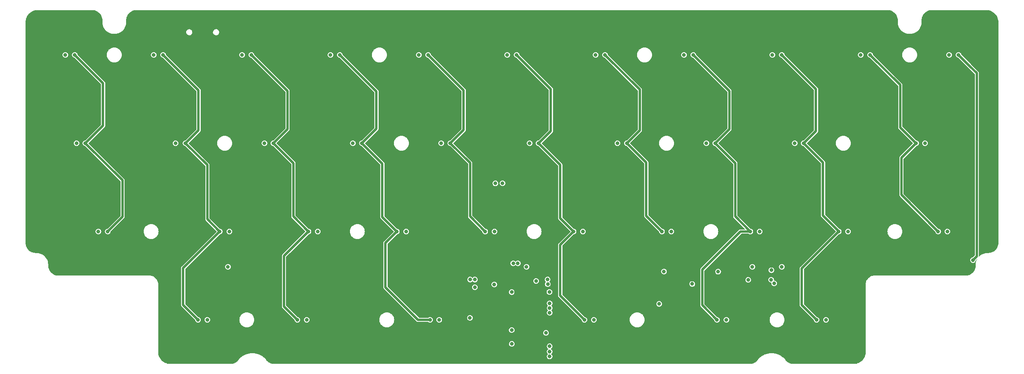
<source format=gbr>
%TF.GenerationSoftware,KiCad,Pcbnew,(7.0.0)*%
%TF.CreationDate,2023-04-02T12:45:51+02:00*%
%TF.ProjectId,travaulta,74726176-6175-46c7-9461-2e6b69636164,rev?*%
%TF.SameCoordinates,Original*%
%TF.FileFunction,Copper,L3,Inr*%
%TF.FilePolarity,Positive*%
%FSLAX46Y46*%
G04 Gerber Fmt 4.6, Leading zero omitted, Abs format (unit mm)*
G04 Created by KiCad (PCBNEW (7.0.0)) date 2023-04-02 12:45:51*
%MOMM*%
%LPD*%
G01*
G04 APERTURE LIST*
%TA.AperFunction,ViaPad*%
%ADD10C,0.800000*%
%TD*%
%TA.AperFunction,Conductor*%
%ADD11C,0.500000*%
%TD*%
G04 APERTURE END LIST*
D10*
%TO.N,COL10*%
X248602500Y-101409500D03*
%TO.N,GND*%
X74295000Y-91313000D03*
X188214000Y-122174000D03*
X151003000Y-99314000D03*
X92710000Y-106934000D03*
X196342000Y-86741000D03*
X97028000Y-101346000D03*
X177165000Y-109855000D03*
X101727000Y-69469000D03*
X81280000Y-57277000D03*
X106807000Y-107315000D03*
X82550000Y-49999000D03*
X222123000Y-103124000D03*
X233934000Y-67691000D03*
X87249000Y-80010000D03*
X79375000Y-103759000D03*
X146939000Y-121666000D03*
X47117000Y-76200000D03*
X131445000Y-101854000D03*
X169545000Y-103632000D03*
X196342000Y-84709000D03*
X77430000Y-51094000D03*
X112268000Y-107315000D03*
X232156000Y-86741000D03*
X182499000Y-80010000D03*
X77343000Y-105791000D03*
X76327000Y-67818000D03*
X186055000Y-120904000D03*
X113284000Y-114300000D03*
X215773000Y-67691000D03*
X171831000Y-101981000D03*
X195072000Y-67691000D03*
X144653000Y-76200000D03*
X114681000Y-103886000D03*
X82550000Y-86741000D03*
X142113000Y-110617000D03*
X231521000Y-99314000D03*
X160909000Y-107315000D03*
X114554000Y-101727000D03*
X231902000Y-67691000D03*
X118999000Y-65786000D03*
X189357000Y-103759000D03*
X75819000Y-120777000D03*
X137668000Y-65659000D03*
X84582000Y-86741000D03*
X173101000Y-95250000D03*
X141859000Y-80010000D03*
X120904000Y-107315000D03*
X152584000Y-112903000D03*
X144460375Y-118364000D03*
X47371000Y-50800000D03*
X245872000Y-103124000D03*
X99695000Y-65786000D03*
X210820000Y-103251000D03*
X199263000Y-122174000D03*
X195072000Y-65659000D03*
X231902000Y-65659000D03*
X234950000Y-61087000D03*
X144653000Y-65659000D03*
X139700000Y-57150000D03*
X153035000Y-101981000D03*
X233934000Y-65659000D03*
X139954000Y-65659000D03*
X139192000Y-86741000D03*
X232156000Y-84709000D03*
X66294000Y-86868000D03*
X158750000Y-57150000D03*
X123571000Y-107315000D03*
X215900000Y-57150000D03*
X62103000Y-67691000D03*
X187325000Y-102108000D03*
X213741000Y-67691000D03*
X196850000Y-57150000D03*
X106426000Y-76200000D03*
X153289000Y-120777000D03*
X123190000Y-103886000D03*
X159004000Y-110744000D03*
X198374000Y-86741000D03*
X138303000Y-101981000D03*
X120904000Y-101727000D03*
X158623000Y-67691000D03*
X174625000Y-103632000D03*
X144653000Y-72517000D03*
X125349000Y-80010000D03*
X109855000Y-121666000D03*
X177800000Y-53213000D03*
X213741000Y-65659000D03*
X251079000Y-50800000D03*
X164592000Y-103759000D03*
X101092000Y-84709000D03*
X179197000Y-84709000D03*
X197104000Y-65659000D03*
X82550000Y-84709000D03*
X101092000Y-86741000D03*
X101092000Y-101600000D03*
X134874000Y-95250000D03*
X103124000Y-84709000D03*
X215265000Y-86741000D03*
X160909000Y-103632000D03*
X60071000Y-67691000D03*
X133985000Y-101727000D03*
X133985000Y-103886000D03*
X51435000Y-95250000D03*
X96774000Y-95250000D03*
X251206000Y-63500000D03*
X101092000Y-103886000D03*
X222758000Y-120650000D03*
X244094000Y-69723000D03*
X201041000Y-121920000D03*
X77343000Y-103759000D03*
X177165000Y-86741000D03*
X222123000Y-105664000D03*
X121031000Y-69469000D03*
X242189000Y-84709000D03*
X49530000Y-69850000D03*
X139065000Y-107315000D03*
X137287000Y-103886000D03*
X158496000Y-101981000D03*
X112268000Y-103886000D03*
X139954000Y-69469000D03*
X62103000Y-65659000D03*
X87249000Y-72644000D03*
X82550000Y-64135000D03*
X75692000Y-48895000D03*
X106299000Y-103886000D03*
X101727000Y-65786000D03*
X153924000Y-87757000D03*
X192151000Y-99314000D03*
X145415000Y-114935000D03*
X78359000Y-65786000D03*
X66294000Y-84836000D03*
X76327000Y-65786000D03*
X121031000Y-65786000D03*
X120142000Y-84709000D03*
X156591000Y-65659000D03*
X234950000Y-53340000D03*
X151257000Y-120777000D03*
X149098000Y-120777000D03*
X158623000Y-86741000D03*
X95377000Y-101346000D03*
X182499000Y-72390000D03*
X114681000Y-107315000D03*
X210820000Y-105664000D03*
X234188000Y-86741000D03*
X64262000Y-86868000D03*
X141224000Y-84709000D03*
X84582000Y-84709000D03*
X75819000Y-107950000D03*
X209423000Y-102870000D03*
X144399000Y-121793000D03*
X64262000Y-84836000D03*
X212979000Y-105664000D03*
X175895000Y-101981000D03*
X207391000Y-101473000D03*
X94996000Y-114300000D03*
X86741000Y-103759000D03*
X160655000Y-84709000D03*
X115824000Y-99314000D03*
X247015000Y-89027000D03*
X187325000Y-103759000D03*
X122174000Y-86741000D03*
X131445000Y-103886000D03*
X195326000Y-102108000D03*
X209804000Y-108712000D03*
X86741000Y-106299000D03*
X84709000Y-58166000D03*
X141859000Y-72517000D03*
X91948000Y-116459000D03*
X122174000Y-84709000D03*
X68453000Y-76200000D03*
X215773000Y-65659000D03*
X201676000Y-76200000D03*
X158623000Y-84709000D03*
X91948000Y-119761000D03*
X192024000Y-91313000D03*
X157734000Y-103759000D03*
X120650000Y-53213000D03*
X77851000Y-95250000D03*
X91948000Y-111506000D03*
X80772000Y-65151000D03*
X224282000Y-80137000D03*
X192151000Y-103759000D03*
X215265000Y-84709000D03*
X115824000Y-91313000D03*
X213106000Y-103251000D03*
X175768000Y-67691000D03*
X160655000Y-86741000D03*
X147066000Y-107315000D03*
X179197000Y-86741000D03*
X231521000Y-103124000D03*
X85725000Y-64135000D03*
X120650000Y-60960000D03*
X92710000Y-101600000D03*
X142240000Y-114935000D03*
X171831000Y-103632000D03*
X180086000Y-107442000D03*
X141224000Y-86741000D03*
X177800000Y-65659000D03*
X183388000Y-109855000D03*
X144653000Y-67691000D03*
X229235000Y-95250000D03*
X158623000Y-65659000D03*
X85725000Y-65786000D03*
X146685000Y-65659000D03*
X65659000Y-76200000D03*
X147896567Y-109273002D03*
X141986000Y-121793000D03*
X120904000Y-103886000D03*
X101600000Y-57150000D03*
X112522000Y-121666000D03*
X169545000Y-101981000D03*
X103124000Y-86741000D03*
X181864000Y-107442000D03*
X243967000Y-85725000D03*
X89408000Y-48895000D03*
X224282000Y-72390000D03*
X157734000Y-107315000D03*
X125349000Y-72517000D03*
X198374000Y-84709000D03*
X156591000Y-67691000D03*
X225933000Y-103124000D03*
X185166000Y-114300000D03*
X157099000Y-99314000D03*
X98425000Y-103886000D03*
X163576000Y-76200000D03*
X99949000Y-69342000D03*
X153288724Y-110807639D03*
X153924000Y-99314000D03*
X74295000Y-99314000D03*
X224155000Y-107696000D03*
X202946000Y-110490000D03*
X139319000Y-103886000D03*
X98425000Y-107315000D03*
X144653000Y-80010000D03*
X251079000Y-95123000D03*
X148209000Y-101981000D03*
X98806000Y-50800000D03*
X211201000Y-95250000D03*
X238125000Y-103124000D03*
X231521000Y-91186000D03*
X234188000Y-84709000D03*
X146685000Y-72517000D03*
X153924000Y-91313000D03*
X177165000Y-84709000D03*
X101219000Y-107315000D03*
X78359000Y-67818000D03*
X217297000Y-84709000D03*
X146685000Y-80010000D03*
X139192000Y-84709000D03*
X112268000Y-101727000D03*
X189357000Y-102108000D03*
X120142000Y-86741000D03*
X174625000Y-107315000D03*
X186817000Y-107569000D03*
X150550100Y-110815963D03*
X177800000Y-67691000D03*
X143383000Y-107315000D03*
X203962000Y-108331000D03*
X227965000Y-76200000D03*
X203835000Y-114300000D03*
X88773000Y-121920000D03*
X217297000Y-86741000D03*
X246062500Y-76200000D03*
X175768000Y-65659000D03*
X160020000Y-120396000D03*
X146685000Y-67691000D03*
X54356000Y-88900000D03*
X197104000Y-67691000D03*
X177800000Y-60960000D03*
X60071000Y-65659000D03*
X153346000Y-115062000D03*
X87653038Y-51101306D03*
X84074000Y-69850000D03*
X154940000Y-101981000D03*
X177165000Y-119126000D03*
X150425000Y-115062000D03*
%TO.N,APLEX_OUT_PIN_0*%
X156902500Y-105624500D03*
X140208000Y-105624500D03*
X200152000Y-105695500D03*
X205105000Y-105664000D03*
X140168363Y-113895367D03*
%TO.N,ROW0*%
X243459000Y-57150000D03*
X110109000Y-57150000D03*
X186309000Y-57150000D03*
X145669000Y-84875500D03*
X148209000Y-57150000D03*
X167259000Y-57150000D03*
X224409000Y-57150000D03*
X129159000Y-57150000D03*
X72009000Y-57150000D03*
X52959000Y-57150000D03*
X91059000Y-57150000D03*
X149495497Y-102108000D03*
X205359000Y-57150000D03*
%TO.N,ROW1*%
X55372000Y-76200000D03*
X191135000Y-76200000D03*
X133985000Y-76200000D03*
X147193000Y-84836000D03*
X76708000Y-76200000D03*
X153035000Y-76200000D03*
X210185000Y-76200000D03*
X171958000Y-76200000D03*
X114935000Y-76200000D03*
X150495000Y-102108000D03*
X238252000Y-76200000D03*
X95885000Y-76200000D03*
%TO.N,VBAT*%
X149155000Y-108331000D03*
X149158000Y-116524000D03*
X180975000Y-110871000D03*
X156556000Y-117129000D03*
X152360500Y-102870000D03*
X88011000Y-102870000D03*
X149189578Y-119489093D03*
X157291782Y-108302925D03*
X201041000Y-102870000D03*
X154432000Y-105918000D03*
%TO.N,COL0*%
X62103000Y-95250000D03*
X54991000Y-57150000D03*
X57277000Y-76200000D03*
%TO.N,COL1*%
X74041000Y-57150000D03*
X81550000Y-114300000D03*
X86233000Y-95250000D03*
X78867000Y-76200000D03*
%TO.N,COL2*%
X93075000Y-57150000D03*
X105362500Y-95250000D03*
X97790000Y-76200000D03*
X102980000Y-114300000D03*
%TO.N,COL3*%
X124412500Y-95250000D03*
X116887500Y-76200000D03*
X131555000Y-114300000D03*
X112125000Y-57150000D03*
%TO.N,COL4*%
X143462500Y-95250000D03*
X135937500Y-76200000D03*
X131175000Y-57150000D03*
%TO.N,COL5*%
X150241000Y-57150000D03*
X162512500Y-95250000D03*
X164846000Y-114300000D03*
X154940000Y-76200000D03*
%TO.N,COL6*%
X169291000Y-57150000D03*
X181991000Y-103886000D03*
X173990000Y-76200000D03*
X181562500Y-95250000D03*
X205124596Y-103594500D03*
%TO.N,COL7*%
X188325000Y-57150000D03*
X200612500Y-95250000D03*
X207391000Y-102870000D03*
X193421000Y-114300000D03*
X193675000Y-103925500D03*
X193040000Y-76200000D03*
%TO.N,COL8*%
X207391000Y-57150000D03*
X214884000Y-114300000D03*
X219662500Y-95250000D03*
X212090000Y-76200000D03*
%TO.N,COL9*%
X241095000Y-95250000D03*
X226441000Y-57150000D03*
X236347000Y-76200000D03*
%TO.N,ROW2*%
X164512500Y-95250000D03*
X221662500Y-95250000D03*
X126412500Y-95250000D03*
X243078000Y-95250000D03*
X202612500Y-95250000D03*
X107362500Y-95250000D03*
X145462500Y-95250000D03*
X60071000Y-95250000D03*
X88312500Y-95250000D03*
X183562500Y-95250000D03*
%TO.N,ROW3*%
X104980000Y-114300000D03*
X195453000Y-114300000D03*
X216916000Y-114300000D03*
X141224000Y-107277500D03*
X166878000Y-114300000D03*
X133555000Y-114300000D03*
X83550000Y-114300000D03*
X141224000Y-105625000D03*
%TO.N,AMUX_SEL_2*%
X157353000Y-122213500D03*
X157353000Y-110744000D03*
%TO.N,AMUX_SEL_1*%
X157357299Y-111755701D03*
X157353000Y-121162299D03*
%TO.N,AMUX_SEL_0*%
X157353000Y-112776000D03*
X157353000Y-120015000D03*
%TO.N,APLEX_EN_PIN_1*%
X205729384Y-106444481D03*
X188087000Y-106564180D03*
X156939065Y-106623334D03*
X145415000Y-106680000D03*
%TO.N,COL10*%
X245491000Y-57150000D03*
%TD*%
D11*
%TO.N,COL10*%
X249428000Y-100584000D02*
X248602500Y-101409500D01*
X249428000Y-61087000D02*
X249428000Y-100584000D01*
X247840500Y-59499500D02*
X249428000Y-61087000D01*
X247840500Y-59499500D02*
X245491000Y-57150000D01*
X248031000Y-59690000D02*
X247840500Y-59499500D01*
%TO.N,COL0*%
X54991000Y-57150000D02*
X61087000Y-63246000D01*
X61087000Y-72390000D02*
X57277000Y-76200000D01*
X65278000Y-92075000D02*
X62103000Y-95250000D01*
X65278000Y-84201000D02*
X65278000Y-92075000D01*
X57277000Y-76200000D02*
X65278000Y-84201000D01*
X61087000Y-63246000D02*
X61087000Y-72390000D01*
%TO.N,COL1*%
X83566000Y-80899000D02*
X83566000Y-92583000D01*
X78359000Y-103124000D02*
X78359000Y-111109000D01*
X78359000Y-111109000D02*
X81550000Y-114300000D01*
X86233000Y-95250000D02*
X78359000Y-103124000D01*
X81661000Y-64770000D02*
X81661000Y-73406000D01*
X74041000Y-57150000D02*
X81661000Y-64770000D01*
X78867000Y-76200000D02*
X83566000Y-80899000D01*
X81661000Y-73406000D02*
X78867000Y-76200000D01*
X83566000Y-92583000D02*
X86233000Y-95250000D01*
%TO.N,COL2*%
X100076000Y-100536500D02*
X100076000Y-111396000D01*
X100838000Y-64913000D02*
X100838000Y-73199500D01*
X97790000Y-76200000D02*
X102108000Y-80518000D01*
X100076000Y-111396000D02*
X102980000Y-114300000D01*
X102108000Y-91995500D02*
X105362500Y-95250000D01*
X102108000Y-80518000D02*
X102108000Y-91995500D01*
X105362500Y-95250000D02*
X100076000Y-100536500D01*
X100838000Y-73199500D02*
X97837500Y-76200000D01*
X93075000Y-57150000D02*
X95178500Y-59253500D01*
X95178500Y-59253500D02*
X100838000Y-64913000D01*
%TO.N,COL3*%
X131555000Y-114300000D02*
X128984500Y-114300000D01*
X128984500Y-114300000D02*
X121959750Y-107275250D01*
X120015000Y-65040000D02*
X120015000Y-73072500D01*
X124412500Y-95250000D02*
X121285000Y-92122500D01*
X124412500Y-95250000D02*
X121959750Y-97702750D01*
X121285000Y-80597500D02*
X116887500Y-76200000D01*
X121285000Y-92122500D02*
X121285000Y-80597500D01*
X121959750Y-97702750D02*
X121959750Y-107275250D01*
X112125000Y-57150000D02*
X120015000Y-65040000D01*
X120015000Y-73072500D02*
X116887500Y-76200000D01*
%TO.N,COL4*%
X138811000Y-73326500D02*
X135937500Y-76200000D01*
X140208000Y-80470500D02*
X140208000Y-91995500D01*
X138811000Y-64786000D02*
X138811000Y-73326500D01*
X135937500Y-76200000D02*
X140208000Y-80470500D01*
X140208000Y-91995500D02*
X143462500Y-95250000D01*
X131175000Y-57150000D02*
X138811000Y-64786000D01*
%TO.N,COL5*%
X154940000Y-76200000D02*
X159639000Y-80899000D01*
X159639000Y-98123500D02*
X162512500Y-95250000D01*
X157607000Y-73580500D02*
X154987500Y-76200000D01*
X150241000Y-57150000D02*
X157607000Y-64516000D01*
X159639000Y-80899000D02*
X159639000Y-92376500D01*
X164846000Y-114300000D02*
X159639000Y-109093000D01*
X157607000Y-64516000D02*
X157607000Y-73580500D01*
X159639000Y-109093000D02*
X159639000Y-98123500D01*
X159639000Y-92376500D02*
X162512500Y-95250000D01*
%TO.N,COL6*%
X176784000Y-64643000D02*
X176784000Y-73453500D01*
X178181000Y-91868500D02*
X181562500Y-95250000D01*
X176784000Y-73453500D02*
X174037500Y-76200000D01*
X169291000Y-57150000D02*
X176784000Y-64643000D01*
X178181000Y-80391000D02*
X178181000Y-91868500D01*
X173990000Y-76200000D02*
X178181000Y-80391000D01*
%TO.N,COL7*%
X188325000Y-57150000D02*
X196088000Y-64913000D01*
X193040000Y-76200000D02*
X197358000Y-80518000D01*
X197358000Y-91995500D02*
X200612500Y-95250000D01*
X190246000Y-111125000D02*
X190246000Y-103505000D01*
X196088000Y-64913000D02*
X196088000Y-73199500D01*
X190246000Y-103505000D02*
X198501000Y-95250000D01*
X193421000Y-114300000D02*
X190246000Y-111125000D01*
X197358000Y-80518000D02*
X197358000Y-91995500D01*
X198501000Y-95250000D02*
X200612500Y-95250000D01*
X196088000Y-73199500D02*
X193087500Y-76200000D01*
%TO.N,COL8*%
X219662500Y-95202500D02*
X216281000Y-91821000D01*
X219662500Y-95250000D02*
X211709000Y-103203500D01*
X219662500Y-95250000D02*
X219662500Y-95202500D01*
X214757000Y-64516000D02*
X214757000Y-73580500D01*
X216281000Y-80391000D02*
X216281000Y-91821000D01*
X214757000Y-73580500D02*
X212137500Y-76200000D01*
X211709000Y-103203500D02*
X211709000Y-111125000D01*
X207391000Y-57150000D02*
X214757000Y-64516000D01*
X212090000Y-76200000D02*
X216281000Y-80391000D01*
X211709000Y-111125000D02*
X214884000Y-114300000D01*
%TO.N,COL9*%
X241095000Y-95250000D02*
X240919000Y-95074000D01*
X232918000Y-63627000D02*
X232918000Y-72788000D01*
X241095000Y-95250000D02*
X233172000Y-87327000D01*
X233172000Y-79375000D02*
X236347000Y-76200000D01*
X232918000Y-72788000D02*
X236330000Y-76200000D01*
X226441000Y-57150000D02*
X232918000Y-63627000D01*
X233172000Y-87327000D02*
X233172000Y-79375000D01*
%TD*%
%TA.AperFunction,Conductor*%
%TO.N,GND*%
G36*
X230200348Y-47475520D02*
G01*
X230298956Y-47481485D01*
X230298956Y-47481499D01*
X230299009Y-47481488D01*
X230471593Y-47492799D01*
X230472909Y-47492963D01*
X230599140Y-47516096D01*
X230599298Y-47516126D01*
X230743441Y-47544797D01*
X230744618Y-47545097D01*
X230872041Y-47584803D01*
X230872119Y-47584829D01*
X231006581Y-47630473D01*
X231007622Y-47630883D01*
X231131044Y-47686431D01*
X231131417Y-47686607D01*
X231138829Y-47690262D01*
X231256886Y-47748482D01*
X231257750Y-47748954D01*
X231323021Y-47788412D01*
X231374440Y-47819496D01*
X231374887Y-47819781D01*
X231490392Y-47896959D01*
X231491108Y-47897477D01*
X231598807Y-47981853D01*
X231599305Y-47982266D01*
X231703474Y-48073620D01*
X231704033Y-48074144D01*
X231800854Y-48170965D01*
X231801378Y-48171524D01*
X231892740Y-48275703D01*
X231893153Y-48276201D01*
X231977513Y-48383879D01*
X231978031Y-48384595D01*
X232055225Y-48500123D01*
X232055510Y-48500570D01*
X232126040Y-48617239D01*
X232126520Y-48618117D01*
X232188395Y-48743588D01*
X232188571Y-48743961D01*
X232244115Y-48867376D01*
X232244525Y-48868417D01*
X232290145Y-49002808D01*
X232290236Y-49003088D01*
X232329896Y-49130363D01*
X232330201Y-49131561D01*
X232358877Y-49275723D01*
X232358910Y-49275897D01*
X232382033Y-49402076D01*
X232382200Y-49403420D01*
X232393519Y-49576116D01*
X232393520Y-49576176D01*
X232393523Y-49576176D01*
X232399479Y-49674636D01*
X232399500Y-49675342D01*
X232399500Y-50074998D01*
X232399499Y-50075000D01*
X232399499Y-50229277D01*
X232399540Y-50229618D01*
X232399541Y-50229627D01*
X232436648Y-50535232D01*
X232436649Y-50535242D01*
X232436691Y-50535581D01*
X232436774Y-50535918D01*
X232436774Y-50535920D01*
X232510533Y-50835169D01*
X232510654Y-50835488D01*
X232510656Y-50835494D01*
X232619821Y-51123340D01*
X232619947Y-51123672D01*
X232763339Y-51396883D01*
X232763540Y-51397174D01*
X232763541Y-51397175D01*
X232938406Y-51650511D01*
X232938618Y-51650817D01*
X232938849Y-51651077D01*
X232938850Y-51651079D01*
X233143001Y-51881518D01*
X233143227Y-51881773D01*
X233374183Y-52086382D01*
X233628118Y-52261661D01*
X233901329Y-52405053D01*
X234189832Y-52514468D01*
X234489419Y-52588309D01*
X234795724Y-52625501D01*
X235103921Y-52625501D01*
X235104277Y-52625501D01*
X235410582Y-52588309D01*
X235710169Y-52514467D01*
X235998672Y-52405052D01*
X236271883Y-52261660D01*
X236525818Y-52086382D01*
X236756774Y-51881773D01*
X236961383Y-51650817D01*
X237136661Y-51396882D01*
X237280053Y-51123671D01*
X237389468Y-50835168D01*
X237463309Y-50535580D01*
X237500501Y-50229276D01*
X237500501Y-50074999D01*
X237500501Y-50074499D01*
X237500501Y-49675359D01*
X237500522Y-49674653D01*
X237502904Y-49635268D01*
X237506487Y-49576047D01*
X237506498Y-49576047D01*
X237506490Y-49575994D01*
X237517802Y-49403400D01*
X237517964Y-49402097D01*
X237541123Y-49275723D01*
X237569801Y-49131549D01*
X237570100Y-49130376D01*
X237609802Y-49002969D01*
X237609826Y-49002897D01*
X237655482Y-48868398D01*
X237655876Y-48867398D01*
X237711451Y-48743915D01*
X237711588Y-48743624D01*
X237773494Y-48618091D01*
X237773940Y-48617275D01*
X237844526Y-48500513D01*
X237844754Y-48500155D01*
X237921975Y-48384585D01*
X237922461Y-48383913D01*
X238006877Y-48276164D01*
X238007239Y-48275728D01*
X238098654Y-48171489D01*
X238099118Y-48170994D01*
X238195994Y-48074119D01*
X238196489Y-48073654D01*
X238300728Y-47982239D01*
X238301164Y-47981877D01*
X238408913Y-47897461D01*
X238409585Y-47896975D01*
X238525155Y-47819754D01*
X238525513Y-47819526D01*
X238642275Y-47748940D01*
X238643091Y-47748494D01*
X238768624Y-47686588D01*
X238768915Y-47686451D01*
X238892398Y-47630876D01*
X238893398Y-47630482D01*
X239027897Y-47584826D01*
X239027969Y-47584802D01*
X239155376Y-47545100D01*
X239156549Y-47544801D01*
X239300756Y-47516116D01*
X239427097Y-47492964D01*
X239428400Y-47492802D01*
X239600994Y-47481490D01*
X239601047Y-47481498D01*
X239601047Y-47481487D01*
X239601077Y-47481484D01*
X239699652Y-47475522D01*
X239700359Y-47475501D01*
X239700500Y-47475501D01*
X251474663Y-47475499D01*
X251475319Y-47475517D01*
X251477479Y-47475638D01*
X251590607Y-47481991D01*
X251772396Y-47492988D01*
X251773597Y-47493126D01*
X251914616Y-47517086D01*
X252070557Y-47545663D01*
X252071665Y-47545923D01*
X252213531Y-47586794D01*
X252213580Y-47586809D01*
X252360589Y-47632619D01*
X252361550Y-47632968D01*
X252499559Y-47690133D01*
X252499838Y-47690253D01*
X252629201Y-47748474D01*
X252638486Y-47752653D01*
X252639343Y-47753082D01*
X252770940Y-47825813D01*
X252771211Y-47825969D01*
X252888642Y-47896959D01*
X252900569Y-47904169D01*
X252901286Y-47904640D01*
X253024248Y-47991886D01*
X253024694Y-47992218D01*
X253143269Y-48085116D01*
X253143849Y-48085602D01*
X253256448Y-48186226D01*
X253256925Y-48186677D01*
X253363320Y-48293072D01*
X253363771Y-48293549D01*
X253464397Y-48406150D01*
X253464883Y-48406730D01*
X253513087Y-48468257D01*
X253557787Y-48525312D01*
X253558091Y-48525720D01*
X253623031Y-48617244D01*
X253645363Y-48648718D01*
X253645834Y-48649435D01*
X253723990Y-48778722D01*
X253724217Y-48779116D01*
X253796918Y-48910661D01*
X253797347Y-48911518D01*
X253859730Y-49050124D01*
X253859870Y-49050449D01*
X253917024Y-49188432D01*
X253917385Y-49189428D01*
X253963159Y-49336319D01*
X253963232Y-49336561D01*
X254004072Y-49478322D01*
X254004337Y-49479452D01*
X254032891Y-49635268D01*
X254032839Y-49635277D01*
X254032919Y-49635417D01*
X254056869Y-49776374D01*
X254057013Y-49777628D01*
X254068025Y-49959690D01*
X254068028Y-49959740D01*
X254074482Y-50074661D01*
X254074500Y-50075317D01*
X254074500Y-97683641D01*
X254074479Y-97684347D01*
X254068518Y-97782897D01*
X254068514Y-97782956D01*
X254057199Y-97955578D01*
X254057032Y-97956922D01*
X254033909Y-98083101D01*
X254033876Y-98083275D01*
X254005201Y-98227437D01*
X254004896Y-98228635D01*
X253965233Y-98355917D01*
X253965142Y-98356197D01*
X253919525Y-98490577D01*
X253919115Y-98491618D01*
X253863568Y-98615040D01*
X253863392Y-98615413D01*
X253801519Y-98740880D01*
X253801039Y-98741758D01*
X253730505Y-98858434D01*
X253730220Y-98858881D01*
X253653035Y-98974396D01*
X253652517Y-98975112D01*
X253568144Y-99082806D01*
X253567731Y-99083304D01*
X253476384Y-99187466D01*
X253475860Y-99188025D01*
X253379025Y-99284860D01*
X253378466Y-99285384D01*
X253274304Y-99376731D01*
X253273806Y-99377144D01*
X253166112Y-99461517D01*
X253165396Y-99462035D01*
X253049881Y-99539220D01*
X253049434Y-99539505D01*
X252932758Y-99610039D01*
X252931880Y-99610519D01*
X252806413Y-99672392D01*
X252806040Y-99672568D01*
X252682618Y-99728115D01*
X252681577Y-99728525D01*
X252547197Y-99774142D01*
X252546917Y-99774233D01*
X252419635Y-99813896D01*
X252418437Y-99814201D01*
X252274275Y-99842876D01*
X252274101Y-99842909D01*
X252147922Y-99866032D01*
X252146578Y-99866199D01*
X251974015Y-99877510D01*
X251973956Y-99877514D01*
X251875347Y-99883479D01*
X251874641Y-99883500D01*
X251734438Y-99883500D01*
X251734375Y-99883487D01*
X251734375Y-99883474D01*
X251734310Y-99883473D01*
X251734306Y-99883473D01*
X251591462Y-99883470D01*
X251591140Y-99883470D01*
X251590826Y-99883505D01*
X251590814Y-99883506D01*
X251306806Y-99915499D01*
X251306803Y-99915499D01*
X251306470Y-99915537D01*
X251306164Y-99915606D01*
X251306145Y-99915610D01*
X251027500Y-99979204D01*
X251027496Y-99979204D01*
X251027181Y-99979277D01*
X251026874Y-99979384D01*
X251026865Y-99979387D01*
X250757094Y-100073779D01*
X250757080Y-100073784D01*
X250756785Y-100073888D01*
X250756497Y-100074026D01*
X250756489Y-100074030D01*
X250498979Y-100198038D01*
X250498972Y-100198041D01*
X250498683Y-100198181D01*
X250498429Y-100198340D01*
X250498410Y-100198351D01*
X250256397Y-100350417D01*
X250256389Y-100350421D01*
X250256121Y-100350591D01*
X250255864Y-100350795D01*
X250255861Y-100350798D01*
X250143103Y-100440720D01*
X250032150Y-100529202D01*
X250031926Y-100529425D01*
X250031917Y-100529434D01*
X249897992Y-100663360D01*
X249891570Y-100666640D01*
X249884445Y-100665531D01*
X249879323Y-100660455D01*
X249878150Y-100653340D01*
X249878239Y-100652745D01*
X249878500Y-100651902D01*
X249878500Y-100592650D01*
X249878508Y-100592213D01*
X249880691Y-100533864D01*
X249880724Y-100532990D01*
X249878899Y-100526179D01*
X249878500Y-100523151D01*
X249878500Y-61112954D01*
X249878574Y-61111644D01*
X249883270Y-61069965D01*
X249872246Y-61011709D01*
X249872177Y-61011297D01*
X249863478Y-60953578D01*
X249863348Y-60952713D01*
X249860287Y-60946359D01*
X249859333Y-60943457D01*
X249858186Y-60937391D01*
X249858023Y-60936528D01*
X249830320Y-60884112D01*
X249830123Y-60883721D01*
X249804805Y-60831148D01*
X249804425Y-60830358D01*
X249799626Y-60825185D01*
X249797863Y-60822700D01*
X249794566Y-60816462D01*
X249752665Y-60774561D01*
X249752362Y-60774247D01*
X249712055Y-60730806D01*
X249705944Y-60727277D01*
X249703524Y-60725420D01*
X248135178Y-59157075D01*
X246094726Y-57116623D01*
X246091399Y-57109878D01*
X246076044Y-56993238D01*
X246015536Y-56847159D01*
X245919282Y-56721718D01*
X245793841Y-56625464D01*
X245793127Y-56625168D01*
X245793125Y-56625167D01*
X245648473Y-56565250D01*
X245648469Y-56565249D01*
X245647762Y-56564956D01*
X245647003Y-56564856D01*
X245646999Y-56564855D01*
X245491760Y-56544418D01*
X245491000Y-56544318D01*
X245490240Y-56544418D01*
X245335000Y-56564855D01*
X245334995Y-56564856D01*
X245334238Y-56564956D01*
X245333532Y-56565248D01*
X245333526Y-56565250D01*
X245188874Y-56625167D01*
X245188868Y-56625169D01*
X245188159Y-56625464D01*
X245187545Y-56625934D01*
X245187545Y-56625935D01*
X245063328Y-56721249D01*
X245063323Y-56721253D01*
X245062718Y-56721718D01*
X245062253Y-56722323D01*
X245062249Y-56722328D01*
X244966935Y-56846545D01*
X244966464Y-56847159D01*
X244966169Y-56847868D01*
X244966167Y-56847874D01*
X244906250Y-56992526D01*
X244906248Y-56992532D01*
X244905956Y-56993238D01*
X244905856Y-56993995D01*
X244905855Y-56994000D01*
X244890600Y-57109877D01*
X244885318Y-57150000D01*
X244885418Y-57150760D01*
X244905855Y-57305999D01*
X244905856Y-57306003D01*
X244905956Y-57306762D01*
X244906249Y-57307469D01*
X244906250Y-57307473D01*
X244945052Y-57401148D01*
X244966464Y-57452841D01*
X245062718Y-57578282D01*
X245188159Y-57674536D01*
X245334238Y-57735044D01*
X245450877Y-57750399D01*
X245457622Y-57753726D01*
X247473932Y-59770035D01*
X247473934Y-59770038D01*
X248974073Y-61270176D01*
X248976609Y-61273972D01*
X248977500Y-61278449D01*
X248977500Y-100392551D01*
X248976609Y-100397028D01*
X248974073Y-100400824D01*
X248569123Y-100805772D01*
X248562377Y-100809099D01*
X248446500Y-100824355D01*
X248446495Y-100824356D01*
X248445738Y-100824456D01*
X248445032Y-100824748D01*
X248445026Y-100824750D01*
X248300374Y-100884667D01*
X248300368Y-100884669D01*
X248299659Y-100884964D01*
X248299045Y-100885434D01*
X248299045Y-100885435D01*
X248174828Y-100980749D01*
X248174823Y-100980753D01*
X248174218Y-100981218D01*
X248173753Y-100981823D01*
X248173749Y-100981828D01*
X248100296Y-101077555D01*
X248077964Y-101106659D01*
X248077669Y-101107368D01*
X248077667Y-101107374D01*
X248017750Y-101252026D01*
X248017748Y-101252032D01*
X248017456Y-101252738D01*
X248017356Y-101253495D01*
X248017355Y-101253500D01*
X248007575Y-101327790D01*
X247996818Y-101409500D01*
X247996918Y-101410260D01*
X248017355Y-101565499D01*
X248017356Y-101565503D01*
X248017456Y-101566262D01*
X248017749Y-101566969D01*
X248017750Y-101566973D01*
X248077667Y-101711625D01*
X248077964Y-101712341D01*
X248174218Y-101837782D01*
X248299659Y-101934036D01*
X248445738Y-101994544D01*
X248602500Y-102015182D01*
X248759262Y-101994544D01*
X248905341Y-101934036D01*
X249030782Y-101837782D01*
X249127036Y-101712341D01*
X249187544Y-101566262D01*
X249202899Y-101449620D01*
X249206225Y-101442877D01*
X249505904Y-101143198D01*
X249513519Y-101139790D01*
X249521470Y-101142324D01*
X249525710Y-101149512D01*
X249524082Y-101157696D01*
X249498744Y-101198023D01*
X249498732Y-101198043D01*
X249498569Y-101198304D01*
X249498429Y-101198593D01*
X249498426Y-101198600D01*
X249374421Y-101456111D01*
X249374414Y-101456126D01*
X249374279Y-101456408D01*
X249374175Y-101456704D01*
X249374173Y-101456710D01*
X249279775Y-101726505D01*
X249279774Y-101726510D01*
X249279671Y-101726804D01*
X249279601Y-101727109D01*
X249279600Y-101727114D01*
X249216006Y-102005769D01*
X249216002Y-102005788D01*
X249215933Y-102006094D01*
X249215895Y-102006427D01*
X249215895Y-102006430D01*
X249183904Y-102290438D01*
X249183904Y-102290440D01*
X249183868Y-102290764D01*
X249183868Y-102291086D01*
X249183868Y-102291087D01*
X249183874Y-102433999D01*
X249183874Y-102574639D01*
X249183853Y-102575346D01*
X249177888Y-102673886D01*
X249177884Y-102673945D01*
X249166562Y-102846574D01*
X249166395Y-102847918D01*
X249143267Y-102974091D01*
X249143234Y-102974264D01*
X249114555Y-103118423D01*
X249114250Y-103119621D01*
X249074590Y-103246880D01*
X249074499Y-103247160D01*
X249028869Y-103381568D01*
X249028459Y-103382609D01*
X248972918Y-103506010D01*
X248972742Y-103506383D01*
X248910864Y-103631850D01*
X248910384Y-103632728D01*
X248839851Y-103749401D01*
X248839566Y-103749848D01*
X248762377Y-103865366D01*
X248761859Y-103866082D01*
X248677478Y-103973783D01*
X248677064Y-103974281D01*
X248585738Y-104078417D01*
X248585215Y-104078976D01*
X248488366Y-104175824D01*
X248487807Y-104176348D01*
X248383657Y-104267684D01*
X248383159Y-104268097D01*
X248275454Y-104352478D01*
X248274738Y-104352996D01*
X248159237Y-104430173D01*
X248158790Y-104430458D01*
X248042108Y-104500995D01*
X248041230Y-104501475D01*
X247915767Y-104563349D01*
X247915394Y-104563525D01*
X247791982Y-104619070D01*
X247790941Y-104619480D01*
X247656539Y-104665106D01*
X247656259Y-104665197D01*
X247529001Y-104704855D01*
X247527803Y-104705160D01*
X247383618Y-104733843D01*
X247383444Y-104733876D01*
X247257285Y-104757000D01*
X247255943Y-104757167D01*
X247086426Y-104768297D01*
X247086366Y-104768301D01*
X246984375Y-104774474D01*
X246984367Y-104774352D01*
X246983661Y-104774498D01*
X227299904Y-104774498D01*
X227299896Y-104774500D01*
X227181988Y-104774500D01*
X227181623Y-104774548D01*
X227181608Y-104774549D01*
X226948372Y-104805256D01*
X226948356Y-104805259D01*
X226947985Y-104805308D01*
X226947605Y-104805409D01*
X226947604Y-104805410D01*
X226720386Y-104866293D01*
X226720383Y-104866293D01*
X226720006Y-104866395D01*
X226719643Y-104866545D01*
X226719641Y-104866546D01*
X226502313Y-104956565D01*
X226502304Y-104956569D01*
X226501950Y-104956716D01*
X226501619Y-104956906D01*
X226501609Y-104956912D01*
X226297881Y-105074535D01*
X226297877Y-105074537D01*
X226297549Y-105074727D01*
X226297254Y-105074953D01*
X226297247Y-105074958D01*
X226110602Y-105218175D01*
X226110590Y-105218185D01*
X226110300Y-105218408D01*
X226110036Y-105218671D01*
X226110028Y-105218679D01*
X225943679Y-105385029D01*
X225943671Y-105385037D01*
X225943408Y-105385301D01*
X225943185Y-105385591D01*
X225943175Y-105385603D01*
X225799958Y-105572248D01*
X225799953Y-105572255D01*
X225799727Y-105572550D01*
X225799537Y-105572878D01*
X225799535Y-105572882D01*
X225681912Y-105776610D01*
X225681906Y-105776620D01*
X225681716Y-105776951D01*
X225681569Y-105777305D01*
X225681565Y-105777314D01*
X225591545Y-105994642D01*
X225591394Y-105995007D01*
X225591292Y-105995384D01*
X225591292Y-105995387D01*
X225537917Y-106194586D01*
X225530307Y-106222986D01*
X225530258Y-106223357D01*
X225530255Y-106223373D01*
X225499549Y-106456609D01*
X225499548Y-106456624D01*
X225499500Y-106456989D01*
X225499500Y-106457372D01*
X225499500Y-121224663D01*
X225499482Y-121225319D01*
X225493019Y-121340400D01*
X225493016Y-121340450D01*
X225482012Y-121522369D01*
X225481868Y-121523623D01*
X225457921Y-121664556D01*
X225457894Y-121664705D01*
X225429336Y-121820543D01*
X225429071Y-121821673D01*
X225388224Y-121963458D01*
X225388151Y-121963700D01*
X225342387Y-122110562D01*
X225342026Y-122111558D01*
X225284865Y-122249559D01*
X225284725Y-122249884D01*
X225222350Y-122388474D01*
X225221921Y-122389332D01*
X225149213Y-122520886D01*
X225148986Y-122521279D01*
X225070829Y-122650568D01*
X225070358Y-122651285D01*
X224983106Y-122774255D01*
X224982774Y-122774701D01*
X224889886Y-122893263D01*
X224889400Y-122893843D01*
X224788769Y-123006450D01*
X224788318Y-123006927D01*
X224681925Y-123113320D01*
X224681448Y-123113771D01*
X224568848Y-123214397D01*
X224568268Y-123214883D01*
X224449703Y-123307773D01*
X224449257Y-123308105D01*
X224326278Y-123395363D01*
X224325561Y-123395834D01*
X224196299Y-123473975D01*
X224195906Y-123474202D01*
X224064325Y-123546925D01*
X224063467Y-123547354D01*
X223924884Y-123609724D01*
X223924559Y-123609864D01*
X223786566Y-123667023D01*
X223785570Y-123667384D01*
X223638685Y-123713156D01*
X223638443Y-123713229D01*
X223496674Y-123754071D01*
X223495544Y-123754336D01*
X223339706Y-123782894D01*
X223339557Y-123782921D01*
X223198624Y-123806868D01*
X223197370Y-123807012D01*
X223015501Y-123818013D01*
X223015451Y-123818016D01*
X222900320Y-123824482D01*
X222899664Y-123824500D01*
X209934709Y-123824500D01*
X209934042Y-123824481D01*
X209873331Y-123821014D01*
X209873236Y-123821008D01*
X209669958Y-123807738D01*
X209668726Y-123807592D01*
X209557815Y-123788412D01*
X209557534Y-123788360D01*
X209404662Y-123758052D01*
X209403643Y-123757802D01*
X209287277Y-123723654D01*
X209286833Y-123723513D01*
X209218161Y-123700280D01*
X209147081Y-123676231D01*
X209146278Y-123675926D01*
X209032084Y-123627690D01*
X209031477Y-123627413D01*
X208900756Y-123563172D01*
X208900165Y-123562860D01*
X208792226Y-123501931D01*
X208791494Y-123501482D01*
X208668671Y-123419725D01*
X208668279Y-123419452D01*
X208653195Y-123408498D01*
X208570162Y-123348199D01*
X208569352Y-123347554D01*
X208451954Y-123245037D01*
X208451741Y-123244846D01*
X208419078Y-123214883D01*
X208368785Y-123168748D01*
X208367921Y-123167867D01*
X208234292Y-123016272D01*
X208234229Y-123016199D01*
X208225777Y-123006450D01*
X208193127Y-122968791D01*
X208192718Y-122968291D01*
X208081590Y-122824218D01*
X208081413Y-122823988D01*
X207831191Y-122557231D01*
X207556512Y-122315730D01*
X207556295Y-122315573D01*
X207556287Y-122315567D01*
X207260153Y-122101890D01*
X207260146Y-122101885D01*
X207259914Y-122101718D01*
X207259660Y-122101569D01*
X207259653Y-122101565D01*
X206944398Y-121917323D01*
X206944392Y-121917319D01*
X206944139Y-121917172D01*
X206931587Y-121911374D01*
X206612347Y-121763909D01*
X206612342Y-121763907D01*
X206612104Y-121763797D01*
X206555653Y-121744046D01*
X206267132Y-121643098D01*
X206267116Y-121643093D01*
X206266878Y-121643010D01*
X206053007Y-121590581D01*
X205911910Y-121555992D01*
X205911905Y-121555991D01*
X205911648Y-121555928D01*
X205911386Y-121555890D01*
X205911371Y-121555887D01*
X205549987Y-121503396D01*
X205549969Y-121503394D01*
X205549699Y-121503355D01*
X205549426Y-121503341D01*
X205549407Y-121503340D01*
X205184666Y-121485790D01*
X205184375Y-121485776D01*
X205184084Y-121485790D01*
X204819341Y-121503340D01*
X204819320Y-121503341D01*
X204819050Y-121503355D01*
X204818781Y-121503394D01*
X204818761Y-121503396D01*
X204457377Y-121555887D01*
X204457358Y-121555890D01*
X204457101Y-121555928D01*
X204456847Y-121555990D01*
X204456838Y-121555992D01*
X204102132Y-121642946D01*
X204102126Y-121642947D01*
X204101872Y-121643010D01*
X204101639Y-121643091D01*
X204101617Y-121643098D01*
X203756896Y-121763709D01*
X203756892Y-121763710D01*
X203756645Y-121763797D01*
X203756413Y-121763904D01*
X203756401Y-121763909D01*
X203424875Y-121917049D01*
X203424865Y-121917054D01*
X203424610Y-121917172D01*
X203424365Y-121917315D01*
X203424350Y-121917323D01*
X203109095Y-122101565D01*
X203109078Y-122101575D01*
X203108835Y-122101718D01*
X203108611Y-122101879D01*
X203108595Y-122101890D01*
X202812462Y-122315567D01*
X202812444Y-122315581D01*
X202812238Y-122315730D01*
X202812038Y-122315905D01*
X202812029Y-122315913D01*
X202537771Y-122557044D01*
X202537764Y-122557050D01*
X202537559Y-122557231D01*
X202537372Y-122557429D01*
X202537362Y-122557440D01*
X202287538Y-122823773D01*
X202287531Y-122823780D01*
X202287336Y-122823989D01*
X202287164Y-122824211D01*
X202287158Y-122824219D01*
X202175861Y-122968511D01*
X202175437Y-122969030D01*
X202135571Y-123015006D01*
X202135508Y-123015078D01*
X202000817Y-123167878D01*
X201999949Y-123168763D01*
X201916987Y-123244859D01*
X201916773Y-123245050D01*
X201799405Y-123347534D01*
X201798585Y-123348188D01*
X201700455Y-123419446D01*
X201700063Y-123419719D01*
X201577249Y-123501468D01*
X201576517Y-123501917D01*
X201468579Y-123562843D01*
X201467988Y-123563155D01*
X201337258Y-123627401D01*
X201336651Y-123627678D01*
X201222465Y-123675911D01*
X201221662Y-123676216D01*
X201081899Y-123723506D01*
X201081444Y-123723649D01*
X200965112Y-123757792D01*
X200964093Y-123758043D01*
X200811223Y-123788356D01*
X200810941Y-123788408D01*
X200700025Y-123807594D01*
X200698793Y-123807740D01*
X200493883Y-123821114D01*
X200493789Y-123821120D01*
X200435007Y-123824481D01*
X200434339Y-123824500D01*
X98015961Y-123824500D01*
X98015293Y-123824481D01*
X97954584Y-123821011D01*
X97954489Y-123821005D01*
X97751206Y-123807723D01*
X97749975Y-123807577D01*
X97639080Y-123788395D01*
X97638798Y-123788343D01*
X97485918Y-123758030D01*
X97484899Y-123757780D01*
X97368533Y-123723629D01*
X97368078Y-123723485D01*
X97228329Y-123676201D01*
X97227526Y-123675896D01*
X97113353Y-123627670D01*
X97112746Y-123627393D01*
X96982008Y-123563147D01*
X96981417Y-123562835D01*
X96947241Y-123543545D01*
X96873471Y-123501908D01*
X96872755Y-123501468D01*
X96767864Y-123431652D01*
X96749913Y-123419704D01*
X96749521Y-123419431D01*
X96651417Y-123348195D01*
X96650597Y-123347541D01*
X96605050Y-123307773D01*
X96533161Y-123245005D01*
X96533009Y-123244869D01*
X96488240Y-123203807D01*
X96450045Y-123168774D01*
X96449177Y-123167888D01*
X96315539Y-123016272D01*
X96313123Y-123013530D01*
X96274768Y-122969300D01*
X96274550Y-122969040D01*
X96274537Y-122969024D01*
X96274354Y-122968792D01*
X96268008Y-122960565D01*
X96162663Y-122823989D01*
X95912440Y-122557231D01*
X95637761Y-122315731D01*
X95637544Y-122315574D01*
X95637536Y-122315568D01*
X95496081Y-122213500D01*
X156747318Y-122213500D01*
X156747418Y-122214260D01*
X156767855Y-122369499D01*
X156767856Y-122369503D01*
X156767956Y-122370262D01*
X156768249Y-122370969D01*
X156768250Y-122370973D01*
X156828167Y-122515625D01*
X156828464Y-122516341D01*
X156924718Y-122641782D01*
X157050159Y-122738036D01*
X157196238Y-122798544D01*
X157353000Y-122819182D01*
X157509762Y-122798544D01*
X157655841Y-122738036D01*
X157781282Y-122641782D01*
X157877536Y-122516341D01*
X157938044Y-122370262D01*
X157958682Y-122213500D01*
X157938044Y-122056738D01*
X157877536Y-121910659D01*
X157781282Y-121785218D01*
X157666548Y-121697179D01*
X157662514Y-121691417D01*
X157662514Y-121684381D01*
X157666548Y-121678618D01*
X157781282Y-121590581D01*
X157877536Y-121465140D01*
X157938044Y-121319061D01*
X157958682Y-121162299D01*
X157938044Y-121005537D01*
X157877536Y-120859458D01*
X157781282Y-120734017D01*
X157655841Y-120637763D01*
X157655127Y-120637467D01*
X157655125Y-120637466D01*
X157563365Y-120599458D01*
X157558114Y-120595149D01*
X157556142Y-120588649D01*
X157558114Y-120582149D01*
X157563364Y-120577840D01*
X157655841Y-120539536D01*
X157781282Y-120443282D01*
X157877536Y-120317841D01*
X157938044Y-120171762D01*
X157958682Y-120015000D01*
X157958540Y-120013925D01*
X157938144Y-119859000D01*
X157938044Y-119858238D01*
X157877536Y-119712159D01*
X157781282Y-119586718D01*
X157655841Y-119490464D01*
X157655127Y-119490168D01*
X157655125Y-119490167D01*
X157510473Y-119430250D01*
X157510469Y-119430249D01*
X157509762Y-119429956D01*
X157509003Y-119429856D01*
X157508999Y-119429855D01*
X157353760Y-119409418D01*
X157353000Y-119409318D01*
X157352240Y-119409418D01*
X157197000Y-119429855D01*
X157196995Y-119429856D01*
X157196238Y-119429956D01*
X157195532Y-119430248D01*
X157195526Y-119430250D01*
X157050874Y-119490167D01*
X157050868Y-119490169D01*
X157050159Y-119490464D01*
X157049545Y-119490934D01*
X157049545Y-119490935D01*
X156925328Y-119586249D01*
X156925323Y-119586253D01*
X156924718Y-119586718D01*
X156924253Y-119587323D01*
X156924249Y-119587328D01*
X156878795Y-119646566D01*
X156828464Y-119712159D01*
X156828169Y-119712868D01*
X156828167Y-119712874D01*
X156768250Y-119857526D01*
X156768248Y-119857532D01*
X156767956Y-119858238D01*
X156767856Y-119858995D01*
X156767855Y-119859000D01*
X156747418Y-120014240D01*
X156747318Y-120015000D01*
X156747418Y-120015760D01*
X156767855Y-120170999D01*
X156767856Y-120171003D01*
X156767956Y-120171762D01*
X156768249Y-120172469D01*
X156768250Y-120172473D01*
X156828167Y-120317125D01*
X156828464Y-120317841D01*
X156924718Y-120443282D01*
X157050159Y-120539536D01*
X157050874Y-120539832D01*
X157142633Y-120577840D01*
X157148965Y-120584172D01*
X157148965Y-120593126D01*
X157142633Y-120599458D01*
X157050874Y-120637466D01*
X157050868Y-120637468D01*
X157050159Y-120637763D01*
X157049545Y-120638233D01*
X157049545Y-120638234D01*
X156925328Y-120733548D01*
X156925323Y-120733552D01*
X156924718Y-120734017D01*
X156924253Y-120734622D01*
X156924249Y-120734627D01*
X156828935Y-120858844D01*
X156828464Y-120859458D01*
X156828169Y-120860167D01*
X156828167Y-120860173D01*
X156768250Y-121004825D01*
X156768248Y-121004831D01*
X156767956Y-121005537D01*
X156767856Y-121006294D01*
X156767855Y-121006299D01*
X156747418Y-121161539D01*
X156747318Y-121162299D01*
X156747418Y-121163059D01*
X156767855Y-121318298D01*
X156767856Y-121318302D01*
X156767956Y-121319061D01*
X156768249Y-121319768D01*
X156768250Y-121319772D01*
X156789486Y-121371040D01*
X156828464Y-121465140D01*
X156924718Y-121590581D01*
X156991477Y-121641806D01*
X157039449Y-121678617D01*
X157043485Y-121684381D01*
X157043485Y-121691417D01*
X157039450Y-121697181D01*
X156952487Y-121763910D01*
X156924718Y-121785218D01*
X156924253Y-121785823D01*
X156924249Y-121785828D01*
X156881581Y-121841435D01*
X156828464Y-121910659D01*
X156828169Y-121911368D01*
X156828167Y-121911374D01*
X156768250Y-122056026D01*
X156768248Y-122056032D01*
X156767956Y-122056738D01*
X156767856Y-122057495D01*
X156767855Y-122057500D01*
X156747835Y-122209572D01*
X156747318Y-122213500D01*
X95496081Y-122213500D01*
X95341403Y-122101891D01*
X95341396Y-122101886D01*
X95341164Y-122101719D01*
X95340910Y-122101570D01*
X95340903Y-122101566D01*
X95025648Y-121917324D01*
X95025642Y-121917320D01*
X95025389Y-121917173D01*
X94861425Y-121841434D01*
X94693597Y-121763910D01*
X94693592Y-121763908D01*
X94693354Y-121763798D01*
X94636960Y-121744067D01*
X94348381Y-121643099D01*
X94348365Y-121643094D01*
X94348127Y-121643011D01*
X94347862Y-121642946D01*
X93993160Y-121555993D01*
X93993155Y-121555992D01*
X93992898Y-121555929D01*
X93992636Y-121555891D01*
X93992621Y-121555888D01*
X93631237Y-121503397D01*
X93631219Y-121503395D01*
X93630949Y-121503356D01*
X93630676Y-121503342D01*
X93630657Y-121503341D01*
X93265916Y-121485791D01*
X93265625Y-121485777D01*
X93265334Y-121485791D01*
X92900592Y-121503341D01*
X92900571Y-121503342D01*
X92900301Y-121503356D01*
X92900032Y-121503395D01*
X92900012Y-121503397D01*
X92538628Y-121555888D01*
X92538609Y-121555891D01*
X92538352Y-121555929D01*
X92538098Y-121555991D01*
X92538089Y-121555993D01*
X92183383Y-121642947D01*
X92183377Y-121642948D01*
X92183123Y-121643011D01*
X92182890Y-121643092D01*
X92182868Y-121643099D01*
X91838147Y-121763710D01*
X91838143Y-121763711D01*
X91837896Y-121763798D01*
X91837664Y-121763905D01*
X91837652Y-121763910D01*
X91506126Y-121917050D01*
X91506116Y-121917055D01*
X91505861Y-121917173D01*
X91505616Y-121917316D01*
X91505601Y-121917324D01*
X91190346Y-122101566D01*
X91190329Y-122101576D01*
X91190086Y-122101719D01*
X91189862Y-122101880D01*
X91189846Y-122101891D01*
X90893713Y-122315568D01*
X90893695Y-122315582D01*
X90893489Y-122315731D01*
X90893289Y-122315906D01*
X90893280Y-122315914D01*
X90619022Y-122557044D01*
X90619015Y-122557050D01*
X90618810Y-122557231D01*
X90618623Y-122557429D01*
X90618613Y-122557440D01*
X90368789Y-122823773D01*
X90368782Y-122823780D01*
X90368587Y-122823989D01*
X90368415Y-122824211D01*
X90368409Y-122824219D01*
X90257112Y-122968511D01*
X90256687Y-122969030D01*
X90216793Y-123015036D01*
X90216731Y-123015108D01*
X90082070Y-123167868D01*
X90081202Y-123168753D01*
X89998217Y-123244869D01*
X89998003Y-123245060D01*
X89880655Y-123347523D01*
X89879835Y-123348177D01*
X89781690Y-123419445D01*
X89781298Y-123419718D01*
X89658503Y-123501453D01*
X89657771Y-123501902D01*
X89549799Y-123562847D01*
X89549208Y-123563158D01*
X89418531Y-123627379D01*
X89417924Y-123627657D01*
X89303698Y-123675907D01*
X89302895Y-123676212D01*
X89163172Y-123723489D01*
X89162717Y-123723632D01*
X89046349Y-123757787D01*
X89045330Y-123758038D01*
X88892496Y-123788346D01*
X88892214Y-123788398D01*
X88781270Y-123807590D01*
X88780038Y-123807736D01*
X88575043Y-123821119D01*
X88574949Y-123821125D01*
X88516277Y-123824481D01*
X88515609Y-123824500D01*
X75550335Y-123824500D01*
X75549679Y-123824482D01*
X75549661Y-123824481D01*
X75542545Y-123824081D01*
X75434548Y-123818016D01*
X75434498Y-123818013D01*
X75252628Y-123807012D01*
X75251374Y-123806868D01*
X75110441Y-123782921D01*
X75110292Y-123782894D01*
X74954454Y-123754336D01*
X74953324Y-123754071D01*
X74811555Y-123713229D01*
X74811313Y-123713156D01*
X74664428Y-123667384D01*
X74663432Y-123667023D01*
X74525439Y-123609864D01*
X74525114Y-123609724D01*
X74386531Y-123547354D01*
X74385673Y-123546925D01*
X74254092Y-123474202D01*
X74253699Y-123473975D01*
X74124437Y-123395834D01*
X74123720Y-123395363D01*
X74000741Y-123308105D01*
X74000295Y-123307773D01*
X73919991Y-123244859D01*
X73881729Y-123214882D01*
X73881150Y-123214397D01*
X73830073Y-123168752D01*
X73768550Y-123113771D01*
X73768073Y-123113320D01*
X73661680Y-123006927D01*
X73661229Y-123006450D01*
X73560598Y-122893843D01*
X73560112Y-122893263D01*
X73506019Y-122824219D01*
X73467213Y-122774687D01*
X73466905Y-122774272D01*
X73379634Y-122651277D01*
X73379175Y-122650578D01*
X73322632Y-122557044D01*
X73301012Y-122521279D01*
X73300785Y-122520886D01*
X73228077Y-122389332D01*
X73227648Y-122388474D01*
X73165250Y-122249831D01*
X73165161Y-122249624D01*
X73107970Y-122111555D01*
X73107611Y-122110562D01*
X73104808Y-122101566D01*
X73061833Y-121963655D01*
X73061774Y-121963458D01*
X73056757Y-121946044D01*
X73020926Y-121821668D01*
X73020662Y-121820543D01*
X73016833Y-121799651D01*
X72992077Y-121664556D01*
X72988431Y-121643098D01*
X72968126Y-121523594D01*
X72967989Y-121522399D01*
X72956988Y-121340536D01*
X72950517Y-121225319D01*
X72950500Y-121224664D01*
X72950500Y-119489093D01*
X148583896Y-119489093D01*
X148583996Y-119489853D01*
X148604433Y-119645092D01*
X148604434Y-119645096D01*
X148604534Y-119645855D01*
X148604827Y-119646562D01*
X148604828Y-119646566D01*
X148631998Y-119712159D01*
X148665042Y-119791934D01*
X148761296Y-119917375D01*
X148886737Y-120013629D01*
X149032816Y-120074137D01*
X149189578Y-120094775D01*
X149346340Y-120074137D01*
X149492419Y-120013629D01*
X149617860Y-119917375D01*
X149714114Y-119791934D01*
X149774622Y-119645855D01*
X149792922Y-119506850D01*
X149795160Y-119489853D01*
X149795260Y-119489093D01*
X149774622Y-119332331D01*
X149714114Y-119186252D01*
X149617860Y-119060811D01*
X149492419Y-118964557D01*
X149491705Y-118964261D01*
X149491703Y-118964260D01*
X149347051Y-118904343D01*
X149347047Y-118904342D01*
X149346340Y-118904049D01*
X149345581Y-118903949D01*
X149345577Y-118903948D01*
X149190338Y-118883511D01*
X149189578Y-118883411D01*
X149188818Y-118883511D01*
X149033578Y-118903948D01*
X149033573Y-118903949D01*
X149032816Y-118904049D01*
X149032110Y-118904341D01*
X149032104Y-118904343D01*
X148887452Y-118964260D01*
X148887446Y-118964262D01*
X148886737Y-118964557D01*
X148886123Y-118965027D01*
X148886123Y-118965028D01*
X148761906Y-119060342D01*
X148761901Y-119060346D01*
X148761296Y-119060811D01*
X148760831Y-119061416D01*
X148760827Y-119061421D01*
X148665513Y-119185638D01*
X148665042Y-119186252D01*
X148664747Y-119186961D01*
X148664745Y-119186967D01*
X148604828Y-119331619D01*
X148604826Y-119331625D01*
X148604534Y-119332331D01*
X148604434Y-119333088D01*
X148604433Y-119333093D01*
X148583996Y-119488333D01*
X148583896Y-119489093D01*
X72950500Y-119489093D01*
X72950500Y-116524000D01*
X148552318Y-116524000D01*
X148552418Y-116524760D01*
X148572855Y-116679999D01*
X148572856Y-116680003D01*
X148572956Y-116680762D01*
X148573249Y-116681469D01*
X148573250Y-116681473D01*
X148632927Y-116825545D01*
X148633464Y-116826841D01*
X148729718Y-116952282D01*
X148855159Y-117048536D01*
X149001238Y-117109044D01*
X149134259Y-117126556D01*
X149152819Y-117129000D01*
X149158000Y-117129682D01*
X149163181Y-117129000D01*
X155950318Y-117129000D01*
X155950418Y-117129760D01*
X155970855Y-117284999D01*
X155970856Y-117285003D01*
X155970956Y-117285762D01*
X155971249Y-117286469D01*
X155971250Y-117286473D01*
X156031167Y-117431125D01*
X156031464Y-117431841D01*
X156127718Y-117557282D01*
X156253159Y-117653536D01*
X156399238Y-117714044D01*
X156556000Y-117734682D01*
X156712762Y-117714044D01*
X156858841Y-117653536D01*
X156984282Y-117557282D01*
X157080536Y-117431841D01*
X157141044Y-117285762D01*
X157161682Y-117129000D01*
X157141044Y-116972238D01*
X157080536Y-116826159D01*
X156984282Y-116700718D01*
X156858841Y-116604464D01*
X156858127Y-116604168D01*
X156858125Y-116604167D01*
X156713473Y-116544250D01*
X156713469Y-116544249D01*
X156712762Y-116543956D01*
X156712003Y-116543856D01*
X156711999Y-116543855D01*
X156556760Y-116523418D01*
X156556000Y-116523318D01*
X156555240Y-116523418D01*
X156400000Y-116543855D01*
X156399995Y-116543856D01*
X156399238Y-116543956D01*
X156398532Y-116544248D01*
X156398526Y-116544250D01*
X156253874Y-116604167D01*
X156253868Y-116604169D01*
X156253159Y-116604464D01*
X156252545Y-116604934D01*
X156252545Y-116604935D01*
X156128328Y-116700249D01*
X156128323Y-116700253D01*
X156127718Y-116700718D01*
X156127253Y-116701323D01*
X156127249Y-116701328D01*
X156031935Y-116825545D01*
X156031464Y-116826159D01*
X156031169Y-116826868D01*
X156031167Y-116826874D01*
X155971250Y-116971526D01*
X155971248Y-116971532D01*
X155970956Y-116972238D01*
X155970856Y-116972995D01*
X155970855Y-116973000D01*
X155960973Y-117048064D01*
X155950318Y-117129000D01*
X149163181Y-117129000D01*
X149175757Y-117127344D01*
X149314762Y-117109044D01*
X149460841Y-117048536D01*
X149586282Y-116952282D01*
X149682536Y-116826841D01*
X149743044Y-116680762D01*
X149763682Y-116524000D01*
X149743044Y-116367238D01*
X149682536Y-116221159D01*
X149586282Y-116095718D01*
X149460841Y-115999464D01*
X149460127Y-115999168D01*
X149460125Y-115999167D01*
X149315473Y-115939250D01*
X149315469Y-115939249D01*
X149314762Y-115938956D01*
X149314003Y-115938856D01*
X149313999Y-115938855D01*
X149158760Y-115918418D01*
X149158000Y-115918318D01*
X149157240Y-115918418D01*
X149002000Y-115938855D01*
X149001995Y-115938856D01*
X149001238Y-115938956D01*
X149000532Y-115939248D01*
X149000526Y-115939250D01*
X148855874Y-115999167D01*
X148855868Y-115999169D01*
X148855159Y-115999464D01*
X148854545Y-115999934D01*
X148854545Y-115999935D01*
X148730328Y-116095249D01*
X148730323Y-116095253D01*
X148729718Y-116095718D01*
X148729253Y-116096323D01*
X148729249Y-116096328D01*
X148633935Y-116220545D01*
X148633464Y-116221159D01*
X148633169Y-116221868D01*
X148633167Y-116221874D01*
X148573250Y-116366526D01*
X148573248Y-116366532D01*
X148572956Y-116367238D01*
X148572856Y-116367995D01*
X148572855Y-116368000D01*
X148552418Y-116523240D01*
X148552318Y-116524000D01*
X72950500Y-116524000D01*
X72950500Y-106575002D01*
X72950500Y-106575000D01*
X72950501Y-106575000D01*
X72950501Y-106456989D01*
X72927233Y-106280249D01*
X72919745Y-106223373D01*
X72919744Y-106223372D01*
X72919694Y-106222986D01*
X72858607Y-105995006D01*
X72768285Y-105776950D01*
X72650274Y-105572549D01*
X72570435Y-105468500D01*
X72506825Y-105385602D01*
X72506822Y-105385599D01*
X72506593Y-105385300D01*
X72339700Y-105218408D01*
X72339401Y-105218178D01*
X72339397Y-105218175D01*
X72152752Y-105074958D01*
X72152451Y-105074727D01*
X72051750Y-105016587D01*
X71948390Y-104956911D01*
X71948386Y-104956909D01*
X71948050Y-104956715D01*
X71947688Y-104956565D01*
X71947686Y-104956564D01*
X71839022Y-104911554D01*
X71729995Y-104866394D01*
X71616004Y-104835850D01*
X71502396Y-104805409D01*
X71502394Y-104805408D01*
X71502015Y-104805307D01*
X71501640Y-104805257D01*
X71501627Y-104805255D01*
X71268391Y-104774548D01*
X71268377Y-104774547D01*
X71268012Y-104774499D01*
X71267629Y-104774499D01*
X51466359Y-104774499D01*
X51465653Y-104774478D01*
X51367046Y-104768513D01*
X51366987Y-104768509D01*
X51194419Y-104757198D01*
X51193075Y-104757031D01*
X51066904Y-104733909D01*
X51066730Y-104733876D01*
X50922561Y-104705199D01*
X50921363Y-104704894D01*
X50794086Y-104665233D01*
X50793806Y-104665142D01*
X50659418Y-104619523D01*
X50658377Y-104619113D01*
X50534959Y-104563567D01*
X50534586Y-104563391D01*
X50409122Y-104501520D01*
X50408244Y-104501040D01*
X50291556Y-104430499D01*
X50291109Y-104430214D01*
X50175607Y-104353038D01*
X50174891Y-104352520D01*
X50067195Y-104268146D01*
X50066697Y-104267733D01*
X49962520Y-104176372D01*
X49961961Y-104175848D01*
X49865150Y-104079037D01*
X49864626Y-104078478D01*
X49773265Y-103974301D01*
X49772852Y-103973803D01*
X49688478Y-103866107D01*
X49687960Y-103865391D01*
X49622903Y-103768026D01*
X49610782Y-103749886D01*
X49610499Y-103749442D01*
X49597855Y-103728526D01*
X49539952Y-103632743D01*
X49539484Y-103631888D01*
X49477593Y-103506383D01*
X49477431Y-103506039D01*
X49455958Y-103458328D01*
X49421880Y-103382609D01*
X49421475Y-103381580D01*
X49415500Y-103363978D01*
X49375841Y-103247147D01*
X49375783Y-103246969D01*
X49336100Y-103119621D01*
X49335799Y-103118437D01*
X49321460Y-103046349D01*
X49307116Y-102974240D01*
X49307089Y-102974094D01*
X49283965Y-102847909D01*
X49283801Y-102846592D01*
X49272486Y-102673945D01*
X49266520Y-102575330D01*
X49266500Y-102574625D01*
X49266500Y-102291090D01*
X49266500Y-102291087D01*
X49266500Y-102290766D01*
X49234426Y-102006101D01*
X49170681Y-101726818D01*
X49076068Y-101456427D01*
X48951775Y-101198330D01*
X48951607Y-101198063D01*
X48951604Y-101198057D01*
X48866490Y-101062601D01*
X48799365Y-100955773D01*
X48620757Y-100731805D01*
X48418195Y-100529243D01*
X48194226Y-100350634D01*
X48152550Y-100324447D01*
X47951941Y-100198395D01*
X47951929Y-100198388D01*
X47951669Y-100198225D01*
X47874048Y-100160844D01*
X47693867Y-100074074D01*
X47693866Y-100074073D01*
X47693572Y-100073932D01*
X47693270Y-100073826D01*
X47693262Y-100073823D01*
X47423496Y-99979428D01*
X47423492Y-99979426D01*
X47423181Y-99979318D01*
X47412333Y-99976842D01*
X47144222Y-99915647D01*
X47144206Y-99915644D01*
X47143898Y-99915574D01*
X47143561Y-99915536D01*
X46859558Y-99883536D01*
X46859547Y-99883535D01*
X46859233Y-99883500D01*
X46858909Y-99883500D01*
X46575359Y-99883500D01*
X46574653Y-99883479D01*
X46476042Y-99877514D01*
X46475983Y-99877510D01*
X46303420Y-99866199D01*
X46302076Y-99866032D01*
X46175897Y-99842909D01*
X46175723Y-99842876D01*
X46031561Y-99814201D01*
X46030363Y-99813896D01*
X45903081Y-99774233D01*
X45902801Y-99774142D01*
X45768421Y-99728525D01*
X45767380Y-99728115D01*
X45643958Y-99672568D01*
X45643585Y-99672392D01*
X45518118Y-99610519D01*
X45517240Y-99610039D01*
X45400564Y-99539505D01*
X45400117Y-99539220D01*
X45284602Y-99462035D01*
X45283886Y-99461517D01*
X45176192Y-99377144D01*
X45175694Y-99376731D01*
X45071532Y-99285384D01*
X45070973Y-99284860D01*
X44974138Y-99188025D01*
X44973614Y-99187466D01*
X44882267Y-99083304D01*
X44881854Y-99082806D01*
X44797481Y-98975112D01*
X44796963Y-98974396D01*
X44719778Y-98858881D01*
X44719493Y-98858434D01*
X44648959Y-98741758D01*
X44648484Y-98740890D01*
X44586605Y-98615412D01*
X44586430Y-98615040D01*
X44530883Y-98491618D01*
X44530473Y-98490577D01*
X44484828Y-98356113D01*
X44484805Y-98356043D01*
X44445097Y-98228615D01*
X44444802Y-98227458D01*
X44416111Y-98083217D01*
X44416105Y-98083185D01*
X44392964Y-97956909D01*
X44392800Y-97955592D01*
X44381494Y-97783104D01*
X44375521Y-97684347D01*
X44375500Y-97683641D01*
X44375500Y-95250000D01*
X59465318Y-95250000D01*
X59465418Y-95250760D01*
X59485855Y-95405999D01*
X59485856Y-95406003D01*
X59485956Y-95406762D01*
X59486249Y-95407469D01*
X59486250Y-95407473D01*
X59525052Y-95501148D01*
X59546464Y-95552841D01*
X59642718Y-95678282D01*
X59768159Y-95774536D01*
X59914238Y-95835044D01*
X60034814Y-95850918D01*
X60056142Y-95853726D01*
X60071000Y-95855682D01*
X60227762Y-95835044D01*
X60373841Y-95774536D01*
X60499282Y-95678282D01*
X60595536Y-95552841D01*
X60656044Y-95406762D01*
X60676682Y-95250000D01*
X60656044Y-95093238D01*
X60595536Y-94947159D01*
X60499282Y-94821718D01*
X60490073Y-94814652D01*
X60444297Y-94779527D01*
X60373841Y-94725464D01*
X60373127Y-94725168D01*
X60373125Y-94725167D01*
X60228473Y-94665250D01*
X60228469Y-94665249D01*
X60227762Y-94664956D01*
X60227003Y-94664856D01*
X60226999Y-94664855D01*
X60071760Y-94644418D01*
X60071000Y-94644318D01*
X60070240Y-94644418D01*
X59915000Y-94664855D01*
X59914995Y-94664856D01*
X59914238Y-94664956D01*
X59913532Y-94665248D01*
X59913526Y-94665250D01*
X59768874Y-94725167D01*
X59768868Y-94725169D01*
X59768159Y-94725464D01*
X59767545Y-94725934D01*
X59767545Y-94725935D01*
X59643328Y-94821249D01*
X59643323Y-94821253D01*
X59642718Y-94821718D01*
X59642253Y-94822323D01*
X59642249Y-94822328D01*
X59562978Y-94925637D01*
X59546464Y-94947159D01*
X59546169Y-94947868D01*
X59546167Y-94947874D01*
X59486250Y-95092526D01*
X59486248Y-95092532D01*
X59485956Y-95093238D01*
X59485856Y-95093995D01*
X59485855Y-95094000D01*
X59466407Y-95241726D01*
X59465318Y-95250000D01*
X44375500Y-95250000D01*
X44375500Y-76200000D01*
X54766318Y-76200000D01*
X54766418Y-76200760D01*
X54786855Y-76355999D01*
X54786856Y-76356003D01*
X54786956Y-76356762D01*
X54787249Y-76357469D01*
X54787250Y-76357473D01*
X54826052Y-76451148D01*
X54847464Y-76502841D01*
X54943718Y-76628282D01*
X55069159Y-76724536D01*
X55215238Y-76785044D01*
X55335814Y-76800918D01*
X55357142Y-76803726D01*
X55372000Y-76805682D01*
X55528762Y-76785044D01*
X55674841Y-76724536D01*
X55800282Y-76628282D01*
X55896536Y-76502841D01*
X55957044Y-76356762D01*
X55976962Y-76205471D01*
X55977582Y-76200760D01*
X55977682Y-76200000D01*
X55957044Y-76043238D01*
X55896536Y-75897159D01*
X55800282Y-75771718D01*
X55674841Y-75675464D01*
X55674127Y-75675168D01*
X55674125Y-75675167D01*
X55529473Y-75615250D01*
X55529469Y-75615249D01*
X55528762Y-75614956D01*
X55528003Y-75614856D01*
X55527999Y-75614855D01*
X55372760Y-75594418D01*
X55372000Y-75594318D01*
X55371240Y-75594418D01*
X55216000Y-75614855D01*
X55215995Y-75614856D01*
X55215238Y-75614956D01*
X55214532Y-75615248D01*
X55214526Y-75615250D01*
X55069874Y-75675167D01*
X55069868Y-75675169D01*
X55069159Y-75675464D01*
X55068545Y-75675934D01*
X55068545Y-75675935D01*
X54944328Y-75771249D01*
X54944323Y-75771253D01*
X54943718Y-75771718D01*
X54943253Y-75772323D01*
X54943249Y-75772328D01*
X54847935Y-75896545D01*
X54847464Y-75897159D01*
X54847169Y-75897868D01*
X54847167Y-75897874D01*
X54787250Y-76042526D01*
X54787248Y-76042532D01*
X54786956Y-76043238D01*
X54786856Y-76043995D01*
X54786855Y-76044000D01*
X54767407Y-76191726D01*
X54766318Y-76200000D01*
X44375500Y-76200000D01*
X44375500Y-57150000D01*
X52353318Y-57150000D01*
X52353418Y-57150760D01*
X52373855Y-57305999D01*
X52373856Y-57306003D01*
X52373956Y-57306762D01*
X52374249Y-57307469D01*
X52374250Y-57307473D01*
X52413052Y-57401148D01*
X52434464Y-57452841D01*
X52530718Y-57578282D01*
X52656159Y-57674536D01*
X52802238Y-57735044D01*
X52922814Y-57750918D01*
X52944142Y-57753726D01*
X52959000Y-57755682D01*
X53115762Y-57735044D01*
X53261841Y-57674536D01*
X53387282Y-57578282D01*
X53483536Y-57452841D01*
X53544044Y-57306762D01*
X53564682Y-57150000D01*
X54385318Y-57150000D01*
X54385418Y-57150760D01*
X54405855Y-57305999D01*
X54405856Y-57306003D01*
X54405956Y-57306762D01*
X54406249Y-57307469D01*
X54406250Y-57307473D01*
X54445052Y-57401148D01*
X54466464Y-57452841D01*
X54562718Y-57578282D01*
X54688159Y-57674536D01*
X54834238Y-57735044D01*
X54950877Y-57750399D01*
X54957622Y-57753726D01*
X60633073Y-63429176D01*
X60635609Y-63432972D01*
X60636500Y-63437449D01*
X60636500Y-72198551D01*
X60635609Y-72203028D01*
X60633073Y-72206824D01*
X57243623Y-75596272D01*
X57236877Y-75599599D01*
X57121000Y-75614855D01*
X57120995Y-75614856D01*
X57120238Y-75614956D01*
X57119532Y-75615248D01*
X57119526Y-75615250D01*
X56974874Y-75675167D01*
X56974868Y-75675169D01*
X56974159Y-75675464D01*
X56973545Y-75675934D01*
X56973545Y-75675935D01*
X56849328Y-75771249D01*
X56849323Y-75771253D01*
X56848718Y-75771718D01*
X56848253Y-75772323D01*
X56848249Y-75772328D01*
X56752935Y-75896545D01*
X56752464Y-75897159D01*
X56752169Y-75897868D01*
X56752167Y-75897874D01*
X56692250Y-76042526D01*
X56692248Y-76042532D01*
X56691956Y-76043238D01*
X56691856Y-76043995D01*
X56691855Y-76044000D01*
X56672407Y-76191726D01*
X56671318Y-76200000D01*
X56671418Y-76200760D01*
X56691855Y-76355999D01*
X56691856Y-76356003D01*
X56691956Y-76356762D01*
X56692249Y-76357469D01*
X56692250Y-76357473D01*
X56731052Y-76451148D01*
X56752464Y-76502841D01*
X56848718Y-76628282D01*
X56974159Y-76724536D01*
X57120238Y-76785044D01*
X57236877Y-76800399D01*
X57243622Y-76803726D01*
X64824073Y-84384176D01*
X64826609Y-84387972D01*
X64827500Y-84392449D01*
X64827500Y-91883550D01*
X64826609Y-91888027D01*
X64824073Y-91891823D01*
X62069623Y-94646272D01*
X62062877Y-94649599D01*
X61947000Y-94664855D01*
X61946995Y-94664856D01*
X61946238Y-94664956D01*
X61945532Y-94665248D01*
X61945526Y-94665250D01*
X61800874Y-94725167D01*
X61800868Y-94725169D01*
X61800159Y-94725464D01*
X61799545Y-94725934D01*
X61799545Y-94725935D01*
X61675328Y-94821249D01*
X61675323Y-94821253D01*
X61674718Y-94821718D01*
X61674253Y-94822323D01*
X61674249Y-94822328D01*
X61594978Y-94925637D01*
X61578464Y-94947159D01*
X61578169Y-94947868D01*
X61578167Y-94947874D01*
X61518250Y-95092526D01*
X61518248Y-95092532D01*
X61517956Y-95093238D01*
X61517856Y-95093995D01*
X61517855Y-95094000D01*
X61498407Y-95241726D01*
X61497318Y-95250000D01*
X61497418Y-95250760D01*
X61517855Y-95405999D01*
X61517856Y-95406003D01*
X61517956Y-95406762D01*
X61518249Y-95407469D01*
X61518250Y-95407473D01*
X61557052Y-95501148D01*
X61578464Y-95552841D01*
X61674718Y-95678282D01*
X61800159Y-95774536D01*
X61946238Y-95835044D01*
X62066814Y-95850918D01*
X62088142Y-95853726D01*
X62103000Y-95855682D01*
X62259762Y-95835044D01*
X62405841Y-95774536D01*
X62531282Y-95678282D01*
X62627536Y-95552841D01*
X62688044Y-95406762D01*
X62703399Y-95290120D01*
X62706725Y-95283377D01*
X62740102Y-95250000D01*
X69832051Y-95250000D01*
X69832087Y-95250457D01*
X69844444Y-95407473D01*
X69851817Y-95501148D01*
X69851922Y-95501588D01*
X69851923Y-95501590D01*
X69900499Y-95703927D01*
X69910627Y-95746111D01*
X69910801Y-95746531D01*
X69910803Y-95746537D01*
X70006856Y-95978431D01*
X70006859Y-95978438D01*
X70007034Y-95978859D01*
X70138664Y-96193659D01*
X70302276Y-96385224D01*
X70493841Y-96548836D01*
X70708641Y-96680466D01*
X70941389Y-96776873D01*
X71186352Y-96835683D01*
X71374618Y-96850500D01*
X71500154Y-96850500D01*
X71500382Y-96850500D01*
X71688648Y-96835683D01*
X71933611Y-96776873D01*
X72166359Y-96680466D01*
X72381159Y-96548836D01*
X72572724Y-96385224D01*
X72736336Y-96193659D01*
X72867966Y-95978859D01*
X72964373Y-95746111D01*
X73023183Y-95501148D01*
X73042949Y-95250000D01*
X73023183Y-94998852D01*
X72964373Y-94753889D01*
X72867966Y-94521141D01*
X72736336Y-94306341D01*
X72572724Y-94114776D01*
X72381159Y-93951164D01*
X72166359Y-93819534D01*
X72165938Y-93819359D01*
X72165931Y-93819356D01*
X71934037Y-93723303D01*
X71934031Y-93723301D01*
X71933611Y-93723127D01*
X71933167Y-93723020D01*
X71933166Y-93723020D01*
X71689090Y-93664423D01*
X71689088Y-93664422D01*
X71688648Y-93664317D01*
X71688195Y-93664281D01*
X71688193Y-93664281D01*
X71500608Y-93649517D01*
X71500588Y-93649516D01*
X71500382Y-93649500D01*
X71374618Y-93649500D01*
X71374411Y-93649516D01*
X71374391Y-93649517D01*
X71186806Y-93664281D01*
X71186802Y-93664281D01*
X71186352Y-93664317D01*
X71185913Y-93664422D01*
X71185909Y-93664423D01*
X70941833Y-93723020D01*
X70941828Y-93723021D01*
X70941389Y-93723127D01*
X70940971Y-93723299D01*
X70940962Y-93723303D01*
X70709068Y-93819356D01*
X70709056Y-93819362D01*
X70708641Y-93819534D01*
X70708256Y-93819769D01*
X70708248Y-93819774D01*
X70494225Y-93950928D01*
X70494218Y-93950932D01*
X70493841Y-93951164D01*
X70493509Y-93951446D01*
X70493500Y-93951454D01*
X70302618Y-94114483D01*
X70302611Y-94114489D01*
X70302276Y-94114776D01*
X70301989Y-94115111D01*
X70301983Y-94115118D01*
X70138954Y-94306000D01*
X70138946Y-94306009D01*
X70138664Y-94306341D01*
X70138432Y-94306718D01*
X70138428Y-94306725D01*
X70007274Y-94520748D01*
X70007269Y-94520756D01*
X70007034Y-94521141D01*
X70006862Y-94521556D01*
X70006856Y-94521568D01*
X69910803Y-94753462D01*
X69910799Y-94753471D01*
X69910627Y-94753889D01*
X69910521Y-94754328D01*
X69910520Y-94754333D01*
X69857669Y-94974475D01*
X69851817Y-94998852D01*
X69851781Y-94999302D01*
X69851781Y-94999306D01*
X69834571Y-95217977D01*
X69832051Y-95250000D01*
X62740102Y-95250000D01*
X65578199Y-92411902D01*
X65579158Y-92411044D01*
X65611970Y-92384879D01*
X65645383Y-92335869D01*
X65645575Y-92335598D01*
X65680793Y-92287882D01*
X65683121Y-92281226D01*
X65684498Y-92278500D01*
X65688472Y-92272673D01*
X65705950Y-92216005D01*
X65706080Y-92215612D01*
X65725646Y-92159699D01*
X65725909Y-92152648D01*
X65726419Y-92149645D01*
X65728500Y-92142902D01*
X65728500Y-92083649D01*
X65728508Y-92083212D01*
X65728936Y-92071777D01*
X65730724Y-92023990D01*
X65728899Y-92017179D01*
X65728500Y-92014151D01*
X65728500Y-84226954D01*
X65728574Y-84225644D01*
X65733270Y-84183965D01*
X65722245Y-84125701D01*
X65722176Y-84125288D01*
X65713478Y-84067578D01*
X65713348Y-84066713D01*
X65710289Y-84060361D01*
X65709335Y-84057461D01*
X65708187Y-84051390D01*
X65708186Y-84051389D01*
X65708024Y-84050529D01*
X65680303Y-83998079D01*
X65680140Y-83997755D01*
X65654425Y-83944358D01*
X65649625Y-83939184D01*
X65647862Y-83936699D01*
X65644566Y-83930463D01*
X65602677Y-83888574D01*
X65602374Y-83888260D01*
X65562055Y-83844806D01*
X65555946Y-83841278D01*
X65553522Y-83839419D01*
X57922375Y-76208272D01*
X57918948Y-76200000D01*
X76102318Y-76200000D01*
X76102418Y-76200760D01*
X76122855Y-76355999D01*
X76122856Y-76356003D01*
X76122956Y-76356762D01*
X76123249Y-76357469D01*
X76123250Y-76357473D01*
X76162052Y-76451148D01*
X76183464Y-76502841D01*
X76279718Y-76628282D01*
X76405159Y-76724536D01*
X76551238Y-76785044D01*
X76671814Y-76800918D01*
X76693142Y-76803726D01*
X76708000Y-76805682D01*
X76864762Y-76785044D01*
X77010841Y-76724536D01*
X77136282Y-76628282D01*
X77232536Y-76502841D01*
X77293044Y-76356762D01*
X77312962Y-76205471D01*
X77313582Y-76200760D01*
X77313682Y-76200000D01*
X77293044Y-76043238D01*
X77232536Y-75897159D01*
X77136282Y-75771718D01*
X77010841Y-75675464D01*
X77010127Y-75675168D01*
X77010125Y-75675167D01*
X76865473Y-75615250D01*
X76865469Y-75615249D01*
X76864762Y-75614956D01*
X76864003Y-75614856D01*
X76863999Y-75614855D01*
X76708760Y-75594418D01*
X76708000Y-75594318D01*
X76707240Y-75594418D01*
X76552000Y-75614855D01*
X76551995Y-75614856D01*
X76551238Y-75614956D01*
X76550532Y-75615248D01*
X76550526Y-75615250D01*
X76405874Y-75675167D01*
X76405868Y-75675169D01*
X76405159Y-75675464D01*
X76404545Y-75675934D01*
X76404545Y-75675935D01*
X76280328Y-75771249D01*
X76280323Y-75771253D01*
X76279718Y-75771718D01*
X76279253Y-75772323D01*
X76279249Y-75772328D01*
X76183935Y-75896545D01*
X76183464Y-75897159D01*
X76183169Y-75897868D01*
X76183167Y-75897874D01*
X76123250Y-76042526D01*
X76123248Y-76042532D01*
X76122956Y-76043238D01*
X76122856Y-76043995D01*
X76122855Y-76044000D01*
X76103407Y-76191726D01*
X76102318Y-76200000D01*
X57918948Y-76200000D01*
X57918948Y-76199999D01*
X57922373Y-76191729D01*
X61387199Y-72726902D01*
X61388158Y-72726044D01*
X61420970Y-72699879D01*
X61454383Y-72650869D01*
X61454575Y-72650598D01*
X61489793Y-72602882D01*
X61492121Y-72596226D01*
X61493498Y-72593500D01*
X61497472Y-72587673D01*
X61514950Y-72531005D01*
X61515080Y-72530612D01*
X61534646Y-72474699D01*
X61534909Y-72467647D01*
X61535419Y-72464644D01*
X61537500Y-72457902D01*
X61537500Y-72398665D01*
X61537508Y-72398227D01*
X61539692Y-72339864D01*
X61539725Y-72338990D01*
X61537899Y-72332175D01*
X61537500Y-72329147D01*
X61537500Y-63271954D01*
X61537574Y-63270644D01*
X61538163Y-63265419D01*
X61542270Y-63228965D01*
X61531245Y-63170698D01*
X61531176Y-63170285D01*
X61522478Y-63112578D01*
X61522348Y-63111713D01*
X61519289Y-63105361D01*
X61518335Y-63102461D01*
X61517187Y-63096389D01*
X61517186Y-63096388D01*
X61517024Y-63095528D01*
X61489297Y-63043068D01*
X61489134Y-63042744D01*
X61463425Y-62989358D01*
X61458626Y-62984185D01*
X61456863Y-62981700D01*
X61453566Y-62975462D01*
X61411664Y-62933560D01*
X61411361Y-62933246D01*
X61371055Y-62889806D01*
X61364944Y-62886277D01*
X61362524Y-62884420D01*
X55628103Y-57150000D01*
X61894551Y-57150000D01*
X61894587Y-57150457D01*
X61906944Y-57307473D01*
X61914317Y-57401148D01*
X61973127Y-57646111D01*
X61973301Y-57646531D01*
X61973303Y-57646537D01*
X62069356Y-57878431D01*
X62069359Y-57878438D01*
X62069534Y-57878859D01*
X62201164Y-58093659D01*
X62364776Y-58285224D01*
X62556341Y-58448836D01*
X62771141Y-58580466D01*
X63003889Y-58676873D01*
X63248852Y-58735683D01*
X63437118Y-58750500D01*
X63562654Y-58750500D01*
X63562882Y-58750500D01*
X63751148Y-58735683D01*
X63996111Y-58676873D01*
X64228859Y-58580466D01*
X64443659Y-58448836D01*
X64635224Y-58285224D01*
X64798836Y-58093659D01*
X64930466Y-57878859D01*
X65026873Y-57646111D01*
X65085683Y-57401148D01*
X65105449Y-57150000D01*
X71403318Y-57150000D01*
X71403418Y-57150760D01*
X71423855Y-57305999D01*
X71423856Y-57306003D01*
X71423956Y-57306762D01*
X71424249Y-57307469D01*
X71424250Y-57307473D01*
X71463052Y-57401148D01*
X71484464Y-57452841D01*
X71580718Y-57578282D01*
X71706159Y-57674536D01*
X71852238Y-57735044D01*
X71972814Y-57750918D01*
X71994142Y-57753726D01*
X72009000Y-57755682D01*
X72165762Y-57735044D01*
X72311841Y-57674536D01*
X72437282Y-57578282D01*
X72533536Y-57452841D01*
X72594044Y-57306762D01*
X72614682Y-57150000D01*
X73435318Y-57150000D01*
X73435418Y-57150760D01*
X73455855Y-57305999D01*
X73455856Y-57306003D01*
X73455956Y-57306762D01*
X73456249Y-57307469D01*
X73456250Y-57307473D01*
X73495052Y-57401148D01*
X73516464Y-57452841D01*
X73612718Y-57578282D01*
X73738159Y-57674536D01*
X73884238Y-57735044D01*
X74000877Y-57750399D01*
X74007622Y-57753726D01*
X81207073Y-64953177D01*
X81210500Y-64961450D01*
X81210500Y-73214551D01*
X81209609Y-73219028D01*
X81207073Y-73222824D01*
X78833623Y-75596272D01*
X78826877Y-75599599D01*
X78711000Y-75614855D01*
X78710995Y-75614856D01*
X78710238Y-75614956D01*
X78709532Y-75615248D01*
X78709526Y-75615250D01*
X78564874Y-75675167D01*
X78564868Y-75675169D01*
X78564159Y-75675464D01*
X78563545Y-75675934D01*
X78563545Y-75675935D01*
X78439328Y-75771249D01*
X78439323Y-75771253D01*
X78438718Y-75771718D01*
X78438253Y-75772323D01*
X78438249Y-75772328D01*
X78342935Y-75896545D01*
X78342464Y-75897159D01*
X78342169Y-75897868D01*
X78342167Y-75897874D01*
X78282250Y-76042526D01*
X78282248Y-76042532D01*
X78281956Y-76043238D01*
X78281856Y-76043995D01*
X78281855Y-76044000D01*
X78262407Y-76191726D01*
X78261318Y-76200000D01*
X78261418Y-76200760D01*
X78281855Y-76355999D01*
X78281856Y-76356003D01*
X78281956Y-76356762D01*
X78282249Y-76357469D01*
X78282250Y-76357473D01*
X78321052Y-76451148D01*
X78342464Y-76502841D01*
X78438718Y-76628282D01*
X78564159Y-76724536D01*
X78710238Y-76785044D01*
X78826877Y-76800399D01*
X78833622Y-76803726D01*
X83112073Y-81082176D01*
X83114609Y-81085972D01*
X83115500Y-81090449D01*
X83115500Y-92557046D01*
X83115426Y-92558356D01*
X83110828Y-92599160D01*
X83110828Y-92599163D01*
X83110730Y-92600035D01*
X83110892Y-92600896D01*
X83110893Y-92600898D01*
X83121748Y-92658270D01*
X83121821Y-92658701D01*
X83126403Y-92689099D01*
X83130652Y-92717287D01*
X83131030Y-92718072D01*
X83131032Y-92718078D01*
X83133710Y-92723638D01*
X83134665Y-92726539D01*
X83135977Y-92733472D01*
X83136385Y-92734245D01*
X83136386Y-92734246D01*
X83163679Y-92785886D01*
X83163876Y-92786277D01*
X83189194Y-92838852D01*
X83189195Y-92838854D01*
X83189575Y-92839642D01*
X83194371Y-92844812D01*
X83196134Y-92847296D01*
X83199434Y-92853538D01*
X83200050Y-92854154D01*
X83200051Y-92854155D01*
X83241332Y-92895436D01*
X83241636Y-92895751D01*
X83281945Y-92939194D01*
X83282701Y-92939630D01*
X83282703Y-92939632D01*
X83288052Y-92942720D01*
X83290476Y-92944580D01*
X85587623Y-95241727D01*
X85590651Y-95246972D01*
X85590651Y-95253028D01*
X85587623Y-95258273D01*
X78058803Y-102787092D01*
X78057825Y-102787966D01*
X78025716Y-102813573D01*
X78025712Y-102813576D01*
X78025030Y-102814121D01*
X78024537Y-102814843D01*
X78024535Y-102814846D01*
X77991646Y-102863084D01*
X77991393Y-102863441D01*
X77956727Y-102910412D01*
X77956724Y-102910416D01*
X77956207Y-102911118D01*
X77955918Y-102911942D01*
X77955916Y-102911947D01*
X77953878Y-102917772D01*
X77952505Y-102920492D01*
X77948528Y-102926327D01*
X77948270Y-102927162D01*
X77948269Y-102927165D01*
X77931053Y-102982978D01*
X77930916Y-102983393D01*
X77911643Y-103038474D01*
X77911354Y-103039301D01*
X77911321Y-103040171D01*
X77911321Y-103040173D01*
X77911089Y-103046349D01*
X77910578Y-103049355D01*
X77908758Y-103055256D01*
X77908756Y-103055266D01*
X77908500Y-103056098D01*
X77908500Y-103056977D01*
X77908500Y-103115351D01*
X77908492Y-103115788D01*
X77906308Y-103174135D01*
X77906308Y-103174139D01*
X77906276Y-103175010D01*
X77906501Y-103175851D01*
X77906502Y-103175856D01*
X77908101Y-103181821D01*
X77908500Y-103184849D01*
X77908500Y-111083046D01*
X77908426Y-111084356D01*
X77903828Y-111125160D01*
X77903828Y-111125163D01*
X77903730Y-111126035D01*
X77903892Y-111126896D01*
X77903893Y-111126898D01*
X77914748Y-111184270D01*
X77914821Y-111184701D01*
X77923521Y-111242420D01*
X77923652Y-111243287D01*
X77924030Y-111244072D01*
X77924032Y-111244078D01*
X77926710Y-111249638D01*
X77927665Y-111252539D01*
X77928977Y-111259472D01*
X77949694Y-111298671D01*
X77956679Y-111311886D01*
X77956876Y-111312277D01*
X77982194Y-111364852D01*
X77982195Y-111364854D01*
X77982575Y-111365642D01*
X77987371Y-111370812D01*
X77989134Y-111373296D01*
X77992434Y-111379538D01*
X77993050Y-111380154D01*
X77993051Y-111380155D01*
X78034333Y-111421437D01*
X78034637Y-111421752D01*
X78049189Y-111437436D01*
X78074945Y-111465194D01*
X78075701Y-111465630D01*
X78075703Y-111465632D01*
X78081052Y-111468720D01*
X78083476Y-111470580D01*
X80946272Y-114333376D01*
X80949599Y-114340122D01*
X80964855Y-114455999D01*
X80964856Y-114456002D01*
X80964956Y-114456762D01*
X80965249Y-114457469D01*
X80965250Y-114457473D01*
X81024773Y-114601173D01*
X81025464Y-114602841D01*
X81121718Y-114728282D01*
X81247159Y-114824536D01*
X81393238Y-114885044D01*
X81550000Y-114905682D01*
X81706762Y-114885044D01*
X81852841Y-114824536D01*
X81978282Y-114728282D01*
X82074536Y-114602841D01*
X82135044Y-114456762D01*
X82155682Y-114300000D01*
X82944318Y-114300000D01*
X82944418Y-114300760D01*
X82964855Y-114455999D01*
X82964856Y-114456003D01*
X82964956Y-114456762D01*
X82965249Y-114457469D01*
X82965250Y-114457473D01*
X83024773Y-114601173D01*
X83025464Y-114602841D01*
X83121718Y-114728282D01*
X83247159Y-114824536D01*
X83393238Y-114885044D01*
X83550000Y-114905682D01*
X83706762Y-114885044D01*
X83852841Y-114824536D01*
X83978282Y-114728282D01*
X84074536Y-114602841D01*
X84135044Y-114456762D01*
X84155682Y-114300000D01*
X90469551Y-114300000D01*
X90469587Y-114300457D01*
X90483726Y-114480116D01*
X90489317Y-114551148D01*
X90489422Y-114551588D01*
X90489423Y-114551590D01*
X90537656Y-114752498D01*
X90548127Y-114796111D01*
X90548301Y-114796531D01*
X90548303Y-114796537D01*
X90644356Y-115028431D01*
X90644359Y-115028438D01*
X90644534Y-115028859D01*
X90776164Y-115243659D01*
X90939776Y-115435224D01*
X91131341Y-115598836D01*
X91346141Y-115730466D01*
X91578889Y-115826873D01*
X91823852Y-115885683D01*
X92012118Y-115900500D01*
X92137654Y-115900500D01*
X92137882Y-115900500D01*
X92326148Y-115885683D01*
X92571111Y-115826873D01*
X92803859Y-115730466D01*
X93018659Y-115598836D01*
X93210224Y-115435224D01*
X93373836Y-115243659D01*
X93505466Y-115028859D01*
X93601873Y-114796111D01*
X93660683Y-114551148D01*
X93680449Y-114300000D01*
X93660683Y-114048852D01*
X93601873Y-113803889D01*
X93505466Y-113571141D01*
X93373836Y-113356341D01*
X93316906Y-113289685D01*
X93210516Y-113165118D01*
X93210224Y-113164776D01*
X93018659Y-113001164D01*
X92908198Y-112933473D01*
X92804251Y-112869774D01*
X92804248Y-112869772D01*
X92803859Y-112869534D01*
X92803438Y-112869359D01*
X92803431Y-112869356D01*
X92571537Y-112773303D01*
X92571531Y-112773301D01*
X92571111Y-112773127D01*
X92570667Y-112773020D01*
X92570666Y-112773020D01*
X92326590Y-112714423D01*
X92326588Y-112714422D01*
X92326148Y-112714317D01*
X92325695Y-112714281D01*
X92325693Y-112714281D01*
X92138108Y-112699517D01*
X92138088Y-112699516D01*
X92137882Y-112699500D01*
X92012118Y-112699500D01*
X92011911Y-112699516D01*
X92011891Y-112699517D01*
X91824306Y-112714281D01*
X91824302Y-112714281D01*
X91823852Y-112714317D01*
X91823413Y-112714422D01*
X91823409Y-112714423D01*
X91579333Y-112773020D01*
X91579328Y-112773021D01*
X91578889Y-112773127D01*
X91578471Y-112773299D01*
X91578462Y-112773303D01*
X91346568Y-112869356D01*
X91346556Y-112869362D01*
X91346141Y-112869534D01*
X91345756Y-112869769D01*
X91345748Y-112869774D01*
X91131725Y-113000928D01*
X91131718Y-113000932D01*
X91131341Y-113001164D01*
X91131009Y-113001446D01*
X91131000Y-113001454D01*
X90940118Y-113164483D01*
X90940111Y-113164489D01*
X90939776Y-113164776D01*
X90939489Y-113165111D01*
X90939483Y-113165118D01*
X90776454Y-113356000D01*
X90776446Y-113356009D01*
X90776164Y-113356341D01*
X90775932Y-113356718D01*
X90775928Y-113356725D01*
X90644774Y-113570748D01*
X90644769Y-113570756D01*
X90644534Y-113571141D01*
X90644362Y-113571556D01*
X90644356Y-113571568D01*
X90548303Y-113803462D01*
X90548299Y-113803471D01*
X90548127Y-113803889D01*
X90548021Y-113804328D01*
X90548020Y-113804333D01*
X90489423Y-114048409D01*
X90489317Y-114048852D01*
X90489281Y-114049302D01*
X90489281Y-114049306D01*
X90477619Y-114197492D01*
X90469551Y-114300000D01*
X84155682Y-114300000D01*
X84135044Y-114143238D01*
X84074536Y-113997159D01*
X83978282Y-113871718D01*
X83852841Y-113775464D01*
X83852127Y-113775168D01*
X83852125Y-113775167D01*
X83707473Y-113715250D01*
X83707469Y-113715249D01*
X83706762Y-113714956D01*
X83706003Y-113714856D01*
X83705999Y-113714855D01*
X83550760Y-113694418D01*
X83550000Y-113694318D01*
X83549240Y-113694418D01*
X83394000Y-113714855D01*
X83393995Y-113714856D01*
X83393238Y-113714956D01*
X83392532Y-113715248D01*
X83392526Y-113715250D01*
X83247874Y-113775167D01*
X83247868Y-113775169D01*
X83247159Y-113775464D01*
X83246545Y-113775934D01*
X83246545Y-113775935D01*
X83122328Y-113871249D01*
X83122323Y-113871253D01*
X83121718Y-113871718D01*
X83121253Y-113872323D01*
X83121249Y-113872328D01*
X83102988Y-113896127D01*
X83025464Y-113997159D01*
X83025169Y-113997868D01*
X83025167Y-113997874D01*
X82965250Y-114142526D01*
X82965248Y-114142532D01*
X82964956Y-114143238D01*
X82964856Y-114143995D01*
X82964855Y-114144000D01*
X82957813Y-114197492D01*
X82944318Y-114300000D01*
X82155682Y-114300000D01*
X82135044Y-114143238D01*
X82074536Y-113997159D01*
X81978282Y-113871718D01*
X81852841Y-113775464D01*
X81852127Y-113775168D01*
X81852125Y-113775167D01*
X81707473Y-113715250D01*
X81707469Y-113715249D01*
X81706762Y-113714956D01*
X81706003Y-113714856D01*
X81705999Y-113714855D01*
X81590121Y-113699599D01*
X81583375Y-113696272D01*
X78812927Y-110925824D01*
X78809500Y-110917551D01*
X78809500Y-103315450D01*
X78812927Y-103307177D01*
X79250104Y-102870000D01*
X87405318Y-102870000D01*
X87405418Y-102870760D01*
X87425855Y-103025999D01*
X87425856Y-103026003D01*
X87425956Y-103026762D01*
X87426249Y-103027469D01*
X87426250Y-103027473D01*
X87486167Y-103172125D01*
X87486464Y-103172841D01*
X87556680Y-103264349D01*
X87569010Y-103280418D01*
X87582718Y-103298282D01*
X87708159Y-103394536D01*
X87854238Y-103455044D01*
X88011000Y-103475682D01*
X88167762Y-103455044D01*
X88313841Y-103394536D01*
X88439282Y-103298282D01*
X88535536Y-103172841D01*
X88596044Y-103026762D01*
X88616682Y-102870000D01*
X88615818Y-102863441D01*
X88596144Y-102714000D01*
X88596044Y-102713238D01*
X88535536Y-102567159D01*
X88439282Y-102441718D01*
X88429222Y-102433999D01*
X88398109Y-102410125D01*
X88313841Y-102345464D01*
X88313127Y-102345168D01*
X88313125Y-102345167D01*
X88168473Y-102285250D01*
X88168469Y-102285249D01*
X88167762Y-102284956D01*
X88167003Y-102284856D01*
X88166999Y-102284855D01*
X88011760Y-102264418D01*
X88011000Y-102264318D01*
X88010240Y-102264418D01*
X87855000Y-102284855D01*
X87854995Y-102284856D01*
X87854238Y-102284956D01*
X87853532Y-102285248D01*
X87853526Y-102285250D01*
X87708874Y-102345167D01*
X87708868Y-102345169D01*
X87708159Y-102345464D01*
X87707545Y-102345934D01*
X87707545Y-102345935D01*
X87583328Y-102441249D01*
X87583323Y-102441253D01*
X87582718Y-102441718D01*
X87582253Y-102442323D01*
X87582249Y-102442328D01*
X87486935Y-102566545D01*
X87486464Y-102567159D01*
X87486169Y-102567868D01*
X87486167Y-102567874D01*
X87426250Y-102712526D01*
X87426248Y-102712532D01*
X87425956Y-102713238D01*
X87425856Y-102713995D01*
X87425855Y-102714000D01*
X87405767Y-102866592D01*
X87405318Y-102870000D01*
X79250104Y-102870000D01*
X80012864Y-102107240D01*
X86266376Y-95853725D01*
X86273119Y-95850399D01*
X86389762Y-95835044D01*
X86535841Y-95774536D01*
X86661282Y-95678282D01*
X86757536Y-95552841D01*
X86818044Y-95406762D01*
X86838682Y-95250000D01*
X87706818Y-95250000D01*
X87706918Y-95250760D01*
X87727355Y-95405999D01*
X87727356Y-95406003D01*
X87727456Y-95406762D01*
X87727749Y-95407469D01*
X87727750Y-95407473D01*
X87766552Y-95501148D01*
X87787964Y-95552841D01*
X87884218Y-95678282D01*
X88009659Y-95774536D01*
X88155738Y-95835044D01*
X88276314Y-95850918D01*
X88297642Y-95853726D01*
X88312500Y-95855682D01*
X88469262Y-95835044D01*
X88615341Y-95774536D01*
X88740782Y-95678282D01*
X88837036Y-95552841D01*
X88897544Y-95406762D01*
X88918182Y-95250000D01*
X88897544Y-95093238D01*
X88837036Y-94947159D01*
X88740782Y-94821718D01*
X88731573Y-94814652D01*
X88685797Y-94779527D01*
X88615341Y-94725464D01*
X88614627Y-94725168D01*
X88614625Y-94725167D01*
X88469973Y-94665250D01*
X88469969Y-94665249D01*
X88469262Y-94664956D01*
X88468503Y-94664856D01*
X88468499Y-94664855D01*
X88313260Y-94644418D01*
X88312500Y-94644318D01*
X88311740Y-94644418D01*
X88156500Y-94664855D01*
X88156495Y-94664856D01*
X88155738Y-94664956D01*
X88155032Y-94665248D01*
X88155026Y-94665250D01*
X88010374Y-94725167D01*
X88010368Y-94725169D01*
X88009659Y-94725464D01*
X88009045Y-94725934D01*
X88009045Y-94725935D01*
X87884828Y-94821249D01*
X87884823Y-94821253D01*
X87884218Y-94821718D01*
X87883753Y-94822323D01*
X87883749Y-94822328D01*
X87804478Y-94925637D01*
X87787964Y-94947159D01*
X87787669Y-94947868D01*
X87787667Y-94947874D01*
X87727750Y-95092526D01*
X87727748Y-95092532D01*
X87727456Y-95093238D01*
X87727356Y-95093995D01*
X87727355Y-95094000D01*
X87707907Y-95241726D01*
X87706818Y-95250000D01*
X86838682Y-95250000D01*
X86818044Y-95093238D01*
X86757536Y-94947159D01*
X86661282Y-94821718D01*
X86652073Y-94814652D01*
X86606297Y-94779527D01*
X86535841Y-94725464D01*
X86535127Y-94725168D01*
X86535125Y-94725167D01*
X86390473Y-94665250D01*
X86390469Y-94665249D01*
X86389762Y-94664956D01*
X86389003Y-94664856D01*
X86388999Y-94664855D01*
X86273121Y-94649599D01*
X86266375Y-94646272D01*
X84019927Y-92399824D01*
X84016500Y-92391551D01*
X84016500Y-80924954D01*
X84016574Y-80923644D01*
X84021270Y-80881965D01*
X84010245Y-80823701D01*
X84010176Y-80823288D01*
X84005000Y-80788949D01*
X84001348Y-80764713D01*
X83998289Y-80758361D01*
X83997335Y-80755461D01*
X83996187Y-80749390D01*
X83996186Y-80749389D01*
X83996024Y-80748529D01*
X83968303Y-80696079D01*
X83968140Y-80695755D01*
X83942425Y-80642358D01*
X83937625Y-80637184D01*
X83935862Y-80634699D01*
X83932566Y-80628463D01*
X83890677Y-80586574D01*
X83890374Y-80586260D01*
X83882684Y-80577972D01*
X83850055Y-80542806D01*
X83843946Y-80539278D01*
X83841522Y-80537419D01*
X79512375Y-76208272D01*
X79508948Y-76200000D01*
X85707051Y-76200000D01*
X85707087Y-76200457D01*
X85719444Y-76357473D01*
X85726817Y-76451148D01*
X85785627Y-76696111D01*
X85785801Y-76696531D01*
X85785803Y-76696537D01*
X85881856Y-76928431D01*
X85881859Y-76928438D01*
X85882034Y-76928859D01*
X86013664Y-77143659D01*
X86177276Y-77335224D01*
X86368841Y-77498836D01*
X86583641Y-77630466D01*
X86816389Y-77726873D01*
X87061352Y-77785683D01*
X87249618Y-77800500D01*
X87375154Y-77800500D01*
X87375382Y-77800500D01*
X87563648Y-77785683D01*
X87808611Y-77726873D01*
X88041359Y-77630466D01*
X88256159Y-77498836D01*
X88447724Y-77335224D01*
X88611336Y-77143659D01*
X88742966Y-76928859D01*
X88839373Y-76696111D01*
X88898183Y-76451148D01*
X88917949Y-76200000D01*
X95279318Y-76200000D01*
X95279418Y-76200760D01*
X95299855Y-76355999D01*
X95299856Y-76356003D01*
X95299956Y-76356762D01*
X95300249Y-76357469D01*
X95300250Y-76357473D01*
X95339052Y-76451148D01*
X95360464Y-76502841D01*
X95456718Y-76628282D01*
X95582159Y-76724536D01*
X95728238Y-76785044D01*
X95848814Y-76800918D01*
X95870142Y-76803726D01*
X95885000Y-76805682D01*
X96041762Y-76785044D01*
X96187841Y-76724536D01*
X96313282Y-76628282D01*
X96409536Y-76502841D01*
X96470044Y-76356762D01*
X96489962Y-76205471D01*
X96490582Y-76200760D01*
X96490682Y-76200000D01*
X96470044Y-76043238D01*
X96409536Y-75897159D01*
X96313282Y-75771718D01*
X96187841Y-75675464D01*
X96187127Y-75675168D01*
X96187125Y-75675167D01*
X96042473Y-75615250D01*
X96042469Y-75615249D01*
X96041762Y-75614956D01*
X96041003Y-75614856D01*
X96040999Y-75614855D01*
X95885760Y-75594418D01*
X95885000Y-75594318D01*
X95884240Y-75594418D01*
X95729000Y-75614855D01*
X95728995Y-75614856D01*
X95728238Y-75614956D01*
X95727532Y-75615248D01*
X95727526Y-75615250D01*
X95582874Y-75675167D01*
X95582868Y-75675169D01*
X95582159Y-75675464D01*
X95581545Y-75675934D01*
X95581545Y-75675935D01*
X95457328Y-75771249D01*
X95457323Y-75771253D01*
X95456718Y-75771718D01*
X95456253Y-75772323D01*
X95456249Y-75772328D01*
X95360935Y-75896545D01*
X95360464Y-75897159D01*
X95360169Y-75897868D01*
X95360167Y-75897874D01*
X95300250Y-76042526D01*
X95300248Y-76042532D01*
X95299956Y-76043238D01*
X95299856Y-76043995D01*
X95299855Y-76044000D01*
X95280407Y-76191726D01*
X95279318Y-76200000D01*
X88917949Y-76200000D01*
X88898183Y-75948852D01*
X88839373Y-75703889D01*
X88742966Y-75471141D01*
X88611336Y-75256341D01*
X88447724Y-75064776D01*
X88256159Y-74901164D01*
X88041359Y-74769534D01*
X88040938Y-74769359D01*
X88040931Y-74769356D01*
X87809037Y-74673303D01*
X87809031Y-74673301D01*
X87808611Y-74673127D01*
X87808167Y-74673020D01*
X87808166Y-74673020D01*
X87564090Y-74614423D01*
X87564088Y-74614422D01*
X87563648Y-74614317D01*
X87563195Y-74614281D01*
X87563193Y-74614281D01*
X87375608Y-74599517D01*
X87375588Y-74599516D01*
X87375382Y-74599500D01*
X87249618Y-74599500D01*
X87249411Y-74599516D01*
X87249391Y-74599517D01*
X87061806Y-74614281D01*
X87061802Y-74614281D01*
X87061352Y-74614317D01*
X87060913Y-74614422D01*
X87060909Y-74614423D01*
X86816833Y-74673020D01*
X86816828Y-74673021D01*
X86816389Y-74673127D01*
X86815971Y-74673299D01*
X86815962Y-74673303D01*
X86584068Y-74769356D01*
X86584056Y-74769362D01*
X86583641Y-74769534D01*
X86583256Y-74769769D01*
X86583248Y-74769774D01*
X86369225Y-74900928D01*
X86369218Y-74900932D01*
X86368841Y-74901164D01*
X86368509Y-74901446D01*
X86368500Y-74901454D01*
X86177618Y-75064483D01*
X86177611Y-75064489D01*
X86177276Y-75064776D01*
X86176989Y-75065111D01*
X86176983Y-75065118D01*
X86013954Y-75256000D01*
X86013946Y-75256009D01*
X86013664Y-75256341D01*
X86013432Y-75256718D01*
X86013428Y-75256725D01*
X85882274Y-75470748D01*
X85882269Y-75470756D01*
X85882034Y-75471141D01*
X85881862Y-75471556D01*
X85881856Y-75471568D01*
X85785803Y-75703462D01*
X85785799Y-75703471D01*
X85785627Y-75703889D01*
X85785521Y-75704328D01*
X85785520Y-75704333D01*
X85726923Y-75948409D01*
X85726817Y-75948852D01*
X85726781Y-75949302D01*
X85726781Y-75949306D01*
X85709233Y-76172265D01*
X85707051Y-76200000D01*
X79508948Y-76200000D01*
X79508948Y-76199999D01*
X79512373Y-76191729D01*
X81961199Y-73742902D01*
X81962158Y-73742044D01*
X81994970Y-73715879D01*
X82028383Y-73666869D01*
X82028575Y-73666598D01*
X82063793Y-73618882D01*
X82066121Y-73612226D01*
X82067498Y-73609500D01*
X82071472Y-73603673D01*
X82088950Y-73547005D01*
X82089080Y-73546612D01*
X82108646Y-73490699D01*
X82108909Y-73483647D01*
X82109419Y-73480644D01*
X82111500Y-73473902D01*
X82111500Y-73414665D01*
X82111508Y-73414227D01*
X82112450Y-73389051D01*
X82113725Y-73354990D01*
X82111899Y-73348175D01*
X82111500Y-73345147D01*
X82111500Y-64795954D01*
X82111574Y-64794644D01*
X82116270Y-64752965D01*
X82105246Y-64694709D01*
X82105177Y-64694297D01*
X82103064Y-64680279D01*
X82096348Y-64635713D01*
X82093287Y-64629359D01*
X82092333Y-64626457D01*
X82091186Y-64620391D01*
X82091023Y-64619528D01*
X82063307Y-64567089D01*
X82063144Y-64566765D01*
X82037425Y-64513358D01*
X82032620Y-64508180D01*
X82030861Y-64505700D01*
X82027565Y-64499462D01*
X81985677Y-64457574D01*
X81985374Y-64457260D01*
X81945055Y-64413806D01*
X81938946Y-64410278D01*
X81936522Y-64408419D01*
X74678103Y-57150000D01*
X90453318Y-57150000D01*
X90453418Y-57150760D01*
X90473855Y-57305999D01*
X90473856Y-57306003D01*
X90473956Y-57306762D01*
X90474249Y-57307469D01*
X90474250Y-57307473D01*
X90513052Y-57401148D01*
X90534464Y-57452841D01*
X90630718Y-57578282D01*
X90756159Y-57674536D01*
X90902238Y-57735044D01*
X91022814Y-57750918D01*
X91044142Y-57753726D01*
X91059000Y-57755682D01*
X91215762Y-57735044D01*
X91361841Y-57674536D01*
X91487282Y-57578282D01*
X91583536Y-57452841D01*
X91644044Y-57306762D01*
X91664682Y-57150000D01*
X92469318Y-57150000D01*
X92469418Y-57150760D01*
X92489855Y-57305999D01*
X92489856Y-57306003D01*
X92489956Y-57306762D01*
X92490249Y-57307469D01*
X92490250Y-57307473D01*
X92529052Y-57401148D01*
X92550464Y-57452841D01*
X92646718Y-57578282D01*
X92772159Y-57674536D01*
X92918238Y-57735044D01*
X93034877Y-57750399D01*
X93041622Y-57753726D01*
X94811932Y-59524035D01*
X94811934Y-59524038D01*
X100384073Y-65096176D01*
X100386609Y-65099972D01*
X100387500Y-65104449D01*
X100387500Y-73008051D01*
X100386609Y-73012528D01*
X100384073Y-73016324D01*
X97808287Y-75592108D01*
X97803775Y-75594914D01*
X97798487Y-75595435D01*
X97790760Y-75594418D01*
X97790000Y-75594318D01*
X97789240Y-75594418D01*
X97634000Y-75614855D01*
X97633995Y-75614856D01*
X97633238Y-75614956D01*
X97632532Y-75615248D01*
X97632526Y-75615250D01*
X97487874Y-75675167D01*
X97487868Y-75675169D01*
X97487159Y-75675464D01*
X97486545Y-75675934D01*
X97486545Y-75675935D01*
X97362328Y-75771249D01*
X97362323Y-75771253D01*
X97361718Y-75771718D01*
X97361253Y-75772323D01*
X97361249Y-75772328D01*
X97265935Y-75896545D01*
X97265464Y-75897159D01*
X97265169Y-75897868D01*
X97265167Y-75897874D01*
X97205250Y-76042526D01*
X97205248Y-76042532D01*
X97204956Y-76043238D01*
X97204856Y-76043995D01*
X97204855Y-76044000D01*
X97185407Y-76191726D01*
X97184318Y-76200000D01*
X97184418Y-76200760D01*
X97204855Y-76355999D01*
X97204856Y-76356003D01*
X97204956Y-76356762D01*
X97205249Y-76357469D01*
X97205250Y-76357473D01*
X97244052Y-76451148D01*
X97265464Y-76502841D01*
X97361718Y-76628282D01*
X97487159Y-76724536D01*
X97633238Y-76785044D01*
X97749877Y-76800399D01*
X97756622Y-76803726D01*
X101654073Y-80701176D01*
X101656609Y-80704972D01*
X101657500Y-80709449D01*
X101657500Y-91969546D01*
X101657426Y-91970856D01*
X101652828Y-92011660D01*
X101652828Y-92011663D01*
X101652730Y-92012535D01*
X101652892Y-92013396D01*
X101652893Y-92013398D01*
X101663748Y-92070770D01*
X101663821Y-92071201D01*
X101671952Y-92125142D01*
X101672652Y-92129787D01*
X101673030Y-92130572D01*
X101673032Y-92130578D01*
X101675710Y-92136138D01*
X101676665Y-92139038D01*
X101677977Y-92145972D01*
X101678385Y-92146745D01*
X101678386Y-92146746D01*
X101680694Y-92151113D01*
X101703003Y-92193324D01*
X101705679Y-92198386D01*
X101705876Y-92198777D01*
X101731194Y-92251352D01*
X101731195Y-92251354D01*
X101731575Y-92252142D01*
X101736371Y-92257312D01*
X101738134Y-92259796D01*
X101741434Y-92266038D01*
X101742051Y-92266655D01*
X101783332Y-92307936D01*
X101783636Y-92308251D01*
X101823945Y-92351694D01*
X101824701Y-92352130D01*
X101824703Y-92352132D01*
X101830052Y-92355220D01*
X101832476Y-92357080D01*
X104717122Y-95241726D01*
X104720549Y-95249999D01*
X104717122Y-95258272D01*
X99775803Y-100199592D01*
X99774825Y-100200466D01*
X99742716Y-100226073D01*
X99742712Y-100226076D01*
X99742030Y-100226621D01*
X99741537Y-100227343D01*
X99741535Y-100227346D01*
X99708646Y-100275584D01*
X99708393Y-100275941D01*
X99673727Y-100322912D01*
X99673724Y-100322916D01*
X99673207Y-100323618D01*
X99672918Y-100324442D01*
X99672916Y-100324447D01*
X99670878Y-100330272D01*
X99669505Y-100332992D01*
X99665528Y-100338827D01*
X99665270Y-100339662D01*
X99665269Y-100339665D01*
X99648053Y-100395478D01*
X99647916Y-100395893D01*
X99628354Y-100451801D01*
X99628321Y-100452671D01*
X99628321Y-100452673D01*
X99628089Y-100458849D01*
X99627578Y-100461855D01*
X99625758Y-100467756D01*
X99625756Y-100467766D01*
X99625500Y-100468598D01*
X99625500Y-100469477D01*
X99625500Y-100527851D01*
X99625492Y-100528288D01*
X99623308Y-100586635D01*
X99623308Y-100586639D01*
X99623276Y-100587510D01*
X99623501Y-100588351D01*
X99623502Y-100588356D01*
X99625101Y-100594321D01*
X99625500Y-100597349D01*
X99625500Y-111370046D01*
X99625426Y-111371356D01*
X99620828Y-111412160D01*
X99620828Y-111412163D01*
X99620730Y-111413035D01*
X99620892Y-111413896D01*
X99620893Y-111413898D01*
X99631748Y-111471270D01*
X99631821Y-111471701D01*
X99634064Y-111486580D01*
X99640652Y-111530287D01*
X99641030Y-111531072D01*
X99641032Y-111531078D01*
X99643710Y-111536638D01*
X99644665Y-111539539D01*
X99645977Y-111546472D01*
X99673330Y-111598227D01*
X99673679Y-111598886D01*
X99673876Y-111599277D01*
X99699194Y-111651852D01*
X99699195Y-111651854D01*
X99699575Y-111652642D01*
X99704371Y-111657812D01*
X99706134Y-111660296D01*
X99709434Y-111666538D01*
X99710050Y-111667154D01*
X99710051Y-111667155D01*
X99751332Y-111708436D01*
X99751636Y-111708751D01*
X99791945Y-111752194D01*
X99792701Y-111752630D01*
X99792703Y-111752632D01*
X99798052Y-111755720D01*
X99800476Y-111757580D01*
X102376272Y-114333375D01*
X102379599Y-114340121D01*
X102394855Y-114455999D01*
X102394856Y-114456003D01*
X102394956Y-114456762D01*
X102395249Y-114457469D01*
X102395250Y-114457473D01*
X102454773Y-114601173D01*
X102455464Y-114602841D01*
X102551718Y-114728282D01*
X102677159Y-114824536D01*
X102823238Y-114885044D01*
X102980000Y-114905682D01*
X103136762Y-114885044D01*
X103282841Y-114824536D01*
X103408282Y-114728282D01*
X103504536Y-114602841D01*
X103565044Y-114456762D01*
X103585682Y-114300000D01*
X104374318Y-114300000D01*
X104374418Y-114300760D01*
X104394855Y-114455999D01*
X104394856Y-114456003D01*
X104394956Y-114456762D01*
X104395249Y-114457469D01*
X104395250Y-114457473D01*
X104454773Y-114601173D01*
X104455464Y-114602841D01*
X104551718Y-114728282D01*
X104677159Y-114824536D01*
X104823238Y-114885044D01*
X104980000Y-114905682D01*
X105136762Y-114885044D01*
X105282841Y-114824536D01*
X105408282Y-114728282D01*
X105504536Y-114602841D01*
X105565044Y-114456762D01*
X105585682Y-114300000D01*
X120632051Y-114300000D01*
X120632087Y-114300457D01*
X120646226Y-114480116D01*
X120651817Y-114551148D01*
X120651922Y-114551588D01*
X120651923Y-114551590D01*
X120700156Y-114752498D01*
X120710627Y-114796111D01*
X120710801Y-114796531D01*
X120710803Y-114796537D01*
X120806856Y-115028431D01*
X120806859Y-115028438D01*
X120807034Y-115028859D01*
X120938664Y-115243659D01*
X121102276Y-115435224D01*
X121293841Y-115598836D01*
X121508641Y-115730466D01*
X121741389Y-115826873D01*
X121986352Y-115885683D01*
X122174618Y-115900500D01*
X122300154Y-115900500D01*
X122300382Y-115900500D01*
X122488648Y-115885683D01*
X122733611Y-115826873D01*
X122966359Y-115730466D01*
X123181159Y-115598836D01*
X123372724Y-115435224D01*
X123536336Y-115243659D01*
X123667966Y-115028859D01*
X123764373Y-114796111D01*
X123823183Y-114551148D01*
X123842949Y-114300000D01*
X123823183Y-114048852D01*
X123764373Y-113803889D01*
X123667966Y-113571141D01*
X123536336Y-113356341D01*
X123479406Y-113289685D01*
X123373016Y-113165118D01*
X123372724Y-113164776D01*
X123181159Y-113001164D01*
X123070698Y-112933473D01*
X122966751Y-112869774D01*
X122966748Y-112869772D01*
X122966359Y-112869534D01*
X122965938Y-112869359D01*
X122965931Y-112869356D01*
X122734037Y-112773303D01*
X122734031Y-112773301D01*
X122733611Y-112773127D01*
X122733167Y-112773020D01*
X122733166Y-112773020D01*
X122489090Y-112714423D01*
X122489088Y-112714422D01*
X122488648Y-112714317D01*
X122488195Y-112714281D01*
X122488193Y-112714281D01*
X122300608Y-112699517D01*
X122300588Y-112699516D01*
X122300382Y-112699500D01*
X122174618Y-112699500D01*
X122174411Y-112699516D01*
X122174391Y-112699517D01*
X121986806Y-112714281D01*
X121986802Y-112714281D01*
X121986352Y-112714317D01*
X121985913Y-112714422D01*
X121985909Y-112714423D01*
X121741833Y-112773020D01*
X121741828Y-112773021D01*
X121741389Y-112773127D01*
X121740971Y-112773299D01*
X121740962Y-112773303D01*
X121509068Y-112869356D01*
X121509056Y-112869362D01*
X121508641Y-112869534D01*
X121508256Y-112869769D01*
X121508248Y-112869774D01*
X121294225Y-113000928D01*
X121294218Y-113000932D01*
X121293841Y-113001164D01*
X121293509Y-113001446D01*
X121293500Y-113001454D01*
X121102618Y-113164483D01*
X121102611Y-113164489D01*
X121102276Y-113164776D01*
X121101989Y-113165111D01*
X121101983Y-113165118D01*
X120938954Y-113356000D01*
X120938946Y-113356009D01*
X120938664Y-113356341D01*
X120938432Y-113356718D01*
X120938428Y-113356725D01*
X120807274Y-113570748D01*
X120807269Y-113570756D01*
X120807034Y-113571141D01*
X120806862Y-113571556D01*
X120806856Y-113571568D01*
X120710803Y-113803462D01*
X120710799Y-113803471D01*
X120710627Y-113803889D01*
X120710521Y-113804328D01*
X120710520Y-113804333D01*
X120651923Y-114048409D01*
X120651817Y-114048852D01*
X120651781Y-114049302D01*
X120651781Y-114049306D01*
X120640119Y-114197492D01*
X120632051Y-114300000D01*
X105585682Y-114300000D01*
X105565044Y-114143238D01*
X105504536Y-113997159D01*
X105408282Y-113871718D01*
X105282841Y-113775464D01*
X105282127Y-113775168D01*
X105282125Y-113775167D01*
X105137473Y-113715250D01*
X105137469Y-113715249D01*
X105136762Y-113714956D01*
X105136003Y-113714856D01*
X105135999Y-113714855D01*
X104980760Y-113694418D01*
X104980000Y-113694318D01*
X104979240Y-113694418D01*
X104824000Y-113714855D01*
X104823995Y-113714856D01*
X104823238Y-113714956D01*
X104822532Y-113715248D01*
X104822526Y-113715250D01*
X104677874Y-113775167D01*
X104677868Y-113775169D01*
X104677159Y-113775464D01*
X104676545Y-113775934D01*
X104676545Y-113775935D01*
X104552328Y-113871249D01*
X104552323Y-113871253D01*
X104551718Y-113871718D01*
X104551253Y-113872323D01*
X104551249Y-113872328D01*
X104532988Y-113896127D01*
X104455464Y-113997159D01*
X104455169Y-113997868D01*
X104455167Y-113997874D01*
X104395250Y-114142526D01*
X104395248Y-114142532D01*
X104394956Y-114143238D01*
X104394856Y-114143995D01*
X104394855Y-114144000D01*
X104387813Y-114197492D01*
X104374318Y-114300000D01*
X103585682Y-114300000D01*
X103565044Y-114143238D01*
X103504536Y-113997159D01*
X103408282Y-113871718D01*
X103282841Y-113775464D01*
X103282127Y-113775168D01*
X103282125Y-113775167D01*
X103137473Y-113715250D01*
X103137469Y-113715249D01*
X103136762Y-113714956D01*
X103136003Y-113714856D01*
X103135999Y-113714855D01*
X103020121Y-113699599D01*
X103013375Y-113696272D01*
X100529927Y-111212824D01*
X100526500Y-111204551D01*
X100526500Y-100727950D01*
X100529927Y-100719677D01*
X101334105Y-99915499D01*
X105395876Y-95853725D01*
X105402619Y-95850399D01*
X105519262Y-95835044D01*
X105665341Y-95774536D01*
X105790782Y-95678282D01*
X105887036Y-95552841D01*
X105947544Y-95406762D01*
X105968182Y-95250000D01*
X106756818Y-95250000D01*
X106756918Y-95250760D01*
X106777355Y-95405999D01*
X106777356Y-95406003D01*
X106777456Y-95406762D01*
X106777749Y-95407469D01*
X106777750Y-95407473D01*
X106816552Y-95501148D01*
X106837964Y-95552841D01*
X106934218Y-95678282D01*
X107059659Y-95774536D01*
X107205738Y-95835044D01*
X107326314Y-95850918D01*
X107347642Y-95853726D01*
X107362500Y-95855682D01*
X107519262Y-95835044D01*
X107665341Y-95774536D01*
X107790782Y-95678282D01*
X107887036Y-95552841D01*
X107947544Y-95406762D01*
X107968182Y-95250000D01*
X114282051Y-95250000D01*
X114282087Y-95250457D01*
X114294444Y-95407473D01*
X114301817Y-95501148D01*
X114301922Y-95501588D01*
X114301923Y-95501590D01*
X114350499Y-95703927D01*
X114360627Y-95746111D01*
X114360801Y-95746531D01*
X114360803Y-95746537D01*
X114456856Y-95978431D01*
X114456859Y-95978438D01*
X114457034Y-95978859D01*
X114588664Y-96193659D01*
X114752276Y-96385224D01*
X114943841Y-96548836D01*
X115158641Y-96680466D01*
X115391389Y-96776873D01*
X115636352Y-96835683D01*
X115824618Y-96850500D01*
X115950154Y-96850500D01*
X115950382Y-96850500D01*
X116138648Y-96835683D01*
X116383611Y-96776873D01*
X116616359Y-96680466D01*
X116831159Y-96548836D01*
X117022724Y-96385224D01*
X117186336Y-96193659D01*
X117317966Y-95978859D01*
X117414373Y-95746111D01*
X117473183Y-95501148D01*
X117492949Y-95250000D01*
X117473183Y-94998852D01*
X117414373Y-94753889D01*
X117317966Y-94521141D01*
X117186336Y-94306341D01*
X117022724Y-94114776D01*
X116831159Y-93951164D01*
X116616359Y-93819534D01*
X116615938Y-93819359D01*
X116615931Y-93819356D01*
X116384037Y-93723303D01*
X116384031Y-93723301D01*
X116383611Y-93723127D01*
X116383167Y-93723020D01*
X116383166Y-93723020D01*
X116139090Y-93664423D01*
X116139088Y-93664422D01*
X116138648Y-93664317D01*
X116138195Y-93664281D01*
X116138193Y-93664281D01*
X115950608Y-93649517D01*
X115950588Y-93649516D01*
X115950382Y-93649500D01*
X115824618Y-93649500D01*
X115824411Y-93649516D01*
X115824391Y-93649517D01*
X115636806Y-93664281D01*
X115636802Y-93664281D01*
X115636352Y-93664317D01*
X115635913Y-93664422D01*
X115635909Y-93664423D01*
X115391833Y-93723020D01*
X115391828Y-93723021D01*
X115391389Y-93723127D01*
X115390971Y-93723299D01*
X115390962Y-93723303D01*
X115159068Y-93819356D01*
X115159056Y-93819362D01*
X115158641Y-93819534D01*
X115158256Y-93819769D01*
X115158248Y-93819774D01*
X114944225Y-93950928D01*
X114944218Y-93950932D01*
X114943841Y-93951164D01*
X114943509Y-93951446D01*
X114943500Y-93951454D01*
X114752618Y-94114483D01*
X114752611Y-94114489D01*
X114752276Y-94114776D01*
X114751989Y-94115111D01*
X114751983Y-94115118D01*
X114588954Y-94306000D01*
X114588946Y-94306009D01*
X114588664Y-94306341D01*
X114588432Y-94306718D01*
X114588428Y-94306725D01*
X114457274Y-94520748D01*
X114457269Y-94520756D01*
X114457034Y-94521141D01*
X114456862Y-94521556D01*
X114456856Y-94521568D01*
X114360803Y-94753462D01*
X114360799Y-94753471D01*
X114360627Y-94753889D01*
X114360521Y-94754328D01*
X114360520Y-94754333D01*
X114307669Y-94974475D01*
X114301817Y-94998852D01*
X114301781Y-94999302D01*
X114301781Y-94999306D01*
X114284571Y-95217977D01*
X114282051Y-95250000D01*
X107968182Y-95250000D01*
X107947544Y-95093238D01*
X107887036Y-94947159D01*
X107790782Y-94821718D01*
X107781573Y-94814652D01*
X107735797Y-94779527D01*
X107665341Y-94725464D01*
X107664627Y-94725168D01*
X107664625Y-94725167D01*
X107519973Y-94665250D01*
X107519969Y-94665249D01*
X107519262Y-94664956D01*
X107518503Y-94664856D01*
X107518499Y-94664855D01*
X107363260Y-94644418D01*
X107362500Y-94644318D01*
X107361740Y-94644418D01*
X107206500Y-94664855D01*
X107206495Y-94664856D01*
X107205738Y-94664956D01*
X107205032Y-94665248D01*
X107205026Y-94665250D01*
X107060374Y-94725167D01*
X107060368Y-94725169D01*
X107059659Y-94725464D01*
X107059045Y-94725934D01*
X107059045Y-94725935D01*
X106934828Y-94821249D01*
X106934823Y-94821253D01*
X106934218Y-94821718D01*
X106933753Y-94822323D01*
X106933749Y-94822328D01*
X106854478Y-94925637D01*
X106837964Y-94947159D01*
X106837669Y-94947868D01*
X106837667Y-94947874D01*
X106777750Y-95092526D01*
X106777748Y-95092532D01*
X106777456Y-95093238D01*
X106777356Y-95093995D01*
X106777355Y-95094000D01*
X106757907Y-95241726D01*
X106756818Y-95250000D01*
X105968182Y-95250000D01*
X105947544Y-95093238D01*
X105887036Y-94947159D01*
X105790782Y-94821718D01*
X105781573Y-94814652D01*
X105735797Y-94779527D01*
X105665341Y-94725464D01*
X105664627Y-94725168D01*
X105664625Y-94725167D01*
X105519973Y-94665250D01*
X105519969Y-94665249D01*
X105519262Y-94664956D01*
X105518502Y-94664856D01*
X105518499Y-94664855D01*
X105402622Y-94649599D01*
X105395876Y-94646272D01*
X102561927Y-91812324D01*
X102559391Y-91808528D01*
X102558500Y-91804051D01*
X102558500Y-80543954D01*
X102558574Y-80542644D01*
X102560874Y-80522228D01*
X102563270Y-80500965D01*
X102552246Y-80442709D01*
X102552177Y-80442297D01*
X102548357Y-80416954D01*
X102543348Y-80383713D01*
X102540287Y-80377359D01*
X102539333Y-80374457D01*
X102538186Y-80368391D01*
X102538023Y-80367528D01*
X102510307Y-80315089D01*
X102510144Y-80314765D01*
X102484425Y-80261358D01*
X102479620Y-80256180D01*
X102477861Y-80253700D01*
X102474565Y-80247462D01*
X102432677Y-80205574D01*
X102432374Y-80205260D01*
X102416463Y-80188112D01*
X102392055Y-80161806D01*
X102385946Y-80158278D01*
X102383522Y-80156419D01*
X98459125Y-76232022D01*
X98455698Y-76223749D01*
X98459123Y-76215479D01*
X98474602Y-76200000D01*
X114329318Y-76200000D01*
X114329418Y-76200760D01*
X114349855Y-76355999D01*
X114349856Y-76356003D01*
X114349956Y-76356762D01*
X114350249Y-76357469D01*
X114350250Y-76357473D01*
X114389052Y-76451148D01*
X114410464Y-76502841D01*
X114506718Y-76628282D01*
X114632159Y-76724536D01*
X114778238Y-76785044D01*
X114898814Y-76800918D01*
X114920142Y-76803726D01*
X114935000Y-76805682D01*
X115091762Y-76785044D01*
X115237841Y-76724536D01*
X115363282Y-76628282D01*
X115459536Y-76502841D01*
X115520044Y-76356762D01*
X115539962Y-76205471D01*
X115540582Y-76200760D01*
X115540682Y-76200000D01*
X115520044Y-76043238D01*
X115459536Y-75897159D01*
X115363282Y-75771718D01*
X115237841Y-75675464D01*
X115237127Y-75675168D01*
X115237125Y-75675167D01*
X115092473Y-75615250D01*
X115092469Y-75615249D01*
X115091762Y-75614956D01*
X115091003Y-75614856D01*
X115090999Y-75614855D01*
X114935760Y-75594418D01*
X114935000Y-75594318D01*
X114934240Y-75594418D01*
X114779000Y-75614855D01*
X114778995Y-75614856D01*
X114778238Y-75614956D01*
X114777532Y-75615248D01*
X114777526Y-75615250D01*
X114632874Y-75675167D01*
X114632868Y-75675169D01*
X114632159Y-75675464D01*
X114631545Y-75675934D01*
X114631545Y-75675935D01*
X114507328Y-75771249D01*
X114507323Y-75771253D01*
X114506718Y-75771718D01*
X114506253Y-75772323D01*
X114506249Y-75772328D01*
X114410935Y-75896545D01*
X114410464Y-75897159D01*
X114410169Y-75897868D01*
X114410167Y-75897874D01*
X114350250Y-76042526D01*
X114350248Y-76042532D01*
X114349956Y-76043238D01*
X114349856Y-76043995D01*
X114349855Y-76044000D01*
X114330407Y-76191726D01*
X114329318Y-76200000D01*
X98474602Y-76200000D01*
X101138199Y-73536402D01*
X101139158Y-73535544D01*
X101171970Y-73509379D01*
X101205383Y-73460369D01*
X101205575Y-73460098D01*
X101240793Y-73412382D01*
X101243121Y-73405726D01*
X101244498Y-73403000D01*
X101245424Y-73401642D01*
X101248472Y-73397173D01*
X101265950Y-73340505D01*
X101266080Y-73340112D01*
X101285646Y-73284199D01*
X101285909Y-73277147D01*
X101286419Y-73274144D01*
X101288500Y-73267402D01*
X101288500Y-73208165D01*
X101288508Y-73207727D01*
X101290692Y-73149364D01*
X101290725Y-73148490D01*
X101288899Y-73141675D01*
X101288500Y-73138647D01*
X101288500Y-64938954D01*
X101288574Y-64937644D01*
X101292074Y-64906578D01*
X101293270Y-64895965D01*
X101282245Y-64837701D01*
X101282176Y-64837288D01*
X101282149Y-64837112D01*
X101273348Y-64778713D01*
X101270289Y-64772361D01*
X101269335Y-64769463D01*
X101268024Y-64762529D01*
X101240303Y-64710079D01*
X101240140Y-64709755D01*
X101214425Y-64656358D01*
X101209625Y-64651184D01*
X101207861Y-64648697D01*
X101204566Y-64642463D01*
X101162664Y-64600561D01*
X101162374Y-64600260D01*
X101146462Y-64583111D01*
X101122055Y-64556806D01*
X101121293Y-64556366D01*
X101115945Y-64553278D01*
X101113522Y-64551419D01*
X95473180Y-58911077D01*
X95473178Y-58911074D01*
X93712103Y-57150000D01*
X109503318Y-57150000D01*
X109503418Y-57150760D01*
X109523855Y-57305999D01*
X109523856Y-57306003D01*
X109523956Y-57306762D01*
X109524249Y-57307469D01*
X109524250Y-57307473D01*
X109563052Y-57401148D01*
X109584464Y-57452841D01*
X109680718Y-57578282D01*
X109806159Y-57674536D01*
X109952238Y-57735044D01*
X110072814Y-57750918D01*
X110094142Y-57753726D01*
X110109000Y-57755682D01*
X110265762Y-57735044D01*
X110411841Y-57674536D01*
X110537282Y-57578282D01*
X110633536Y-57452841D01*
X110694044Y-57306762D01*
X110714682Y-57150000D01*
X111519318Y-57150000D01*
X111519418Y-57150760D01*
X111539855Y-57305999D01*
X111539856Y-57306003D01*
X111539956Y-57306762D01*
X111540249Y-57307469D01*
X111540250Y-57307473D01*
X111579052Y-57401148D01*
X111600464Y-57452841D01*
X111696718Y-57578282D01*
X111822159Y-57674536D01*
X111968238Y-57735044D01*
X112084877Y-57750399D01*
X112091622Y-57753726D01*
X119561073Y-65223176D01*
X119563609Y-65226972D01*
X119564500Y-65231449D01*
X119564500Y-72881050D01*
X119563609Y-72885527D01*
X119561073Y-72889323D01*
X116854123Y-75596272D01*
X116847377Y-75599599D01*
X116731500Y-75614855D01*
X116731495Y-75614856D01*
X116730738Y-75614956D01*
X116730032Y-75615248D01*
X116730026Y-75615250D01*
X116585374Y-75675167D01*
X116585368Y-75675169D01*
X116584659Y-75675464D01*
X116584045Y-75675934D01*
X116584045Y-75675935D01*
X116459828Y-75771249D01*
X116459823Y-75771253D01*
X116459218Y-75771718D01*
X116458753Y-75772323D01*
X116458749Y-75772328D01*
X116363435Y-75896545D01*
X116362964Y-75897159D01*
X116362669Y-75897868D01*
X116362667Y-75897874D01*
X116302750Y-76042526D01*
X116302748Y-76042532D01*
X116302456Y-76043238D01*
X116302356Y-76043995D01*
X116302355Y-76044000D01*
X116282907Y-76191726D01*
X116281818Y-76200000D01*
X116281918Y-76200760D01*
X116302355Y-76355999D01*
X116302356Y-76356003D01*
X116302456Y-76356762D01*
X116302749Y-76357469D01*
X116302750Y-76357473D01*
X116341552Y-76451148D01*
X116362964Y-76502841D01*
X116459218Y-76628282D01*
X116584659Y-76724536D01*
X116730738Y-76785044D01*
X116847377Y-76800399D01*
X116854122Y-76803726D01*
X120831073Y-80780676D01*
X120833609Y-80784472D01*
X120834500Y-80788949D01*
X120834500Y-92096546D01*
X120834426Y-92097856D01*
X120829828Y-92138660D01*
X120829828Y-92138663D01*
X120829730Y-92139535D01*
X120829892Y-92140396D01*
X120829893Y-92140398D01*
X120840748Y-92197770D01*
X120840821Y-92198201D01*
X120848952Y-92252142D01*
X120849652Y-92256787D01*
X120850030Y-92257572D01*
X120850032Y-92257578D01*
X120852710Y-92263138D01*
X120853665Y-92266038D01*
X120854977Y-92272972D01*
X120855385Y-92273745D01*
X120855386Y-92273746D01*
X120882679Y-92325386D01*
X120882869Y-92325764D01*
X120891302Y-92343274D01*
X120908194Y-92378352D01*
X120908195Y-92378354D01*
X120908575Y-92379142D01*
X120913371Y-92384312D01*
X120915134Y-92386796D01*
X120918434Y-92393038D01*
X120919050Y-92393654D01*
X120919051Y-92393655D01*
X120960332Y-92434936D01*
X120960636Y-92435251D01*
X121000945Y-92478694D01*
X121001701Y-92479130D01*
X121001703Y-92479132D01*
X121007052Y-92482220D01*
X121009476Y-92484080D01*
X123767123Y-95241727D01*
X123770151Y-95246972D01*
X123770151Y-95253028D01*
X123767123Y-95258273D01*
X121659553Y-97365842D01*
X121658575Y-97366716D01*
X121626466Y-97392323D01*
X121626462Y-97392326D01*
X121625780Y-97392871D01*
X121625287Y-97393593D01*
X121625285Y-97393596D01*
X121592396Y-97441834D01*
X121592143Y-97442191D01*
X121557477Y-97489162D01*
X121557474Y-97489166D01*
X121556957Y-97489868D01*
X121556668Y-97490692D01*
X121556666Y-97490697D01*
X121554628Y-97496522D01*
X121553255Y-97499242D01*
X121549278Y-97505077D01*
X121549020Y-97505912D01*
X121549019Y-97505915D01*
X121531803Y-97561728D01*
X121531666Y-97562143D01*
X121512104Y-97618051D01*
X121512071Y-97618921D01*
X121512071Y-97618923D01*
X121511839Y-97625099D01*
X121511328Y-97628105D01*
X121509508Y-97634006D01*
X121509506Y-97634016D01*
X121509250Y-97634848D01*
X121509250Y-97635727D01*
X121509250Y-97694101D01*
X121509242Y-97694538D01*
X121507058Y-97752885D01*
X121507058Y-97752889D01*
X121507026Y-97753760D01*
X121507251Y-97754601D01*
X121507252Y-97754606D01*
X121508851Y-97760571D01*
X121509250Y-97763599D01*
X121509250Y-107249296D01*
X121509176Y-107250606D01*
X121504578Y-107291410D01*
X121504578Y-107291413D01*
X121504480Y-107292285D01*
X121504642Y-107293146D01*
X121504643Y-107293148D01*
X121515498Y-107350520D01*
X121515571Y-107350951D01*
X121524402Y-107409537D01*
X121524780Y-107410322D01*
X121524782Y-107410328D01*
X121527460Y-107415888D01*
X121528415Y-107418789D01*
X121529727Y-107425722D01*
X121530135Y-107426495D01*
X121530136Y-107426496D01*
X121557429Y-107478136D01*
X121557626Y-107478527D01*
X121582944Y-107531102D01*
X121582945Y-107531104D01*
X121583325Y-107531892D01*
X121588121Y-107537062D01*
X121589884Y-107539546D01*
X121593184Y-107545788D01*
X121593800Y-107546404D01*
X121593801Y-107546405D01*
X121635083Y-107587687D01*
X121635387Y-107588002D01*
X121675695Y-107631444D01*
X121676451Y-107631880D01*
X121676453Y-107631882D01*
X121681802Y-107634970D01*
X121684226Y-107636830D01*
X128647592Y-114600195D01*
X128648466Y-114601173D01*
X128674621Y-114633970D01*
X128723602Y-114667365D01*
X128723925Y-114667593D01*
X128771618Y-114702793D01*
X128772440Y-114703080D01*
X128772443Y-114703082D01*
X128775642Y-114704200D01*
X128778271Y-114705120D01*
X128780997Y-114706497D01*
X128786827Y-114710472D01*
X128842588Y-114727671D01*
X128843470Y-114727943D01*
X128843879Y-114728077D01*
X128899801Y-114747646D01*
X128906850Y-114747909D01*
X128909855Y-114748420D01*
X128916598Y-114750500D01*
X128975835Y-114750500D01*
X128976272Y-114750507D01*
X129035510Y-114752725D01*
X129042324Y-114750899D01*
X129045353Y-114750500D01*
X131151702Y-114750500D01*
X131158824Y-114752918D01*
X131252159Y-114824536D01*
X131398238Y-114885044D01*
X131555000Y-114905682D01*
X131711762Y-114885044D01*
X131857841Y-114824536D01*
X131983282Y-114728282D01*
X132079536Y-114602841D01*
X132140044Y-114456762D01*
X132160682Y-114300000D01*
X132949318Y-114300000D01*
X132949418Y-114300760D01*
X132969855Y-114455999D01*
X132969856Y-114456003D01*
X132969956Y-114456762D01*
X132970249Y-114457469D01*
X132970250Y-114457473D01*
X133029773Y-114601173D01*
X133030464Y-114602841D01*
X133126718Y-114728282D01*
X133252159Y-114824536D01*
X133398238Y-114885044D01*
X133555000Y-114905682D01*
X133711762Y-114885044D01*
X133857841Y-114824536D01*
X133983282Y-114728282D01*
X134079536Y-114602841D01*
X134140044Y-114456762D01*
X134160682Y-114300000D01*
X134140044Y-114143238D01*
X134079536Y-113997159D01*
X134001428Y-113895367D01*
X139562681Y-113895367D01*
X139562781Y-113896127D01*
X139583218Y-114051366D01*
X139583219Y-114051370D01*
X139583319Y-114052129D01*
X139583612Y-114052836D01*
X139583613Y-114052840D01*
X139621373Y-114144000D01*
X139643827Y-114198208D01*
X139740081Y-114323649D01*
X139865522Y-114419903D01*
X140011601Y-114480411D01*
X140168363Y-114501049D01*
X140325125Y-114480411D01*
X140471204Y-114419903D01*
X140596645Y-114323649D01*
X140692899Y-114198208D01*
X140753407Y-114052129D01*
X140774045Y-113895367D01*
X140753407Y-113738605D01*
X140692899Y-113592526D01*
X140596645Y-113467085D01*
X140471204Y-113370831D01*
X140470490Y-113370535D01*
X140470488Y-113370534D01*
X140325836Y-113310617D01*
X140325832Y-113310616D01*
X140325125Y-113310323D01*
X140324366Y-113310223D01*
X140324362Y-113310222D01*
X140169123Y-113289785D01*
X140168363Y-113289685D01*
X140167603Y-113289785D01*
X140012363Y-113310222D01*
X140012358Y-113310223D01*
X140011601Y-113310323D01*
X140010895Y-113310615D01*
X140010889Y-113310617D01*
X139866237Y-113370534D01*
X139866231Y-113370536D01*
X139865522Y-113370831D01*
X139864908Y-113371301D01*
X139864908Y-113371302D01*
X139740691Y-113466616D01*
X139740686Y-113466620D01*
X139740081Y-113467085D01*
X139739616Y-113467690D01*
X139739612Y-113467695D01*
X139644298Y-113591912D01*
X139643827Y-113592526D01*
X139643532Y-113593235D01*
X139643530Y-113593241D01*
X139583613Y-113737893D01*
X139583611Y-113737899D01*
X139583319Y-113738605D01*
X139583219Y-113739362D01*
X139583218Y-113739367D01*
X139569038Y-113847082D01*
X139562681Y-113895367D01*
X134001428Y-113895367D01*
X133983282Y-113871718D01*
X133857841Y-113775464D01*
X133857127Y-113775168D01*
X133857125Y-113775167D01*
X133712473Y-113715250D01*
X133712469Y-113715249D01*
X133711762Y-113714956D01*
X133711003Y-113714856D01*
X133710999Y-113714855D01*
X133555760Y-113694418D01*
X133555000Y-113694318D01*
X133554240Y-113694418D01*
X133399000Y-113714855D01*
X133398995Y-113714856D01*
X133398238Y-113714956D01*
X133397532Y-113715248D01*
X133397526Y-113715250D01*
X133252874Y-113775167D01*
X133252868Y-113775169D01*
X133252159Y-113775464D01*
X133251545Y-113775934D01*
X133251545Y-113775935D01*
X133127328Y-113871249D01*
X133127323Y-113871253D01*
X133126718Y-113871718D01*
X133126253Y-113872323D01*
X133126249Y-113872328D01*
X133107988Y-113896127D01*
X133030464Y-113997159D01*
X133030169Y-113997868D01*
X133030167Y-113997874D01*
X132970250Y-114142526D01*
X132970248Y-114142532D01*
X132969956Y-114143238D01*
X132969856Y-114143995D01*
X132969855Y-114144000D01*
X132962813Y-114197492D01*
X132949318Y-114300000D01*
X132160682Y-114300000D01*
X132140044Y-114143238D01*
X132079536Y-113997159D01*
X131983282Y-113871718D01*
X131857841Y-113775464D01*
X131857127Y-113775168D01*
X131857125Y-113775167D01*
X131712473Y-113715250D01*
X131712469Y-113715249D01*
X131711762Y-113714956D01*
X131711003Y-113714856D01*
X131710999Y-113714855D01*
X131555760Y-113694418D01*
X131555000Y-113694318D01*
X131554240Y-113694418D01*
X131399000Y-113714855D01*
X131398995Y-113714856D01*
X131398238Y-113714956D01*
X131397532Y-113715248D01*
X131397526Y-113715250D01*
X131252874Y-113775167D01*
X131252868Y-113775169D01*
X131252159Y-113775464D01*
X131251545Y-113775934D01*
X131251545Y-113775935D01*
X131158824Y-113847082D01*
X131151702Y-113849500D01*
X129175949Y-113849500D01*
X129167676Y-113846073D01*
X128097603Y-112776000D01*
X156747318Y-112776000D01*
X156747418Y-112776760D01*
X156767855Y-112931999D01*
X156767856Y-112932003D01*
X156767956Y-112932762D01*
X156768249Y-112933469D01*
X156768250Y-112933473D01*
X156796191Y-113000928D01*
X156828464Y-113078841D01*
X156924718Y-113204282D01*
X157050159Y-113300536D01*
X157196238Y-113361044D01*
X157353000Y-113381682D01*
X157509762Y-113361044D01*
X157655841Y-113300536D01*
X157781282Y-113204282D01*
X157877536Y-113078841D01*
X157938044Y-112932762D01*
X157958682Y-112776000D01*
X157938044Y-112619238D01*
X157877536Y-112473159D01*
X157781282Y-112347718D01*
X157738277Y-112314719D01*
X157688835Y-112276780D01*
X157684799Y-112271016D01*
X157684800Y-112263980D01*
X157688834Y-112258217D01*
X157785581Y-112183983D01*
X157881835Y-112058542D01*
X157942343Y-111912463D01*
X157962981Y-111755701D01*
X157942343Y-111598939D01*
X157881835Y-111452860D01*
X157785581Y-111327419D01*
X157694436Y-111257481D01*
X157690401Y-111251719D01*
X157690401Y-111244683D01*
X157694436Y-111238920D01*
X157781282Y-111172282D01*
X157877536Y-111046841D01*
X157938044Y-110900762D01*
X157958682Y-110744000D01*
X157938044Y-110587238D01*
X157877536Y-110441159D01*
X157781282Y-110315718D01*
X157655841Y-110219464D01*
X157655127Y-110219168D01*
X157655125Y-110219167D01*
X157510473Y-110159250D01*
X157510469Y-110159249D01*
X157509762Y-110158956D01*
X157509003Y-110158856D01*
X157508999Y-110158855D01*
X157353760Y-110138418D01*
X157353000Y-110138318D01*
X157352240Y-110138418D01*
X157197000Y-110158855D01*
X157196995Y-110158856D01*
X157196238Y-110158956D01*
X157195532Y-110159248D01*
X157195526Y-110159250D01*
X157050874Y-110219167D01*
X157050868Y-110219169D01*
X157050159Y-110219464D01*
X157049545Y-110219934D01*
X157049545Y-110219935D01*
X156925328Y-110315249D01*
X156925323Y-110315253D01*
X156924718Y-110315718D01*
X156924253Y-110316323D01*
X156924249Y-110316328D01*
X156900764Y-110346935D01*
X156828464Y-110441159D01*
X156828169Y-110441868D01*
X156828167Y-110441874D01*
X156768250Y-110586526D01*
X156768248Y-110586532D01*
X156767956Y-110587238D01*
X156767856Y-110587995D01*
X156767855Y-110588000D01*
X156751330Y-110713526D01*
X156747318Y-110744000D01*
X156747418Y-110744760D01*
X156767855Y-110899999D01*
X156767856Y-110900003D01*
X156767956Y-110900762D01*
X156768249Y-110901469D01*
X156768250Y-110901473D01*
X156828167Y-111046125D01*
X156828464Y-111046841D01*
X156924718Y-111172282D01*
X156925328Y-111172750D01*
X157015859Y-111242216D01*
X157019895Y-111247980D01*
X157019896Y-111255016D01*
X157015860Y-111260780D01*
X156949017Y-111312072D01*
X156929017Y-111327419D01*
X156928552Y-111328024D01*
X156928549Y-111328028D01*
X156833234Y-111452246D01*
X156832763Y-111452860D01*
X156832468Y-111453569D01*
X156832466Y-111453575D01*
X156772549Y-111598227D01*
X156772547Y-111598233D01*
X156772255Y-111598939D01*
X156772155Y-111599696D01*
X156772154Y-111599701D01*
X156757818Y-111708599D01*
X156751617Y-111755701D01*
X156751717Y-111756461D01*
X156772154Y-111911700D01*
X156772155Y-111911704D01*
X156772255Y-111912463D01*
X156772548Y-111913170D01*
X156772549Y-111913174D01*
X156832466Y-112057826D01*
X156832763Y-112058542D01*
X156929017Y-112183983D01*
X156991802Y-112232159D01*
X157021462Y-112254919D01*
X157025497Y-112260683D01*
X157025497Y-112267719D01*
X157021462Y-112273483D01*
X156925325Y-112347252D01*
X156924718Y-112347718D01*
X156924253Y-112348323D01*
X156924250Y-112348327D01*
X156828935Y-112472545D01*
X156828464Y-112473159D01*
X156828169Y-112473868D01*
X156828167Y-112473874D01*
X156768250Y-112618526D01*
X156768248Y-112618532D01*
X156767956Y-112619238D01*
X156767856Y-112619995D01*
X156767855Y-112620000D01*
X156747710Y-112773020D01*
X156747318Y-112776000D01*
X128097603Y-112776000D01*
X123652603Y-108331000D01*
X148549318Y-108331000D01*
X148549418Y-108331760D01*
X148569855Y-108486999D01*
X148569856Y-108487003D01*
X148569956Y-108487762D01*
X148570249Y-108488469D01*
X148570250Y-108488473D01*
X148630167Y-108633125D01*
X148630464Y-108633841D01*
X148726718Y-108759282D01*
X148852159Y-108855536D01*
X148998238Y-108916044D01*
X149155000Y-108936682D01*
X149311762Y-108916044D01*
X149457841Y-108855536D01*
X149583282Y-108759282D01*
X149679536Y-108633841D01*
X149740044Y-108487762D01*
X149760682Y-108331000D01*
X149756986Y-108302925D01*
X156686100Y-108302925D01*
X156686200Y-108303685D01*
X156706637Y-108458924D01*
X156706638Y-108458928D01*
X156706738Y-108459687D01*
X156707031Y-108460394D01*
X156707032Y-108460398D01*
X156766949Y-108605050D01*
X156767246Y-108605766D01*
X156863500Y-108731207D01*
X156988941Y-108827461D01*
X157135020Y-108887969D01*
X157291782Y-108908607D01*
X157448544Y-108887969D01*
X157594623Y-108827461D01*
X157720064Y-108731207D01*
X157816318Y-108605766D01*
X157876826Y-108459687D01*
X157897464Y-108302925D01*
X157876826Y-108146163D01*
X157816318Y-108000084D01*
X157720064Y-107874643D01*
X157594623Y-107778389D01*
X157593909Y-107778093D01*
X157593907Y-107778092D01*
X157449255Y-107718175D01*
X157449251Y-107718174D01*
X157448544Y-107717881D01*
X157447785Y-107717781D01*
X157447781Y-107717780D01*
X157292542Y-107697343D01*
X157291782Y-107697243D01*
X157291022Y-107697343D01*
X157135782Y-107717780D01*
X157135777Y-107717781D01*
X157135020Y-107717881D01*
X157134314Y-107718173D01*
X157134308Y-107718175D01*
X156989656Y-107778092D01*
X156989650Y-107778094D01*
X156988941Y-107778389D01*
X156988327Y-107778859D01*
X156988327Y-107778860D01*
X156864110Y-107874174D01*
X156864105Y-107874178D01*
X156863500Y-107874643D01*
X156863035Y-107875248D01*
X156863031Y-107875253D01*
X156841957Y-107902718D01*
X156767246Y-108000084D01*
X156766951Y-108000793D01*
X156766949Y-108000799D01*
X156707032Y-108145451D01*
X156707030Y-108145457D01*
X156706738Y-108146163D01*
X156706638Y-108146920D01*
X156706637Y-108146925D01*
X156686200Y-108302165D01*
X156686100Y-108302925D01*
X149756986Y-108302925D01*
X149740044Y-108174238D01*
X149679536Y-108028159D01*
X149583282Y-107902718D01*
X149457841Y-107806464D01*
X149457127Y-107806168D01*
X149457125Y-107806167D01*
X149312473Y-107746250D01*
X149312469Y-107746249D01*
X149311762Y-107745956D01*
X149311003Y-107745856D01*
X149310999Y-107745855D01*
X149155760Y-107725418D01*
X149155000Y-107725318D01*
X149154240Y-107725418D01*
X148999000Y-107745855D01*
X148998995Y-107745856D01*
X148998238Y-107745956D01*
X148997532Y-107746248D01*
X148997526Y-107746250D01*
X148852874Y-107806167D01*
X148852868Y-107806169D01*
X148852159Y-107806464D01*
X148851545Y-107806934D01*
X148851545Y-107806935D01*
X148727328Y-107902249D01*
X148727323Y-107902253D01*
X148726718Y-107902718D01*
X148726253Y-107903323D01*
X148726249Y-107903328D01*
X148651458Y-108000799D01*
X148630464Y-108028159D01*
X148630169Y-108028868D01*
X148630167Y-108028874D01*
X148570250Y-108173526D01*
X148570248Y-108173532D01*
X148569956Y-108174238D01*
X148569856Y-108174995D01*
X148569855Y-108175000D01*
X148553114Y-108302165D01*
X148549318Y-108331000D01*
X123652603Y-108331000D01*
X122599103Y-107277500D01*
X140618318Y-107277500D01*
X140618418Y-107278260D01*
X140638855Y-107433499D01*
X140638856Y-107433503D01*
X140638956Y-107434262D01*
X140639249Y-107434969D01*
X140639250Y-107434973D01*
X140685407Y-107546405D01*
X140699464Y-107580341D01*
X140775510Y-107679447D01*
X140789242Y-107697343D01*
X140795718Y-107705782D01*
X140921159Y-107802036D01*
X141067238Y-107862544D01*
X141224000Y-107883182D01*
X141380762Y-107862544D01*
X141526841Y-107802036D01*
X141652282Y-107705782D01*
X141748536Y-107580341D01*
X141809044Y-107434262D01*
X141829682Y-107277500D01*
X141809044Y-107120738D01*
X141748536Y-106974659D01*
X141652282Y-106849218D01*
X141526841Y-106752964D01*
X141526127Y-106752668D01*
X141526125Y-106752667D01*
X141381473Y-106692750D01*
X141381469Y-106692749D01*
X141380762Y-106692456D01*
X141380003Y-106692356D01*
X141379999Y-106692355D01*
X141286151Y-106680000D01*
X144809318Y-106680000D01*
X144809418Y-106680760D01*
X144829855Y-106835999D01*
X144829856Y-106836003D01*
X144829956Y-106836762D01*
X144830249Y-106837469D01*
X144830250Y-106837473D01*
X144887371Y-106975374D01*
X144890464Y-106982841D01*
X144926286Y-107029525D01*
X144971704Y-107088716D01*
X144986718Y-107108282D01*
X145112159Y-107204536D01*
X145258238Y-107265044D01*
X145415000Y-107285682D01*
X145571762Y-107265044D01*
X145717841Y-107204536D01*
X145843282Y-107108282D01*
X145939536Y-106982841D01*
X146000044Y-106836762D01*
X146020682Y-106680000D01*
X146000044Y-106523238D01*
X145939536Y-106377159D01*
X145843282Y-106251718D01*
X145839927Y-106249144D01*
X145801378Y-106219564D01*
X145717841Y-106155464D01*
X145717127Y-106155168D01*
X145717125Y-106155167D01*
X145572473Y-106095250D01*
X145572469Y-106095249D01*
X145571762Y-106094956D01*
X145571003Y-106094856D01*
X145570999Y-106094855D01*
X145415760Y-106074418D01*
X145415000Y-106074318D01*
X145414240Y-106074418D01*
X145259000Y-106094855D01*
X145258995Y-106094856D01*
X145258238Y-106094956D01*
X145257532Y-106095248D01*
X145257526Y-106095250D01*
X145112874Y-106155167D01*
X145112868Y-106155169D01*
X145112159Y-106155464D01*
X145111545Y-106155934D01*
X145111545Y-106155935D01*
X144987328Y-106251249D01*
X144987323Y-106251253D01*
X144986718Y-106251718D01*
X144986253Y-106252323D01*
X144986249Y-106252328D01*
X144890935Y-106376545D01*
X144890464Y-106377159D01*
X144890169Y-106377868D01*
X144890167Y-106377874D01*
X144830250Y-106522526D01*
X144830248Y-106522532D01*
X144829956Y-106523238D01*
X144829856Y-106523995D01*
X144829855Y-106524000D01*
X144819593Y-106601954D01*
X144809318Y-106680000D01*
X141286151Y-106680000D01*
X141224760Y-106671918D01*
X141224000Y-106671818D01*
X141223240Y-106671918D01*
X141068000Y-106692355D01*
X141067995Y-106692356D01*
X141067238Y-106692456D01*
X141066532Y-106692748D01*
X141066526Y-106692750D01*
X140921874Y-106752667D01*
X140921868Y-106752669D01*
X140921159Y-106752964D01*
X140920545Y-106753434D01*
X140920545Y-106753435D01*
X140796328Y-106848749D01*
X140796323Y-106848753D01*
X140795718Y-106849218D01*
X140795253Y-106849823D01*
X140795249Y-106849828D01*
X140704155Y-106968545D01*
X140699464Y-106974659D01*
X140699169Y-106975368D01*
X140699167Y-106975374D01*
X140639250Y-107120026D01*
X140639248Y-107120032D01*
X140638956Y-107120738D01*
X140638856Y-107121495D01*
X140638855Y-107121500D01*
X140619997Y-107264749D01*
X140618318Y-107277500D01*
X122599103Y-107277500D01*
X122413677Y-107092074D01*
X122410250Y-107083801D01*
X122410250Y-105624500D01*
X139602318Y-105624500D01*
X139602418Y-105625260D01*
X139622855Y-105780499D01*
X139622856Y-105780503D01*
X139622956Y-105781262D01*
X139623249Y-105781969D01*
X139623250Y-105781973D01*
X139683167Y-105926625D01*
X139683464Y-105927341D01*
X139779718Y-106052782D01*
X139905159Y-106149036D01*
X140051238Y-106209544D01*
X140208000Y-106230182D01*
X140364762Y-106209544D01*
X140510841Y-106149036D01*
X140636282Y-106052782D01*
X140706527Y-105961236D01*
X140712290Y-105957201D01*
X140719326Y-105957201D01*
X140725089Y-105961236D01*
X140754031Y-105998954D01*
X140794865Y-106052171D01*
X140795718Y-106053282D01*
X140921159Y-106149536D01*
X141067238Y-106210044D01*
X141200259Y-106227556D01*
X141219442Y-106230082D01*
X141224000Y-106230682D01*
X141228558Y-106230082D01*
X141241757Y-106228344D01*
X141380762Y-106210044D01*
X141526841Y-106149536D01*
X141652282Y-106053282D01*
X141748536Y-105927841D01*
X141752612Y-105918000D01*
X153826318Y-105918000D01*
X153826418Y-105918760D01*
X153846855Y-106073999D01*
X153846856Y-106074003D01*
X153846956Y-106074762D01*
X153847249Y-106075469D01*
X153847250Y-106075473D01*
X153907167Y-106220125D01*
X153907464Y-106220841D01*
X154003718Y-106346282D01*
X154129159Y-106442536D01*
X154275238Y-106503044D01*
X154432000Y-106523682D01*
X154588762Y-106503044D01*
X154734841Y-106442536D01*
X154860282Y-106346282D01*
X154956536Y-106220841D01*
X155017044Y-106074762D01*
X155037682Y-105918000D01*
X155017044Y-105761238D01*
X154960405Y-105624500D01*
X156296818Y-105624500D01*
X156296918Y-105625260D01*
X156317355Y-105780499D01*
X156317356Y-105780503D01*
X156317456Y-105781262D01*
X156317749Y-105781969D01*
X156317750Y-105781973D01*
X156377667Y-105926625D01*
X156377964Y-105927341D01*
X156474218Y-106052782D01*
X156573109Y-106128663D01*
X156577144Y-106134426D01*
X156577145Y-106141462D01*
X156573109Y-106147226D01*
X156518889Y-106188832D01*
X156510783Y-106195052D01*
X156510318Y-106195657D01*
X156510315Y-106195661D01*
X156429347Y-106301182D01*
X156414529Y-106320493D01*
X156414234Y-106321202D01*
X156414232Y-106321208D01*
X156354315Y-106465860D01*
X156354313Y-106465866D01*
X156354021Y-106466572D01*
X156353921Y-106467329D01*
X156353920Y-106467334D01*
X156339746Y-106575000D01*
X156333383Y-106623334D01*
X156333483Y-106624094D01*
X156353920Y-106779333D01*
X156353921Y-106779337D01*
X156354021Y-106780096D01*
X156354314Y-106780803D01*
X156354315Y-106780807D01*
X156414232Y-106925459D01*
X156414529Y-106926175D01*
X156510783Y-107051616D01*
X156636224Y-107147870D01*
X156782303Y-107208378D01*
X156939065Y-107229016D01*
X157095827Y-107208378D01*
X157241906Y-107147870D01*
X157367347Y-107051616D01*
X157463601Y-106926175D01*
X157524109Y-106780096D01*
X157544747Y-106623334D01*
X157524109Y-106466572D01*
X157463601Y-106320493D01*
X157367347Y-106195052D01*
X157308415Y-106149832D01*
X157268455Y-106119169D01*
X157264419Y-106113405D01*
X157264420Y-106106369D01*
X157268454Y-106100606D01*
X157330782Y-106052782D01*
X157427036Y-105927341D01*
X157487544Y-105781262D01*
X157508182Y-105624500D01*
X157487544Y-105467738D01*
X157427036Y-105321659D01*
X157330782Y-105196218D01*
X157205341Y-105099964D01*
X157204627Y-105099668D01*
X157204625Y-105099667D01*
X157059973Y-105039750D01*
X157059969Y-105039749D01*
X157059262Y-105039456D01*
X157058503Y-105039356D01*
X157058499Y-105039355D01*
X156903260Y-105018918D01*
X156902500Y-105018818D01*
X156901740Y-105018918D01*
X156746500Y-105039355D01*
X156746495Y-105039356D01*
X156745738Y-105039456D01*
X156745032Y-105039748D01*
X156745026Y-105039750D01*
X156600374Y-105099667D01*
X156600368Y-105099669D01*
X156599659Y-105099964D01*
X156599045Y-105100434D01*
X156599045Y-105100435D01*
X156474828Y-105195749D01*
X156474823Y-105195753D01*
X156474218Y-105196218D01*
X156473753Y-105196823D01*
X156473749Y-105196828D01*
X156385055Y-105312418D01*
X156377964Y-105321659D01*
X156377669Y-105322368D01*
X156377667Y-105322374D01*
X156317750Y-105467026D01*
X156317748Y-105467032D01*
X156317456Y-105467738D01*
X156317356Y-105468495D01*
X156317355Y-105468500D01*
X156298129Y-105614545D01*
X156296818Y-105624500D01*
X154960405Y-105624500D01*
X154956536Y-105615159D01*
X154860282Y-105489718D01*
X154734841Y-105393464D01*
X154734127Y-105393168D01*
X154734125Y-105393167D01*
X154589473Y-105333250D01*
X154589469Y-105333249D01*
X154588762Y-105332956D01*
X154588003Y-105332856D01*
X154587999Y-105332855D01*
X154432760Y-105312418D01*
X154432000Y-105312318D01*
X154431240Y-105312418D01*
X154276000Y-105332855D01*
X154275995Y-105332856D01*
X154275238Y-105332956D01*
X154274532Y-105333248D01*
X154274526Y-105333250D01*
X154129874Y-105393167D01*
X154129868Y-105393169D01*
X154129159Y-105393464D01*
X154128545Y-105393934D01*
X154128545Y-105393935D01*
X154004328Y-105489249D01*
X154004323Y-105489253D01*
X154003718Y-105489718D01*
X154003253Y-105490323D01*
X154003249Y-105490328D01*
X153940159Y-105572550D01*
X153907464Y-105615159D01*
X153907169Y-105615868D01*
X153907167Y-105615874D01*
X153847250Y-105760526D01*
X153847248Y-105760532D01*
X153846956Y-105761238D01*
X153846856Y-105761995D01*
X153846855Y-105762000D01*
X153834879Y-105852973D01*
X153826318Y-105918000D01*
X141752612Y-105918000D01*
X141809044Y-105781762D01*
X141829682Y-105625000D01*
X141809044Y-105468238D01*
X141748536Y-105322159D01*
X141652282Y-105196718D01*
X141651630Y-105196218D01*
X141618332Y-105170667D01*
X141526841Y-105100464D01*
X141526127Y-105100168D01*
X141526125Y-105100167D01*
X141381473Y-105040250D01*
X141381469Y-105040249D01*
X141380762Y-105039956D01*
X141380003Y-105039856D01*
X141379999Y-105039855D01*
X141224760Y-105019418D01*
X141224000Y-105019318D01*
X141223240Y-105019418D01*
X141068000Y-105039855D01*
X141067995Y-105039856D01*
X141067238Y-105039956D01*
X141066532Y-105040248D01*
X141066526Y-105040250D01*
X140921874Y-105100167D01*
X140921868Y-105100169D01*
X140921159Y-105100464D01*
X140920545Y-105100934D01*
X140920545Y-105100935D01*
X140796327Y-105196250D01*
X140796323Y-105196253D01*
X140795718Y-105196718D01*
X140795252Y-105197324D01*
X140795252Y-105197325D01*
X140725472Y-105288262D01*
X140719708Y-105292298D01*
X140712672Y-105292297D01*
X140706909Y-105288262D01*
X140636282Y-105196218D01*
X140510841Y-105099964D01*
X140510127Y-105099668D01*
X140510125Y-105099667D01*
X140365473Y-105039750D01*
X140365469Y-105039749D01*
X140364762Y-105039456D01*
X140364003Y-105039356D01*
X140363999Y-105039355D01*
X140208760Y-105018918D01*
X140208000Y-105018818D01*
X140207240Y-105018918D01*
X140052000Y-105039355D01*
X140051995Y-105039356D01*
X140051238Y-105039456D01*
X140050532Y-105039748D01*
X140050526Y-105039750D01*
X139905874Y-105099667D01*
X139905868Y-105099669D01*
X139905159Y-105099964D01*
X139904545Y-105100434D01*
X139904545Y-105100435D01*
X139780328Y-105195749D01*
X139780323Y-105195753D01*
X139779718Y-105196218D01*
X139779253Y-105196823D01*
X139779249Y-105196828D01*
X139690555Y-105312418D01*
X139683464Y-105321659D01*
X139683169Y-105322368D01*
X139683167Y-105322374D01*
X139623250Y-105467026D01*
X139623248Y-105467032D01*
X139622956Y-105467738D01*
X139622856Y-105468495D01*
X139622855Y-105468500D01*
X139603629Y-105614545D01*
X139602318Y-105624500D01*
X122410250Y-105624500D01*
X122410250Y-102870000D01*
X151754818Y-102870000D01*
X151754918Y-102870760D01*
X151775355Y-103025999D01*
X151775356Y-103026003D01*
X151775456Y-103026762D01*
X151775749Y-103027469D01*
X151775750Y-103027473D01*
X151835667Y-103172125D01*
X151835964Y-103172841D01*
X151906180Y-103264349D01*
X151918510Y-103280418D01*
X151932218Y-103298282D01*
X152057659Y-103394536D01*
X152203738Y-103455044D01*
X152360500Y-103475682D01*
X152517262Y-103455044D01*
X152663341Y-103394536D01*
X152788782Y-103298282D01*
X152885036Y-103172841D01*
X152945544Y-103026762D01*
X152966182Y-102870000D01*
X152965318Y-102863441D01*
X152945644Y-102714000D01*
X152945544Y-102713238D01*
X152885036Y-102567159D01*
X152788782Y-102441718D01*
X152778722Y-102433999D01*
X152747609Y-102410125D01*
X152663341Y-102345464D01*
X152662627Y-102345168D01*
X152662625Y-102345167D01*
X152517973Y-102285250D01*
X152517969Y-102285249D01*
X152517262Y-102284956D01*
X152516503Y-102284856D01*
X152516499Y-102284855D01*
X152361260Y-102264418D01*
X152360500Y-102264318D01*
X152359740Y-102264418D01*
X152204500Y-102284855D01*
X152204495Y-102284856D01*
X152203738Y-102284956D01*
X152203032Y-102285248D01*
X152203026Y-102285250D01*
X152058374Y-102345167D01*
X152058368Y-102345169D01*
X152057659Y-102345464D01*
X152057045Y-102345934D01*
X152057045Y-102345935D01*
X151932828Y-102441249D01*
X151932823Y-102441253D01*
X151932218Y-102441718D01*
X151931753Y-102442323D01*
X151931749Y-102442328D01*
X151836435Y-102566545D01*
X151835964Y-102567159D01*
X151835669Y-102567868D01*
X151835667Y-102567874D01*
X151775750Y-102712526D01*
X151775748Y-102712532D01*
X151775456Y-102713238D01*
X151775356Y-102713995D01*
X151775355Y-102714000D01*
X151755267Y-102866592D01*
X151754818Y-102870000D01*
X122410250Y-102870000D01*
X122410250Y-102108000D01*
X148889815Y-102108000D01*
X148889915Y-102108760D01*
X148910352Y-102263999D01*
X148910353Y-102264003D01*
X148910453Y-102264762D01*
X148910746Y-102265469D01*
X148910747Y-102265473D01*
X148944076Y-102345935D01*
X148970961Y-102410841D01*
X149067215Y-102536282D01*
X149192656Y-102632536D01*
X149338735Y-102693044D01*
X149495497Y-102713682D01*
X149652259Y-102693044D01*
X149798338Y-102632536D01*
X149923779Y-102536282D01*
X149985967Y-102455235D01*
X149991730Y-102451200D01*
X149998766Y-102451200D01*
X150004529Y-102455235D01*
X150066718Y-102536282D01*
X150192159Y-102632536D01*
X150338238Y-102693044D01*
X150495000Y-102713682D01*
X150651762Y-102693044D01*
X150797841Y-102632536D01*
X150923282Y-102536282D01*
X151019536Y-102410841D01*
X151080044Y-102264762D01*
X151100682Y-102108000D01*
X151080044Y-101951238D01*
X151019536Y-101805159D01*
X150923282Y-101679718D01*
X150797841Y-101583464D01*
X150797127Y-101583168D01*
X150797125Y-101583167D01*
X150652473Y-101523250D01*
X150652469Y-101523249D01*
X150651762Y-101522956D01*
X150651003Y-101522856D01*
X150650999Y-101522855D01*
X150495760Y-101502418D01*
X150495000Y-101502318D01*
X150494240Y-101502418D01*
X150339000Y-101522855D01*
X150338995Y-101522856D01*
X150338238Y-101522956D01*
X150337532Y-101523248D01*
X150337526Y-101523250D01*
X150192874Y-101583167D01*
X150192868Y-101583169D01*
X150192159Y-101583464D01*
X150191545Y-101583934D01*
X150191545Y-101583935D01*
X150067327Y-101679250D01*
X150067323Y-101679253D01*
X150066718Y-101679718D01*
X150066252Y-101680324D01*
X150066252Y-101680325D01*
X150004529Y-101760762D01*
X149998765Y-101764798D01*
X149991729Y-101764797D01*
X149985965Y-101760761D01*
X149924247Y-101680328D01*
X149923779Y-101679718D01*
X149798338Y-101583464D01*
X149797624Y-101583168D01*
X149797622Y-101583167D01*
X149652970Y-101523250D01*
X149652966Y-101523249D01*
X149652259Y-101522956D01*
X149651500Y-101522856D01*
X149651496Y-101522855D01*
X149496257Y-101502418D01*
X149495497Y-101502318D01*
X149494737Y-101502418D01*
X149339497Y-101522855D01*
X149339492Y-101522856D01*
X149338735Y-101522956D01*
X149338029Y-101523248D01*
X149338023Y-101523250D01*
X149193371Y-101583167D01*
X149193365Y-101583169D01*
X149192656Y-101583464D01*
X149192042Y-101583934D01*
X149192042Y-101583935D01*
X149067825Y-101679249D01*
X149067820Y-101679253D01*
X149067215Y-101679718D01*
X149066750Y-101680323D01*
X149066746Y-101680328D01*
X148971432Y-101804545D01*
X148970961Y-101805159D01*
X148970666Y-101805868D01*
X148970664Y-101805874D01*
X148910747Y-101950526D01*
X148910745Y-101950532D01*
X148910453Y-101951238D01*
X148910353Y-101951995D01*
X148910352Y-101952000D01*
X148889915Y-102107240D01*
X148889815Y-102108000D01*
X122410250Y-102108000D01*
X122410250Y-97894200D01*
X122413677Y-97885927D01*
X122737876Y-97561728D01*
X124445876Y-95853725D01*
X124452619Y-95850399D01*
X124569262Y-95835044D01*
X124715341Y-95774536D01*
X124840782Y-95678282D01*
X124937036Y-95552841D01*
X124997544Y-95406762D01*
X125018182Y-95250000D01*
X125806818Y-95250000D01*
X125806918Y-95250760D01*
X125827355Y-95405999D01*
X125827356Y-95406003D01*
X125827456Y-95406762D01*
X125827749Y-95407469D01*
X125827750Y-95407473D01*
X125866552Y-95501148D01*
X125887964Y-95552841D01*
X125984218Y-95678282D01*
X126109659Y-95774536D01*
X126255738Y-95835044D01*
X126376314Y-95850918D01*
X126397642Y-95853726D01*
X126412500Y-95855682D01*
X126569262Y-95835044D01*
X126715341Y-95774536D01*
X126840782Y-95678282D01*
X126937036Y-95552841D01*
X126997544Y-95406762D01*
X127018182Y-95250000D01*
X126997544Y-95093238D01*
X126937036Y-94947159D01*
X126840782Y-94821718D01*
X126831573Y-94814652D01*
X126785797Y-94779527D01*
X126715341Y-94725464D01*
X126714627Y-94725168D01*
X126714625Y-94725167D01*
X126569973Y-94665250D01*
X126569969Y-94665249D01*
X126569262Y-94664956D01*
X126568503Y-94664856D01*
X126568499Y-94664855D01*
X126413260Y-94644418D01*
X126412500Y-94644318D01*
X126411740Y-94644418D01*
X126256500Y-94664855D01*
X126256495Y-94664856D01*
X126255738Y-94664956D01*
X126255032Y-94665248D01*
X126255026Y-94665250D01*
X126110374Y-94725167D01*
X126110368Y-94725169D01*
X126109659Y-94725464D01*
X126109045Y-94725934D01*
X126109045Y-94725935D01*
X125984828Y-94821249D01*
X125984823Y-94821253D01*
X125984218Y-94821718D01*
X125983753Y-94822323D01*
X125983749Y-94822328D01*
X125904478Y-94925637D01*
X125887964Y-94947159D01*
X125887669Y-94947868D01*
X125887667Y-94947874D01*
X125827750Y-95092526D01*
X125827748Y-95092532D01*
X125827456Y-95093238D01*
X125827356Y-95093995D01*
X125827355Y-95094000D01*
X125807907Y-95241726D01*
X125806818Y-95250000D01*
X125018182Y-95250000D01*
X124997544Y-95093238D01*
X124937036Y-94947159D01*
X124840782Y-94821718D01*
X124831573Y-94814652D01*
X124785797Y-94779527D01*
X124715341Y-94725464D01*
X124714627Y-94725168D01*
X124714625Y-94725167D01*
X124569973Y-94665250D01*
X124569969Y-94665249D01*
X124569262Y-94664956D01*
X124568502Y-94664856D01*
X124568499Y-94664855D01*
X124452622Y-94649599D01*
X124445876Y-94646272D01*
X121738927Y-91939324D01*
X121736391Y-91935528D01*
X121735500Y-91931051D01*
X121735500Y-80623454D01*
X121735574Y-80622144D01*
X121740270Y-80580465D01*
X121729246Y-80522209D01*
X121729177Y-80521797D01*
X121726037Y-80500965D01*
X121720348Y-80463213D01*
X121717287Y-80456859D01*
X121716333Y-80453957D01*
X121715186Y-80447891D01*
X121715023Y-80447028D01*
X121712522Y-80442297D01*
X121708943Y-80435526D01*
X121687307Y-80394589D01*
X121687144Y-80394265D01*
X121661425Y-80340858D01*
X121656620Y-80335680D01*
X121654861Y-80333200D01*
X121651565Y-80326962D01*
X121609677Y-80285074D01*
X121609374Y-80284760D01*
X121593463Y-80267612D01*
X121569055Y-80241306D01*
X121562946Y-80237778D01*
X121560522Y-80235919D01*
X117532875Y-76208272D01*
X117529448Y-76200000D01*
X123807051Y-76200000D01*
X123807087Y-76200457D01*
X123819444Y-76357473D01*
X123826817Y-76451148D01*
X123885627Y-76696111D01*
X123885801Y-76696531D01*
X123885803Y-76696537D01*
X123981856Y-76928431D01*
X123981859Y-76928438D01*
X123982034Y-76928859D01*
X124113664Y-77143659D01*
X124277276Y-77335224D01*
X124468841Y-77498836D01*
X124683641Y-77630466D01*
X124916389Y-77726873D01*
X125161352Y-77785683D01*
X125349618Y-77800500D01*
X125475154Y-77800500D01*
X125475382Y-77800500D01*
X125663648Y-77785683D01*
X125908611Y-77726873D01*
X126141359Y-77630466D01*
X126356159Y-77498836D01*
X126547724Y-77335224D01*
X126711336Y-77143659D01*
X126842966Y-76928859D01*
X126939373Y-76696111D01*
X126998183Y-76451148D01*
X127017949Y-76200000D01*
X133379318Y-76200000D01*
X133379418Y-76200760D01*
X133399855Y-76355999D01*
X133399856Y-76356003D01*
X133399956Y-76356762D01*
X133400249Y-76357469D01*
X133400250Y-76357473D01*
X133439052Y-76451148D01*
X133460464Y-76502841D01*
X133556718Y-76628282D01*
X133682159Y-76724536D01*
X133828238Y-76785044D01*
X133948814Y-76800918D01*
X133970142Y-76803726D01*
X133985000Y-76805682D01*
X134141762Y-76785044D01*
X134287841Y-76724536D01*
X134413282Y-76628282D01*
X134509536Y-76502841D01*
X134570044Y-76356762D01*
X134589962Y-76205471D01*
X134590582Y-76200760D01*
X134590682Y-76200000D01*
X134570044Y-76043238D01*
X134509536Y-75897159D01*
X134413282Y-75771718D01*
X134287841Y-75675464D01*
X134287127Y-75675168D01*
X134287125Y-75675167D01*
X134142473Y-75615250D01*
X134142469Y-75615249D01*
X134141762Y-75614956D01*
X134141003Y-75614856D01*
X134140999Y-75614855D01*
X133985760Y-75594418D01*
X133985000Y-75594318D01*
X133984240Y-75594418D01*
X133829000Y-75614855D01*
X133828995Y-75614856D01*
X133828238Y-75614956D01*
X133827532Y-75615248D01*
X133827526Y-75615250D01*
X133682874Y-75675167D01*
X133682868Y-75675169D01*
X133682159Y-75675464D01*
X133681545Y-75675934D01*
X133681545Y-75675935D01*
X133557328Y-75771249D01*
X133557323Y-75771253D01*
X133556718Y-75771718D01*
X133556253Y-75772323D01*
X133556249Y-75772328D01*
X133460935Y-75896545D01*
X133460464Y-75897159D01*
X133460169Y-75897868D01*
X133460167Y-75897874D01*
X133400250Y-76042526D01*
X133400248Y-76042532D01*
X133399956Y-76043238D01*
X133399856Y-76043995D01*
X133399855Y-76044000D01*
X133380407Y-76191726D01*
X133379318Y-76200000D01*
X127017949Y-76200000D01*
X126998183Y-75948852D01*
X126939373Y-75703889D01*
X126842966Y-75471141D01*
X126711336Y-75256341D01*
X126547724Y-75064776D01*
X126356159Y-74901164D01*
X126141359Y-74769534D01*
X126140938Y-74769359D01*
X126140931Y-74769356D01*
X125909037Y-74673303D01*
X125909031Y-74673301D01*
X125908611Y-74673127D01*
X125908167Y-74673020D01*
X125908166Y-74673020D01*
X125664090Y-74614423D01*
X125664088Y-74614422D01*
X125663648Y-74614317D01*
X125663195Y-74614281D01*
X125663193Y-74614281D01*
X125475608Y-74599517D01*
X125475588Y-74599516D01*
X125475382Y-74599500D01*
X125349618Y-74599500D01*
X125349411Y-74599516D01*
X125349391Y-74599517D01*
X125161806Y-74614281D01*
X125161802Y-74614281D01*
X125161352Y-74614317D01*
X125160913Y-74614422D01*
X125160909Y-74614423D01*
X124916833Y-74673020D01*
X124916828Y-74673021D01*
X124916389Y-74673127D01*
X124915971Y-74673299D01*
X124915962Y-74673303D01*
X124684068Y-74769356D01*
X124684056Y-74769362D01*
X124683641Y-74769534D01*
X124683256Y-74769769D01*
X124683248Y-74769774D01*
X124469225Y-74900928D01*
X124469218Y-74900932D01*
X124468841Y-74901164D01*
X124468509Y-74901446D01*
X124468500Y-74901454D01*
X124277618Y-75064483D01*
X124277611Y-75064489D01*
X124277276Y-75064776D01*
X124276989Y-75065111D01*
X124276983Y-75065118D01*
X124113954Y-75256000D01*
X124113946Y-75256009D01*
X124113664Y-75256341D01*
X124113432Y-75256718D01*
X124113428Y-75256725D01*
X123982274Y-75470748D01*
X123982269Y-75470756D01*
X123982034Y-75471141D01*
X123981862Y-75471556D01*
X123981856Y-75471568D01*
X123885803Y-75703462D01*
X123885799Y-75703471D01*
X123885627Y-75703889D01*
X123885521Y-75704328D01*
X123885520Y-75704333D01*
X123826923Y-75948409D01*
X123826817Y-75948852D01*
X123826781Y-75949302D01*
X123826781Y-75949306D01*
X123809233Y-76172265D01*
X123807051Y-76200000D01*
X117529448Y-76200000D01*
X117529448Y-76199999D01*
X117532873Y-76191729D01*
X120315199Y-73409402D01*
X120316158Y-73408544D01*
X120348970Y-73382379D01*
X120382383Y-73333369D01*
X120382575Y-73333098D01*
X120417793Y-73285382D01*
X120420121Y-73278726D01*
X120421498Y-73276000D01*
X120422424Y-73274642D01*
X120425472Y-73270173D01*
X120442950Y-73213505D01*
X120443080Y-73213112D01*
X120462646Y-73157199D01*
X120462909Y-73150148D01*
X120463419Y-73147145D01*
X120465500Y-73140402D01*
X120465500Y-73081149D01*
X120465508Y-73080712D01*
X120466338Y-73058538D01*
X120467724Y-73021490D01*
X120465899Y-73014679D01*
X120465500Y-73011651D01*
X120465500Y-65065954D01*
X120465574Y-65064644D01*
X120470270Y-65022965D01*
X120459246Y-64964709D01*
X120459177Y-64964297D01*
X120455357Y-64938954D01*
X120450348Y-64905713D01*
X120447287Y-64899359D01*
X120446333Y-64896457D01*
X120445186Y-64890391D01*
X120445023Y-64889528D01*
X120417320Y-64837112D01*
X120417123Y-64836721D01*
X120391805Y-64784148D01*
X120391425Y-64783358D01*
X120386626Y-64778185D01*
X120384863Y-64775700D01*
X120381566Y-64769462D01*
X120339664Y-64727560D01*
X120339361Y-64727246D01*
X120323452Y-64710100D01*
X120299055Y-64683806D01*
X120292944Y-64680277D01*
X120290524Y-64678420D01*
X112762103Y-57150000D01*
X119044551Y-57150000D01*
X119044587Y-57150457D01*
X119056944Y-57307473D01*
X119064317Y-57401148D01*
X119123127Y-57646111D01*
X119123301Y-57646531D01*
X119123303Y-57646537D01*
X119219356Y-57878431D01*
X119219359Y-57878438D01*
X119219534Y-57878859D01*
X119351164Y-58093659D01*
X119514776Y-58285224D01*
X119706341Y-58448836D01*
X119921141Y-58580466D01*
X120153889Y-58676873D01*
X120398852Y-58735683D01*
X120587118Y-58750500D01*
X120712654Y-58750500D01*
X120712882Y-58750500D01*
X120901148Y-58735683D01*
X121146111Y-58676873D01*
X121378859Y-58580466D01*
X121593659Y-58448836D01*
X121785224Y-58285224D01*
X121948836Y-58093659D01*
X122080466Y-57878859D01*
X122176873Y-57646111D01*
X122235683Y-57401148D01*
X122255449Y-57150000D01*
X128553318Y-57150000D01*
X128553418Y-57150760D01*
X128573855Y-57305999D01*
X128573856Y-57306003D01*
X128573956Y-57306762D01*
X128574249Y-57307469D01*
X128574250Y-57307473D01*
X128613052Y-57401148D01*
X128634464Y-57452841D01*
X128730718Y-57578282D01*
X128856159Y-57674536D01*
X129002238Y-57735044D01*
X129122814Y-57750918D01*
X129144142Y-57753726D01*
X129159000Y-57755682D01*
X129315762Y-57735044D01*
X129461841Y-57674536D01*
X129587282Y-57578282D01*
X129683536Y-57452841D01*
X129744044Y-57306762D01*
X129764682Y-57150000D01*
X130569318Y-57150000D01*
X130569418Y-57150760D01*
X130589855Y-57305999D01*
X130589856Y-57306003D01*
X130589956Y-57306762D01*
X130590249Y-57307469D01*
X130590250Y-57307473D01*
X130629052Y-57401148D01*
X130650464Y-57452841D01*
X130746718Y-57578282D01*
X130872159Y-57674536D01*
X131018238Y-57735044D01*
X131134877Y-57750399D01*
X131141622Y-57753726D01*
X138357073Y-64969176D01*
X138359609Y-64972972D01*
X138360500Y-64977449D01*
X138360500Y-73135051D01*
X138359609Y-73139528D01*
X138357073Y-73143324D01*
X135904123Y-75596272D01*
X135897377Y-75599599D01*
X135781500Y-75614855D01*
X135781495Y-75614856D01*
X135780738Y-75614956D01*
X135780032Y-75615248D01*
X135780026Y-75615250D01*
X135635374Y-75675167D01*
X135635368Y-75675169D01*
X135634659Y-75675464D01*
X135634045Y-75675934D01*
X135634045Y-75675935D01*
X135509828Y-75771249D01*
X135509823Y-75771253D01*
X135509218Y-75771718D01*
X135508753Y-75772323D01*
X135508749Y-75772328D01*
X135413435Y-75896545D01*
X135412964Y-75897159D01*
X135412669Y-75897868D01*
X135412667Y-75897874D01*
X135352750Y-76042526D01*
X135352748Y-76042532D01*
X135352456Y-76043238D01*
X135352356Y-76043995D01*
X135352355Y-76044000D01*
X135332907Y-76191726D01*
X135331818Y-76200000D01*
X135331918Y-76200760D01*
X135352355Y-76355999D01*
X135352356Y-76356003D01*
X135352456Y-76356762D01*
X135352749Y-76357469D01*
X135352750Y-76357473D01*
X135391552Y-76451148D01*
X135412964Y-76502841D01*
X135509218Y-76628282D01*
X135634659Y-76724536D01*
X135780738Y-76785044D01*
X135897377Y-76800399D01*
X135904122Y-76803726D01*
X139754073Y-80653676D01*
X139756609Y-80657472D01*
X139757500Y-80661949D01*
X139757500Y-91969546D01*
X139757426Y-91970856D01*
X139752828Y-92011660D01*
X139752828Y-92011663D01*
X139752730Y-92012535D01*
X139752892Y-92013396D01*
X139752893Y-92013398D01*
X139763748Y-92070770D01*
X139763821Y-92071201D01*
X139771952Y-92125142D01*
X139772652Y-92129787D01*
X139773030Y-92130572D01*
X139773032Y-92130578D01*
X139775710Y-92136138D01*
X139776665Y-92139038D01*
X139777977Y-92145972D01*
X139778385Y-92146745D01*
X139778386Y-92146746D01*
X139780694Y-92151113D01*
X139803003Y-92193324D01*
X139805679Y-92198386D01*
X139805876Y-92198777D01*
X139831194Y-92251352D01*
X139831195Y-92251354D01*
X139831575Y-92252142D01*
X139836371Y-92257312D01*
X139838134Y-92259796D01*
X139841434Y-92266038D01*
X139842051Y-92266655D01*
X139883332Y-92307936D01*
X139883636Y-92308251D01*
X139923945Y-92351694D01*
X139924701Y-92352130D01*
X139924703Y-92352132D01*
X139930052Y-92355220D01*
X139932476Y-92357080D01*
X142858772Y-95283375D01*
X142862099Y-95290121D01*
X142877355Y-95405999D01*
X142877356Y-95406003D01*
X142877456Y-95406762D01*
X142877749Y-95407469D01*
X142877750Y-95407473D01*
X142916552Y-95501148D01*
X142937964Y-95552841D01*
X143034218Y-95678282D01*
X143159659Y-95774536D01*
X143305738Y-95835044D01*
X143426314Y-95850918D01*
X143447642Y-95853726D01*
X143462500Y-95855682D01*
X143619262Y-95835044D01*
X143765341Y-95774536D01*
X143890782Y-95678282D01*
X143987036Y-95552841D01*
X144047544Y-95406762D01*
X144068182Y-95250000D01*
X144856818Y-95250000D01*
X144856918Y-95250760D01*
X144877355Y-95405999D01*
X144877356Y-95406003D01*
X144877456Y-95406762D01*
X144877749Y-95407469D01*
X144877750Y-95407473D01*
X144916552Y-95501148D01*
X144937964Y-95552841D01*
X145034218Y-95678282D01*
X145159659Y-95774536D01*
X145305738Y-95835044D01*
X145426314Y-95850918D01*
X145447642Y-95853726D01*
X145462500Y-95855682D01*
X145619262Y-95835044D01*
X145765341Y-95774536D01*
X145890782Y-95678282D01*
X145987036Y-95552841D01*
X146047544Y-95406762D01*
X146068182Y-95250000D01*
X152382051Y-95250000D01*
X152382087Y-95250457D01*
X152394444Y-95407473D01*
X152401817Y-95501148D01*
X152401922Y-95501588D01*
X152401923Y-95501590D01*
X152450499Y-95703927D01*
X152460627Y-95746111D01*
X152460801Y-95746531D01*
X152460803Y-95746537D01*
X152556856Y-95978431D01*
X152556859Y-95978438D01*
X152557034Y-95978859D01*
X152688664Y-96193659D01*
X152852276Y-96385224D01*
X153043841Y-96548836D01*
X153258641Y-96680466D01*
X153491389Y-96776873D01*
X153736352Y-96835683D01*
X153924618Y-96850500D01*
X154050154Y-96850500D01*
X154050382Y-96850500D01*
X154238648Y-96835683D01*
X154483611Y-96776873D01*
X154716359Y-96680466D01*
X154931159Y-96548836D01*
X155122724Y-96385224D01*
X155286336Y-96193659D01*
X155417966Y-95978859D01*
X155514373Y-95746111D01*
X155573183Y-95501148D01*
X155592949Y-95250000D01*
X155573183Y-94998852D01*
X155514373Y-94753889D01*
X155417966Y-94521141D01*
X155286336Y-94306341D01*
X155122724Y-94114776D01*
X154931159Y-93951164D01*
X154716359Y-93819534D01*
X154715938Y-93819359D01*
X154715931Y-93819356D01*
X154484037Y-93723303D01*
X154484031Y-93723301D01*
X154483611Y-93723127D01*
X154483167Y-93723020D01*
X154483166Y-93723020D01*
X154239090Y-93664423D01*
X154239088Y-93664422D01*
X154238648Y-93664317D01*
X154238195Y-93664281D01*
X154238193Y-93664281D01*
X154050608Y-93649517D01*
X154050588Y-93649516D01*
X154050382Y-93649500D01*
X153924618Y-93649500D01*
X153924411Y-93649516D01*
X153924391Y-93649517D01*
X153736806Y-93664281D01*
X153736802Y-93664281D01*
X153736352Y-93664317D01*
X153735913Y-93664422D01*
X153735909Y-93664423D01*
X153491833Y-93723020D01*
X153491828Y-93723021D01*
X153491389Y-93723127D01*
X153490971Y-93723299D01*
X153490962Y-93723303D01*
X153259068Y-93819356D01*
X153259056Y-93819362D01*
X153258641Y-93819534D01*
X153258256Y-93819769D01*
X153258248Y-93819774D01*
X153044225Y-93950928D01*
X153044218Y-93950932D01*
X153043841Y-93951164D01*
X153043509Y-93951446D01*
X153043500Y-93951454D01*
X152852618Y-94114483D01*
X152852611Y-94114489D01*
X152852276Y-94114776D01*
X152851989Y-94115111D01*
X152851983Y-94115118D01*
X152688954Y-94306000D01*
X152688946Y-94306009D01*
X152688664Y-94306341D01*
X152688432Y-94306718D01*
X152688428Y-94306725D01*
X152557274Y-94520748D01*
X152557269Y-94520756D01*
X152557034Y-94521141D01*
X152556862Y-94521556D01*
X152556856Y-94521568D01*
X152460803Y-94753462D01*
X152460799Y-94753471D01*
X152460627Y-94753889D01*
X152460521Y-94754328D01*
X152460520Y-94754333D01*
X152407669Y-94974475D01*
X152401817Y-94998852D01*
X152401781Y-94999302D01*
X152401781Y-94999306D01*
X152384571Y-95217977D01*
X152382051Y-95250000D01*
X146068182Y-95250000D01*
X146047544Y-95093238D01*
X145987036Y-94947159D01*
X145890782Y-94821718D01*
X145881573Y-94814652D01*
X145835797Y-94779527D01*
X145765341Y-94725464D01*
X145764627Y-94725168D01*
X145764625Y-94725167D01*
X145619973Y-94665250D01*
X145619969Y-94665249D01*
X145619262Y-94664956D01*
X145618503Y-94664856D01*
X145618499Y-94664855D01*
X145463260Y-94644418D01*
X145462500Y-94644318D01*
X145461740Y-94644418D01*
X145306500Y-94664855D01*
X145306495Y-94664856D01*
X145305738Y-94664956D01*
X145305032Y-94665248D01*
X145305026Y-94665250D01*
X145160374Y-94725167D01*
X145160368Y-94725169D01*
X145159659Y-94725464D01*
X145159045Y-94725934D01*
X145159045Y-94725935D01*
X145034828Y-94821249D01*
X145034823Y-94821253D01*
X145034218Y-94821718D01*
X145033753Y-94822323D01*
X145033749Y-94822328D01*
X144954478Y-94925637D01*
X144937964Y-94947159D01*
X144937669Y-94947868D01*
X144937667Y-94947874D01*
X144877750Y-95092526D01*
X144877748Y-95092532D01*
X144877456Y-95093238D01*
X144877356Y-95093995D01*
X144877355Y-95094000D01*
X144857907Y-95241726D01*
X144856818Y-95250000D01*
X144068182Y-95250000D01*
X144047544Y-95093238D01*
X143987036Y-94947159D01*
X143890782Y-94821718D01*
X143881573Y-94814652D01*
X143835797Y-94779527D01*
X143765341Y-94725464D01*
X143764627Y-94725168D01*
X143764625Y-94725167D01*
X143619973Y-94665250D01*
X143619969Y-94665249D01*
X143619262Y-94664956D01*
X143618502Y-94664856D01*
X143618499Y-94664855D01*
X143502622Y-94649599D01*
X143495876Y-94646272D01*
X140661927Y-91812324D01*
X140659391Y-91808528D01*
X140658500Y-91804051D01*
X140658500Y-84875500D01*
X145063318Y-84875500D01*
X145063418Y-84876260D01*
X145083855Y-85031499D01*
X145083856Y-85031503D01*
X145083956Y-85032262D01*
X145084249Y-85032969D01*
X145084250Y-85032973D01*
X145128356Y-85139454D01*
X145144464Y-85178341D01*
X145240718Y-85303782D01*
X145366159Y-85400036D01*
X145512238Y-85460544D01*
X145669000Y-85481182D01*
X145825762Y-85460544D01*
X145971841Y-85400036D01*
X146097282Y-85303782D01*
X146193536Y-85178341D01*
X146254044Y-85032262D01*
X146274682Y-84875500D01*
X146269482Y-84836000D01*
X146587318Y-84836000D01*
X146587418Y-84836760D01*
X146607855Y-84991999D01*
X146607856Y-84992003D01*
X146607956Y-84992762D01*
X146608249Y-84993469D01*
X146608250Y-84993473D01*
X146668167Y-85138125D01*
X146668464Y-85138841D01*
X146764718Y-85264282D01*
X146890159Y-85360536D01*
X147036238Y-85421044D01*
X147193000Y-85441682D01*
X147349762Y-85421044D01*
X147495841Y-85360536D01*
X147621282Y-85264282D01*
X147717536Y-85138841D01*
X147778044Y-84992762D01*
X147798682Y-84836000D01*
X147778044Y-84679238D01*
X147717536Y-84533159D01*
X147621282Y-84407718D01*
X147495841Y-84311464D01*
X147495127Y-84311168D01*
X147495125Y-84311167D01*
X147350473Y-84251250D01*
X147350469Y-84251249D01*
X147349762Y-84250956D01*
X147349003Y-84250856D01*
X147348999Y-84250855D01*
X147193760Y-84230418D01*
X147193000Y-84230318D01*
X147192240Y-84230418D01*
X147037000Y-84250855D01*
X147036995Y-84250856D01*
X147036238Y-84250956D01*
X147035532Y-84251248D01*
X147035526Y-84251250D01*
X146890874Y-84311167D01*
X146890868Y-84311169D01*
X146890159Y-84311464D01*
X146889545Y-84311934D01*
X146889545Y-84311935D01*
X146765328Y-84407249D01*
X146765323Y-84407253D01*
X146764718Y-84407718D01*
X146764253Y-84408323D01*
X146764249Y-84408328D01*
X146668935Y-84532545D01*
X146668464Y-84533159D01*
X146668169Y-84533868D01*
X146668167Y-84533874D01*
X146608250Y-84678526D01*
X146608248Y-84678532D01*
X146607956Y-84679238D01*
X146607856Y-84679995D01*
X146607855Y-84680000D01*
X146602655Y-84719500D01*
X146587318Y-84836000D01*
X146269482Y-84836000D01*
X146254044Y-84718738D01*
X146193536Y-84572659D01*
X146097282Y-84447218D01*
X145971841Y-84350964D01*
X145971127Y-84350668D01*
X145971125Y-84350667D01*
X145826473Y-84290750D01*
X145826469Y-84290749D01*
X145825762Y-84290456D01*
X145825003Y-84290356D01*
X145824999Y-84290355D01*
X145669760Y-84269918D01*
X145669000Y-84269818D01*
X145668240Y-84269918D01*
X145513000Y-84290355D01*
X145512995Y-84290356D01*
X145512238Y-84290456D01*
X145511532Y-84290748D01*
X145511526Y-84290750D01*
X145366874Y-84350667D01*
X145366868Y-84350669D01*
X145366159Y-84350964D01*
X145365545Y-84351434D01*
X145365545Y-84351435D01*
X145241328Y-84446749D01*
X145241323Y-84446753D01*
X145240718Y-84447218D01*
X145240253Y-84447823D01*
X145240249Y-84447828D01*
X145144935Y-84572045D01*
X145144464Y-84572659D01*
X145144169Y-84573368D01*
X145144167Y-84573374D01*
X145084250Y-84718026D01*
X145084248Y-84718032D01*
X145083956Y-84718738D01*
X145083856Y-84719495D01*
X145083855Y-84719500D01*
X145068618Y-84835240D01*
X145063318Y-84875500D01*
X140658500Y-84875500D01*
X140658500Y-80496454D01*
X140658574Y-80495144D01*
X140662074Y-80464078D01*
X140663270Y-80453465D01*
X140652246Y-80395209D01*
X140652177Y-80394797D01*
X140652150Y-80394621D01*
X140643348Y-80336213D01*
X140640287Y-80329859D01*
X140639333Y-80326957D01*
X140639216Y-80326340D01*
X140638023Y-80320028D01*
X140637612Y-80319250D01*
X140610320Y-80267612D01*
X140610123Y-80267221D01*
X140584805Y-80214648D01*
X140584425Y-80213858D01*
X140579626Y-80208685D01*
X140577863Y-80206200D01*
X140574566Y-80199962D01*
X140532664Y-80158060D01*
X140532361Y-80157746D01*
X140510660Y-80134358D01*
X140492055Y-80114306D01*
X140485944Y-80110777D01*
X140483524Y-80108920D01*
X136582875Y-76208272D01*
X136579847Y-76203027D01*
X136579847Y-76200000D01*
X152429318Y-76200000D01*
X152429418Y-76200760D01*
X152449855Y-76355999D01*
X152449856Y-76356003D01*
X152449956Y-76356762D01*
X152450249Y-76357469D01*
X152450250Y-76357473D01*
X152489052Y-76451148D01*
X152510464Y-76502841D01*
X152606718Y-76628282D01*
X152732159Y-76724536D01*
X152878238Y-76785044D01*
X152998814Y-76800918D01*
X153020142Y-76803726D01*
X153035000Y-76805682D01*
X153191762Y-76785044D01*
X153337841Y-76724536D01*
X153463282Y-76628282D01*
X153559536Y-76502841D01*
X153620044Y-76356762D01*
X153639962Y-76205471D01*
X153640582Y-76200760D01*
X153640682Y-76200000D01*
X153620044Y-76043238D01*
X153559536Y-75897159D01*
X153463282Y-75771718D01*
X153337841Y-75675464D01*
X153337127Y-75675168D01*
X153337125Y-75675167D01*
X153192473Y-75615250D01*
X153192469Y-75615249D01*
X153191762Y-75614956D01*
X153191003Y-75614856D01*
X153190999Y-75614855D01*
X153035760Y-75594418D01*
X153035000Y-75594318D01*
X153034240Y-75594418D01*
X152879000Y-75614855D01*
X152878995Y-75614856D01*
X152878238Y-75614956D01*
X152877532Y-75615248D01*
X152877526Y-75615250D01*
X152732874Y-75675167D01*
X152732868Y-75675169D01*
X152732159Y-75675464D01*
X152731545Y-75675934D01*
X152731545Y-75675935D01*
X152607328Y-75771249D01*
X152607323Y-75771253D01*
X152606718Y-75771718D01*
X152606253Y-75772323D01*
X152606249Y-75772328D01*
X152510935Y-75896545D01*
X152510464Y-75897159D01*
X152510169Y-75897868D01*
X152510167Y-75897874D01*
X152450250Y-76042526D01*
X152450248Y-76042532D01*
X152449956Y-76043238D01*
X152449856Y-76043995D01*
X152449855Y-76044000D01*
X152430407Y-76191726D01*
X152429318Y-76200000D01*
X136579847Y-76200000D01*
X136579847Y-76196971D01*
X136582872Y-76191730D01*
X139111199Y-73663402D01*
X139112158Y-73662544D01*
X139144970Y-73636379D01*
X139178383Y-73587369D01*
X139178575Y-73587098D01*
X139213793Y-73539382D01*
X139216121Y-73532726D01*
X139217498Y-73530000D01*
X139217846Y-73529490D01*
X139221472Y-73524173D01*
X139238950Y-73467505D01*
X139239080Y-73467112D01*
X139258646Y-73411199D01*
X139258909Y-73404147D01*
X139259419Y-73401144D01*
X139261500Y-73394402D01*
X139261500Y-73335165D01*
X139261508Y-73334727D01*
X139261564Y-73333228D01*
X139263725Y-73275490D01*
X139263362Y-73274137D01*
X139261899Y-73268675D01*
X139261500Y-73265647D01*
X139261500Y-64811954D01*
X139261574Y-64810644D01*
X139264648Y-64783358D01*
X139266270Y-64768965D01*
X139255245Y-64710701D01*
X139255176Y-64710288D01*
X139255149Y-64710111D01*
X139246348Y-64651713D01*
X139243289Y-64645361D01*
X139242335Y-64642463D01*
X139241449Y-64637777D01*
X139241187Y-64636390D01*
X139241186Y-64636389D01*
X139241024Y-64635529D01*
X139213303Y-64583079D01*
X139213140Y-64582755D01*
X139187425Y-64529358D01*
X139182625Y-64524184D01*
X139180862Y-64521699D01*
X139177566Y-64515463D01*
X139135677Y-64473574D01*
X139135374Y-64473260D01*
X139095055Y-64429806D01*
X139088946Y-64426278D01*
X139086522Y-64424419D01*
X131812103Y-57150000D01*
X147603318Y-57150000D01*
X147603418Y-57150760D01*
X147623855Y-57305999D01*
X147623856Y-57306003D01*
X147623956Y-57306762D01*
X147624249Y-57307469D01*
X147624250Y-57307473D01*
X147663052Y-57401148D01*
X147684464Y-57452841D01*
X147780718Y-57578282D01*
X147906159Y-57674536D01*
X148052238Y-57735044D01*
X148172814Y-57750918D01*
X148194142Y-57753726D01*
X148209000Y-57755682D01*
X148365762Y-57735044D01*
X148511841Y-57674536D01*
X148637282Y-57578282D01*
X148733536Y-57452841D01*
X148794044Y-57306762D01*
X148814682Y-57150000D01*
X149635318Y-57150000D01*
X149635418Y-57150760D01*
X149655855Y-57305999D01*
X149655856Y-57306003D01*
X149655956Y-57306762D01*
X149656249Y-57307469D01*
X149656250Y-57307473D01*
X149695052Y-57401148D01*
X149716464Y-57452841D01*
X149812718Y-57578282D01*
X149938159Y-57674536D01*
X150084238Y-57735044D01*
X150200877Y-57750399D01*
X150207622Y-57753726D01*
X157153073Y-64699176D01*
X157155609Y-64702972D01*
X157156500Y-64707449D01*
X157156500Y-73389051D01*
X157155609Y-73393528D01*
X157153073Y-73397324D01*
X154958287Y-75592108D01*
X154953775Y-75594914D01*
X154948487Y-75595435D01*
X154940760Y-75594418D01*
X154940000Y-75594318D01*
X154939240Y-75594418D01*
X154784000Y-75614855D01*
X154783995Y-75614856D01*
X154783238Y-75614956D01*
X154782532Y-75615248D01*
X154782526Y-75615250D01*
X154637874Y-75675167D01*
X154637868Y-75675169D01*
X154637159Y-75675464D01*
X154636545Y-75675934D01*
X154636545Y-75675935D01*
X154512328Y-75771249D01*
X154512323Y-75771253D01*
X154511718Y-75771718D01*
X154511253Y-75772323D01*
X154511249Y-75772328D01*
X154415935Y-75896545D01*
X154415464Y-75897159D01*
X154415169Y-75897868D01*
X154415167Y-75897874D01*
X154355250Y-76042526D01*
X154355248Y-76042532D01*
X154354956Y-76043238D01*
X154354856Y-76043995D01*
X154354855Y-76044000D01*
X154335407Y-76191726D01*
X154334318Y-76200000D01*
X154334418Y-76200760D01*
X154354855Y-76355999D01*
X154354856Y-76356003D01*
X154354956Y-76356762D01*
X154355249Y-76357469D01*
X154355250Y-76357473D01*
X154394052Y-76451148D01*
X154415464Y-76502841D01*
X154511718Y-76628282D01*
X154637159Y-76724536D01*
X154783238Y-76785044D01*
X154899877Y-76800399D01*
X154906622Y-76803726D01*
X159185073Y-81082176D01*
X159187609Y-81085972D01*
X159188500Y-81090449D01*
X159188500Y-92350546D01*
X159188426Y-92351856D01*
X159183828Y-92392660D01*
X159183828Y-92392663D01*
X159183730Y-92393535D01*
X159183892Y-92394396D01*
X159183893Y-92394398D01*
X159194748Y-92451770D01*
X159194821Y-92452201D01*
X159203521Y-92509920D01*
X159203652Y-92510787D01*
X159204030Y-92511572D01*
X159204032Y-92511578D01*
X159206710Y-92517138D01*
X159207665Y-92520039D01*
X159208977Y-92526972D01*
X159209385Y-92527745D01*
X159209386Y-92527746D01*
X159236679Y-92579386D01*
X159236876Y-92579777D01*
X159262194Y-92632352D01*
X159262195Y-92632354D01*
X159262575Y-92633142D01*
X159267371Y-92638312D01*
X159269134Y-92640796D01*
X159272434Y-92647038D01*
X159273051Y-92647655D01*
X159314332Y-92688936D01*
X159314636Y-92689251D01*
X159354945Y-92732694D01*
X159355701Y-92733130D01*
X159355703Y-92733132D01*
X159361052Y-92736220D01*
X159363476Y-92738080D01*
X161867123Y-95241727D01*
X161870151Y-95246972D01*
X161870151Y-95253028D01*
X161867123Y-95258273D01*
X159338803Y-97786592D01*
X159337825Y-97787466D01*
X159305716Y-97813073D01*
X159305712Y-97813076D01*
X159305030Y-97813621D01*
X159304537Y-97814343D01*
X159304535Y-97814346D01*
X159271646Y-97862584D01*
X159271393Y-97862941D01*
X159236727Y-97909912D01*
X159236724Y-97909916D01*
X159236207Y-97910618D01*
X159235918Y-97911442D01*
X159235916Y-97911447D01*
X159233878Y-97917272D01*
X159232505Y-97919992D01*
X159228528Y-97925827D01*
X159228270Y-97926662D01*
X159228269Y-97926665D01*
X159211053Y-97982478D01*
X159210916Y-97982893D01*
X159191354Y-98038801D01*
X159191321Y-98039671D01*
X159191321Y-98039673D01*
X159191089Y-98045849D01*
X159190578Y-98048855D01*
X159188758Y-98054756D01*
X159188756Y-98054766D01*
X159188500Y-98055598D01*
X159188500Y-98056477D01*
X159188500Y-98114851D01*
X159188492Y-98115288D01*
X159186308Y-98173635D01*
X159186308Y-98173639D01*
X159186276Y-98174510D01*
X159186501Y-98175351D01*
X159186502Y-98175356D01*
X159188101Y-98181321D01*
X159188500Y-98184349D01*
X159188500Y-109067046D01*
X159188426Y-109068356D01*
X159183828Y-109109160D01*
X159183828Y-109109163D01*
X159183730Y-109110035D01*
X159183892Y-109110896D01*
X159183893Y-109110898D01*
X159194748Y-109168270D01*
X159194821Y-109168701D01*
X159203652Y-109227287D01*
X159204030Y-109228072D01*
X159204032Y-109228078D01*
X159206710Y-109233638D01*
X159207665Y-109236539D01*
X159208977Y-109243472D01*
X159209385Y-109244245D01*
X159209386Y-109244246D01*
X159236679Y-109295886D01*
X159236876Y-109296277D01*
X159262194Y-109348852D01*
X159262195Y-109348854D01*
X159262575Y-109349642D01*
X159267371Y-109354812D01*
X159269134Y-109357296D01*
X159272434Y-109363538D01*
X159273051Y-109364155D01*
X159314333Y-109405437D01*
X159314637Y-109405752D01*
X159354945Y-109449194D01*
X159355701Y-109449630D01*
X159355703Y-109449632D01*
X159361052Y-109452720D01*
X159363476Y-109454580D01*
X164242272Y-114333375D01*
X164245599Y-114340121D01*
X164260855Y-114455999D01*
X164260856Y-114456003D01*
X164260956Y-114456762D01*
X164261249Y-114457469D01*
X164261250Y-114457473D01*
X164320773Y-114601173D01*
X164321464Y-114602841D01*
X164417718Y-114728282D01*
X164543159Y-114824536D01*
X164689238Y-114885044D01*
X164846000Y-114905682D01*
X165002762Y-114885044D01*
X165148841Y-114824536D01*
X165274282Y-114728282D01*
X165370536Y-114602841D01*
X165431044Y-114456762D01*
X165451682Y-114300000D01*
X166272318Y-114300000D01*
X166272418Y-114300760D01*
X166292855Y-114455999D01*
X166292856Y-114456003D01*
X166292956Y-114456762D01*
X166293249Y-114457469D01*
X166293250Y-114457473D01*
X166352773Y-114601173D01*
X166353464Y-114602841D01*
X166449718Y-114728282D01*
X166575159Y-114824536D01*
X166721238Y-114885044D01*
X166878000Y-114905682D01*
X167034762Y-114885044D01*
X167180841Y-114824536D01*
X167306282Y-114728282D01*
X167402536Y-114602841D01*
X167463044Y-114456762D01*
X167483682Y-114300000D01*
X174607051Y-114300000D01*
X174607087Y-114300457D01*
X174621226Y-114480116D01*
X174626817Y-114551148D01*
X174626922Y-114551588D01*
X174626923Y-114551590D01*
X174675156Y-114752498D01*
X174685627Y-114796111D01*
X174685801Y-114796531D01*
X174685803Y-114796537D01*
X174781856Y-115028431D01*
X174781859Y-115028438D01*
X174782034Y-115028859D01*
X174913664Y-115243659D01*
X175077276Y-115435224D01*
X175268841Y-115598836D01*
X175483641Y-115730466D01*
X175716389Y-115826873D01*
X175961352Y-115885683D01*
X176149618Y-115900500D01*
X176275154Y-115900500D01*
X176275382Y-115900500D01*
X176463648Y-115885683D01*
X176708611Y-115826873D01*
X176941359Y-115730466D01*
X177156159Y-115598836D01*
X177347724Y-115435224D01*
X177511336Y-115243659D01*
X177642966Y-115028859D01*
X177739373Y-114796111D01*
X177798183Y-114551148D01*
X177817949Y-114300000D01*
X177798183Y-114048852D01*
X177739373Y-113803889D01*
X177642966Y-113571141D01*
X177511336Y-113356341D01*
X177454406Y-113289685D01*
X177348016Y-113165118D01*
X177347724Y-113164776D01*
X177156159Y-113001164D01*
X177045698Y-112933473D01*
X176941751Y-112869774D01*
X176941748Y-112869772D01*
X176941359Y-112869534D01*
X176940938Y-112869359D01*
X176940931Y-112869356D01*
X176709037Y-112773303D01*
X176709031Y-112773301D01*
X176708611Y-112773127D01*
X176708167Y-112773020D01*
X176708166Y-112773020D01*
X176464090Y-112714423D01*
X176464088Y-112714422D01*
X176463648Y-112714317D01*
X176463195Y-112714281D01*
X176463193Y-112714281D01*
X176275608Y-112699517D01*
X176275588Y-112699516D01*
X176275382Y-112699500D01*
X176149618Y-112699500D01*
X176149411Y-112699516D01*
X176149391Y-112699517D01*
X175961806Y-112714281D01*
X175961802Y-112714281D01*
X175961352Y-112714317D01*
X175960913Y-112714422D01*
X175960909Y-112714423D01*
X175716833Y-112773020D01*
X175716828Y-112773021D01*
X175716389Y-112773127D01*
X175715971Y-112773299D01*
X175715962Y-112773303D01*
X175484068Y-112869356D01*
X175484056Y-112869362D01*
X175483641Y-112869534D01*
X175483256Y-112869769D01*
X175483248Y-112869774D01*
X175269225Y-113000928D01*
X175269218Y-113000932D01*
X175268841Y-113001164D01*
X175268509Y-113001446D01*
X175268500Y-113001454D01*
X175077618Y-113164483D01*
X175077611Y-113164489D01*
X175077276Y-113164776D01*
X175076989Y-113165111D01*
X175076983Y-113165118D01*
X174913954Y-113356000D01*
X174913946Y-113356009D01*
X174913664Y-113356341D01*
X174913432Y-113356718D01*
X174913428Y-113356725D01*
X174782274Y-113570748D01*
X174782269Y-113570756D01*
X174782034Y-113571141D01*
X174781862Y-113571556D01*
X174781856Y-113571568D01*
X174685803Y-113803462D01*
X174685799Y-113803471D01*
X174685627Y-113803889D01*
X174685521Y-113804328D01*
X174685520Y-113804333D01*
X174626923Y-114048409D01*
X174626817Y-114048852D01*
X174626781Y-114049302D01*
X174626781Y-114049306D01*
X174615119Y-114197492D01*
X174607051Y-114300000D01*
X167483682Y-114300000D01*
X167463044Y-114143238D01*
X167402536Y-113997159D01*
X167306282Y-113871718D01*
X167180841Y-113775464D01*
X167180127Y-113775168D01*
X167180125Y-113775167D01*
X167035473Y-113715250D01*
X167035469Y-113715249D01*
X167034762Y-113714956D01*
X167034003Y-113714856D01*
X167033999Y-113714855D01*
X166878760Y-113694418D01*
X166878000Y-113694318D01*
X166877240Y-113694418D01*
X166722000Y-113714855D01*
X166721995Y-113714856D01*
X166721238Y-113714956D01*
X166720532Y-113715248D01*
X166720526Y-113715250D01*
X166575874Y-113775167D01*
X166575868Y-113775169D01*
X166575159Y-113775464D01*
X166574545Y-113775934D01*
X166574545Y-113775935D01*
X166450328Y-113871249D01*
X166450323Y-113871253D01*
X166449718Y-113871718D01*
X166449253Y-113872323D01*
X166449249Y-113872328D01*
X166430988Y-113896127D01*
X166353464Y-113997159D01*
X166353169Y-113997868D01*
X166353167Y-113997874D01*
X166293250Y-114142526D01*
X166293248Y-114142532D01*
X166292956Y-114143238D01*
X166292856Y-114143995D01*
X166292855Y-114144000D01*
X166285813Y-114197492D01*
X166272318Y-114300000D01*
X165451682Y-114300000D01*
X165431044Y-114143238D01*
X165370536Y-113997159D01*
X165274282Y-113871718D01*
X165148841Y-113775464D01*
X165148127Y-113775168D01*
X165148125Y-113775167D01*
X165003473Y-113715250D01*
X165003469Y-113715249D01*
X165002762Y-113714956D01*
X165002002Y-113714856D01*
X165001999Y-113714855D01*
X164886122Y-113699599D01*
X164879376Y-113696272D01*
X162054103Y-110871000D01*
X180369318Y-110871000D01*
X180369418Y-110871760D01*
X180389855Y-111026999D01*
X180389856Y-111027003D01*
X180389956Y-111027762D01*
X180390249Y-111028469D01*
X180390250Y-111028473D01*
X180437647Y-111142898D01*
X180450464Y-111173841D01*
X180546718Y-111299282D01*
X180672159Y-111395536D01*
X180818238Y-111456044D01*
X180975000Y-111476682D01*
X181131762Y-111456044D01*
X181277841Y-111395536D01*
X181403282Y-111299282D01*
X181499536Y-111173841D01*
X181560044Y-111027762D01*
X181580682Y-110871000D01*
X181560044Y-110714238D01*
X181499536Y-110568159D01*
X181403282Y-110442718D01*
X181277841Y-110346464D01*
X181277127Y-110346168D01*
X181277125Y-110346167D01*
X181132473Y-110286250D01*
X181132469Y-110286249D01*
X181131762Y-110285956D01*
X181131003Y-110285856D01*
X181130999Y-110285855D01*
X180975760Y-110265418D01*
X180975000Y-110265318D01*
X180974240Y-110265418D01*
X180819000Y-110285855D01*
X180818995Y-110285856D01*
X180818238Y-110285956D01*
X180817532Y-110286248D01*
X180817526Y-110286250D01*
X180672874Y-110346167D01*
X180672868Y-110346169D01*
X180672159Y-110346464D01*
X180671545Y-110346934D01*
X180671545Y-110346935D01*
X180547328Y-110442249D01*
X180547323Y-110442253D01*
X180546718Y-110442718D01*
X180546253Y-110443323D01*
X180546249Y-110443328D01*
X180450935Y-110567545D01*
X180450464Y-110568159D01*
X180450169Y-110568868D01*
X180450167Y-110568874D01*
X180390250Y-110713526D01*
X180390248Y-110713532D01*
X180389956Y-110714238D01*
X180389856Y-110714995D01*
X180389855Y-110715000D01*
X180369418Y-110870240D01*
X180369318Y-110871000D01*
X162054103Y-110871000D01*
X160092927Y-108909824D01*
X160090391Y-108906028D01*
X160089500Y-108901551D01*
X160089500Y-106564180D01*
X187481318Y-106564180D01*
X187481418Y-106564940D01*
X187501855Y-106720179D01*
X187501856Y-106720183D01*
X187501956Y-106720942D01*
X187502249Y-106721649D01*
X187502250Y-106721653D01*
X187555342Y-106849828D01*
X187562464Y-106867021D01*
X187608325Y-106926788D01*
X187651335Y-106982841D01*
X187658718Y-106992462D01*
X187784159Y-107088716D01*
X187930238Y-107149224D01*
X188087000Y-107169862D01*
X188243762Y-107149224D01*
X188389841Y-107088716D01*
X188515282Y-106992462D01*
X188611536Y-106867021D01*
X188672044Y-106720942D01*
X188692682Y-106564180D01*
X188672044Y-106407418D01*
X188611536Y-106261339D01*
X188515282Y-106135898D01*
X188389841Y-106039644D01*
X188389127Y-106039348D01*
X188389125Y-106039347D01*
X188244473Y-105979430D01*
X188244469Y-105979429D01*
X188243762Y-105979136D01*
X188243003Y-105979036D01*
X188242999Y-105979035D01*
X188087760Y-105958598D01*
X188087000Y-105958498D01*
X188086240Y-105958598D01*
X187931000Y-105979035D01*
X187930995Y-105979036D01*
X187930238Y-105979136D01*
X187929532Y-105979428D01*
X187929526Y-105979430D01*
X187784874Y-106039347D01*
X187784868Y-106039349D01*
X187784159Y-106039644D01*
X187783545Y-106040114D01*
X187783545Y-106040115D01*
X187659328Y-106135429D01*
X187659323Y-106135433D01*
X187658718Y-106135898D01*
X187658253Y-106136503D01*
X187658249Y-106136508D01*
X187570206Y-106251249D01*
X187562464Y-106261339D01*
X187562169Y-106262048D01*
X187562167Y-106262054D01*
X187502250Y-106406706D01*
X187502248Y-106406712D01*
X187501956Y-106407418D01*
X187501856Y-106408175D01*
X187501855Y-106408180D01*
X187486608Y-106524000D01*
X187481318Y-106564180D01*
X160089500Y-106564180D01*
X160089500Y-103886000D01*
X181385318Y-103886000D01*
X181385418Y-103886760D01*
X181405855Y-104041999D01*
X181405856Y-104042003D01*
X181405956Y-104042762D01*
X181406249Y-104043469D01*
X181406250Y-104043473D01*
X181462613Y-104179544D01*
X181466464Y-104188841D01*
X181497244Y-104228954D01*
X181559678Y-104310321D01*
X181562718Y-104314282D01*
X181688159Y-104410536D01*
X181834238Y-104471044D01*
X181991000Y-104491682D01*
X182147762Y-104471044D01*
X182293841Y-104410536D01*
X182419282Y-104314282D01*
X182515536Y-104188841D01*
X182576044Y-104042762D01*
X182596682Y-103886000D01*
X182593965Y-103865366D01*
X182588576Y-103824427D01*
X182576044Y-103729238D01*
X182515536Y-103583159D01*
X182419282Y-103457718D01*
X182415927Y-103455144D01*
X182345932Y-103401435D01*
X182293841Y-103361464D01*
X182293127Y-103361168D01*
X182293125Y-103361167D01*
X182148473Y-103301250D01*
X182148469Y-103301249D01*
X182147762Y-103300956D01*
X182147003Y-103300856D01*
X182146999Y-103300855D01*
X181991760Y-103280418D01*
X181991000Y-103280318D01*
X181990240Y-103280418D01*
X181835000Y-103300855D01*
X181834995Y-103300856D01*
X181834238Y-103300956D01*
X181833532Y-103301248D01*
X181833526Y-103301250D01*
X181688874Y-103361167D01*
X181688868Y-103361169D01*
X181688159Y-103361464D01*
X181687545Y-103361934D01*
X181687545Y-103361935D01*
X181563328Y-103457249D01*
X181563323Y-103457253D01*
X181562718Y-103457718D01*
X181562253Y-103458323D01*
X181562249Y-103458328D01*
X181487296Y-103556010D01*
X181466464Y-103583159D01*
X181466169Y-103583868D01*
X181466167Y-103583874D01*
X181406250Y-103728526D01*
X181406248Y-103728532D01*
X181405956Y-103729238D01*
X181405856Y-103729995D01*
X181405855Y-103730000D01*
X181388031Y-103865391D01*
X181385318Y-103886000D01*
X160089500Y-103886000D01*
X160089500Y-98314950D01*
X160092927Y-98306677D01*
X160489692Y-97909912D01*
X162545876Y-95853725D01*
X162552619Y-95850399D01*
X162669262Y-95835044D01*
X162815341Y-95774536D01*
X162940782Y-95678282D01*
X163037036Y-95552841D01*
X163097544Y-95406762D01*
X163118182Y-95250000D01*
X163906818Y-95250000D01*
X163906918Y-95250760D01*
X163927355Y-95405999D01*
X163927356Y-95406003D01*
X163927456Y-95406762D01*
X163927749Y-95407469D01*
X163927750Y-95407473D01*
X163966552Y-95501148D01*
X163987964Y-95552841D01*
X164084218Y-95678282D01*
X164209659Y-95774536D01*
X164355738Y-95835044D01*
X164476314Y-95850918D01*
X164497642Y-95853726D01*
X164512500Y-95855682D01*
X164669262Y-95835044D01*
X164815341Y-95774536D01*
X164940782Y-95678282D01*
X165037036Y-95552841D01*
X165097544Y-95406762D01*
X165118182Y-95250000D01*
X165097544Y-95093238D01*
X165037036Y-94947159D01*
X164940782Y-94821718D01*
X164931573Y-94814652D01*
X164885797Y-94779527D01*
X164815341Y-94725464D01*
X164814627Y-94725168D01*
X164814625Y-94725167D01*
X164669973Y-94665250D01*
X164669969Y-94665249D01*
X164669262Y-94664956D01*
X164668503Y-94664856D01*
X164668499Y-94664855D01*
X164513260Y-94644418D01*
X164512500Y-94644318D01*
X164511740Y-94644418D01*
X164356500Y-94664855D01*
X164356495Y-94664856D01*
X164355738Y-94664956D01*
X164355032Y-94665248D01*
X164355026Y-94665250D01*
X164210374Y-94725167D01*
X164210368Y-94725169D01*
X164209659Y-94725464D01*
X164209045Y-94725934D01*
X164209045Y-94725935D01*
X164084828Y-94821249D01*
X164084823Y-94821253D01*
X164084218Y-94821718D01*
X164083753Y-94822323D01*
X164083749Y-94822328D01*
X164004478Y-94925637D01*
X163987964Y-94947159D01*
X163987669Y-94947868D01*
X163987667Y-94947874D01*
X163927750Y-95092526D01*
X163927748Y-95092532D01*
X163927456Y-95093238D01*
X163927356Y-95093995D01*
X163927355Y-95094000D01*
X163907907Y-95241726D01*
X163906818Y-95250000D01*
X163118182Y-95250000D01*
X163097544Y-95093238D01*
X163037036Y-94947159D01*
X162940782Y-94821718D01*
X162931573Y-94814652D01*
X162885797Y-94779527D01*
X162815341Y-94725464D01*
X162814627Y-94725168D01*
X162814625Y-94725167D01*
X162669973Y-94665250D01*
X162669969Y-94665249D01*
X162669262Y-94664956D01*
X162668503Y-94664856D01*
X162668499Y-94664855D01*
X162552621Y-94649599D01*
X162545875Y-94646272D01*
X160092927Y-92193324D01*
X160089500Y-92185051D01*
X160089500Y-80924954D01*
X160089574Y-80923644D01*
X160094270Y-80881965D01*
X160083245Y-80823701D01*
X160083176Y-80823288D01*
X160078000Y-80788949D01*
X160074348Y-80764713D01*
X160071289Y-80758361D01*
X160070335Y-80755461D01*
X160069187Y-80749390D01*
X160069186Y-80749389D01*
X160069024Y-80748529D01*
X160041303Y-80696079D01*
X160041140Y-80695755D01*
X160015425Y-80642358D01*
X160010625Y-80637184D01*
X160008862Y-80634699D01*
X160005566Y-80628463D01*
X159963677Y-80586574D01*
X159963374Y-80586260D01*
X159955684Y-80577972D01*
X159923055Y-80542806D01*
X159916946Y-80539278D01*
X159914522Y-80537419D01*
X155609126Y-76232023D01*
X155605699Y-76223750D01*
X155609126Y-76215477D01*
X155624603Y-76200000D01*
X171352318Y-76200000D01*
X171352418Y-76200760D01*
X171372855Y-76355999D01*
X171372856Y-76356003D01*
X171372956Y-76356762D01*
X171373249Y-76357469D01*
X171373250Y-76357473D01*
X171412052Y-76451148D01*
X171433464Y-76502841D01*
X171529718Y-76628282D01*
X171655159Y-76724536D01*
X171801238Y-76785044D01*
X171921814Y-76800918D01*
X171943142Y-76803726D01*
X171958000Y-76805682D01*
X172114762Y-76785044D01*
X172260841Y-76724536D01*
X172386282Y-76628282D01*
X172482536Y-76502841D01*
X172543044Y-76356762D01*
X172562962Y-76205471D01*
X172563582Y-76200760D01*
X172563682Y-76200000D01*
X172543044Y-76043238D01*
X172482536Y-75897159D01*
X172386282Y-75771718D01*
X172260841Y-75675464D01*
X172260127Y-75675168D01*
X172260125Y-75675167D01*
X172115473Y-75615250D01*
X172115469Y-75615249D01*
X172114762Y-75614956D01*
X172114003Y-75614856D01*
X172113999Y-75614855D01*
X171958760Y-75594418D01*
X171958000Y-75594318D01*
X171957240Y-75594418D01*
X171802000Y-75614855D01*
X171801995Y-75614856D01*
X171801238Y-75614956D01*
X171800532Y-75615248D01*
X171800526Y-75615250D01*
X171655874Y-75675167D01*
X171655868Y-75675169D01*
X171655159Y-75675464D01*
X171654545Y-75675934D01*
X171654545Y-75675935D01*
X171530328Y-75771249D01*
X171530323Y-75771253D01*
X171529718Y-75771718D01*
X171529253Y-75772323D01*
X171529249Y-75772328D01*
X171433935Y-75896545D01*
X171433464Y-75897159D01*
X171433169Y-75897868D01*
X171433167Y-75897874D01*
X171373250Y-76042526D01*
X171373248Y-76042532D01*
X171372956Y-76043238D01*
X171372856Y-76043995D01*
X171372855Y-76044000D01*
X171353407Y-76191726D01*
X171352318Y-76200000D01*
X155624603Y-76200000D01*
X156568603Y-75256000D01*
X157907204Y-73917398D01*
X157908163Y-73916540D01*
X157940970Y-73890379D01*
X157974379Y-73841375D01*
X157974571Y-73841104D01*
X158009792Y-73793383D01*
X158012119Y-73786729D01*
X158013497Y-73784002D01*
X158017472Y-73778173D01*
X158034951Y-73721503D01*
X158035081Y-73721110D01*
X158036721Y-73716424D01*
X158054646Y-73665200D01*
X158054909Y-73658147D01*
X158055419Y-73655144D01*
X158057500Y-73648402D01*
X158057500Y-73589150D01*
X158057508Y-73588713D01*
X158059465Y-73536411D01*
X158059724Y-73529490D01*
X158057899Y-73522679D01*
X158057500Y-73519651D01*
X158057500Y-64541954D01*
X158057574Y-64540644D01*
X158062270Y-64498965D01*
X158051246Y-64440709D01*
X158051177Y-64440297D01*
X158051150Y-64440121D01*
X158042348Y-64381713D01*
X158039287Y-64375359D01*
X158038333Y-64372457D01*
X158038216Y-64371840D01*
X158037023Y-64365528D01*
X158009307Y-64313089D01*
X158009144Y-64312765D01*
X157983425Y-64259358D01*
X157978620Y-64254180D01*
X157976861Y-64251700D01*
X157973565Y-64245462D01*
X157931677Y-64203574D01*
X157931374Y-64203260D01*
X157891055Y-64159806D01*
X157884946Y-64156278D01*
X157882522Y-64154419D01*
X150878103Y-57150000D01*
X166653318Y-57150000D01*
X166653418Y-57150760D01*
X166673855Y-57305999D01*
X166673856Y-57306003D01*
X166673956Y-57306762D01*
X166674249Y-57307469D01*
X166674250Y-57307473D01*
X166713052Y-57401148D01*
X166734464Y-57452841D01*
X166830718Y-57578282D01*
X166956159Y-57674536D01*
X167102238Y-57735044D01*
X167222814Y-57750918D01*
X167244142Y-57753726D01*
X167259000Y-57755682D01*
X167415762Y-57735044D01*
X167561841Y-57674536D01*
X167687282Y-57578282D01*
X167783536Y-57452841D01*
X167844044Y-57306762D01*
X167864682Y-57150000D01*
X168685318Y-57150000D01*
X168685418Y-57150760D01*
X168705855Y-57305999D01*
X168705856Y-57306003D01*
X168705956Y-57306762D01*
X168706249Y-57307469D01*
X168706250Y-57307473D01*
X168745052Y-57401148D01*
X168766464Y-57452841D01*
X168862718Y-57578282D01*
X168988159Y-57674536D01*
X169134238Y-57735044D01*
X169250877Y-57750399D01*
X169257622Y-57753726D01*
X176330073Y-64826176D01*
X176332609Y-64829972D01*
X176333500Y-64834449D01*
X176333500Y-73262051D01*
X176332609Y-73266528D01*
X176330073Y-73270324D01*
X174008287Y-75592108D01*
X174003775Y-75594914D01*
X173998487Y-75595435D01*
X173990760Y-75594418D01*
X173990000Y-75594318D01*
X173989240Y-75594418D01*
X173834000Y-75614855D01*
X173833995Y-75614856D01*
X173833238Y-75614956D01*
X173832532Y-75615248D01*
X173832526Y-75615250D01*
X173687874Y-75675167D01*
X173687868Y-75675169D01*
X173687159Y-75675464D01*
X173686545Y-75675934D01*
X173686545Y-75675935D01*
X173562328Y-75771249D01*
X173562323Y-75771253D01*
X173561718Y-75771718D01*
X173561253Y-75772323D01*
X173561249Y-75772328D01*
X173465935Y-75896545D01*
X173465464Y-75897159D01*
X173465169Y-75897868D01*
X173465167Y-75897874D01*
X173405250Y-76042526D01*
X173405248Y-76042532D01*
X173404956Y-76043238D01*
X173404856Y-76043995D01*
X173404855Y-76044000D01*
X173385407Y-76191726D01*
X173384318Y-76200000D01*
X173384418Y-76200760D01*
X173404855Y-76355999D01*
X173404856Y-76356003D01*
X173404956Y-76356762D01*
X173405249Y-76357469D01*
X173405250Y-76357473D01*
X173444052Y-76451148D01*
X173465464Y-76502841D01*
X173561718Y-76628282D01*
X173687159Y-76724536D01*
X173833238Y-76785044D01*
X173949877Y-76800399D01*
X173956622Y-76803726D01*
X177727073Y-80574176D01*
X177729609Y-80577972D01*
X177730500Y-80582449D01*
X177730500Y-91842546D01*
X177730426Y-91843856D01*
X177725828Y-91884660D01*
X177725828Y-91884663D01*
X177725730Y-91885535D01*
X177725892Y-91886396D01*
X177725893Y-91886398D01*
X177736748Y-91943770D01*
X177736821Y-91944201D01*
X177745521Y-92001920D01*
X177745652Y-92002787D01*
X177746030Y-92003572D01*
X177746032Y-92003578D01*
X177748710Y-92009138D01*
X177749665Y-92012039D01*
X177750977Y-92018972D01*
X177751385Y-92019745D01*
X177751386Y-92019746D01*
X177778679Y-92071386D01*
X177778869Y-92071764D01*
X177784188Y-92082807D01*
X177804194Y-92124352D01*
X177804195Y-92124354D01*
X177804575Y-92125142D01*
X177809371Y-92130312D01*
X177811134Y-92132796D01*
X177814434Y-92139038D01*
X177815051Y-92139654D01*
X177815051Y-92139655D01*
X177856332Y-92180936D01*
X177856636Y-92181251D01*
X177896945Y-92224694D01*
X177897701Y-92225130D01*
X177897703Y-92225132D01*
X177903052Y-92228220D01*
X177905476Y-92230080D01*
X180958772Y-95283375D01*
X180962099Y-95290121D01*
X180977355Y-95405999D01*
X180977356Y-95406003D01*
X180977456Y-95406762D01*
X180977749Y-95407469D01*
X180977750Y-95407473D01*
X181016552Y-95501148D01*
X181037964Y-95552841D01*
X181134218Y-95678282D01*
X181259659Y-95774536D01*
X181405738Y-95835044D01*
X181526314Y-95850918D01*
X181547642Y-95853726D01*
X181562500Y-95855682D01*
X181719262Y-95835044D01*
X181865341Y-95774536D01*
X181990782Y-95678282D01*
X182087036Y-95552841D01*
X182147544Y-95406762D01*
X182168182Y-95250000D01*
X182956818Y-95250000D01*
X182956918Y-95250760D01*
X182977355Y-95405999D01*
X182977356Y-95406003D01*
X182977456Y-95406762D01*
X182977749Y-95407469D01*
X182977750Y-95407473D01*
X183016552Y-95501148D01*
X183037964Y-95552841D01*
X183134218Y-95678282D01*
X183259659Y-95774536D01*
X183405738Y-95835044D01*
X183526314Y-95850918D01*
X183547642Y-95853726D01*
X183562500Y-95855682D01*
X183719262Y-95835044D01*
X183865341Y-95774536D01*
X183990782Y-95678282D01*
X184087036Y-95552841D01*
X184147544Y-95406762D01*
X184168182Y-95250000D01*
X190482051Y-95250000D01*
X190482087Y-95250457D01*
X190494444Y-95407473D01*
X190501817Y-95501148D01*
X190501922Y-95501588D01*
X190501923Y-95501590D01*
X190550499Y-95703927D01*
X190560627Y-95746111D01*
X190560801Y-95746531D01*
X190560803Y-95746537D01*
X190656856Y-95978431D01*
X190656859Y-95978438D01*
X190657034Y-95978859D01*
X190788664Y-96193659D01*
X190952276Y-96385224D01*
X191143841Y-96548836D01*
X191358641Y-96680466D01*
X191591389Y-96776873D01*
X191836352Y-96835683D01*
X192024618Y-96850500D01*
X192150154Y-96850500D01*
X192150382Y-96850500D01*
X192338648Y-96835683D01*
X192583611Y-96776873D01*
X192816359Y-96680466D01*
X193031159Y-96548836D01*
X193222724Y-96385224D01*
X193386336Y-96193659D01*
X193517966Y-95978859D01*
X193614373Y-95746111D01*
X193673183Y-95501148D01*
X193692949Y-95250000D01*
X193673183Y-94998852D01*
X193614373Y-94753889D01*
X193517966Y-94521141D01*
X193386336Y-94306341D01*
X193222724Y-94114776D01*
X193031159Y-93951164D01*
X192816359Y-93819534D01*
X192815938Y-93819359D01*
X192815931Y-93819356D01*
X192584037Y-93723303D01*
X192584031Y-93723301D01*
X192583611Y-93723127D01*
X192583167Y-93723020D01*
X192583166Y-93723020D01*
X192339090Y-93664423D01*
X192339088Y-93664422D01*
X192338648Y-93664317D01*
X192338195Y-93664281D01*
X192338193Y-93664281D01*
X192150608Y-93649517D01*
X192150588Y-93649516D01*
X192150382Y-93649500D01*
X192024618Y-93649500D01*
X192024411Y-93649516D01*
X192024391Y-93649517D01*
X191836806Y-93664281D01*
X191836802Y-93664281D01*
X191836352Y-93664317D01*
X191835913Y-93664422D01*
X191835909Y-93664423D01*
X191591833Y-93723020D01*
X191591828Y-93723021D01*
X191591389Y-93723127D01*
X191590971Y-93723299D01*
X191590962Y-93723303D01*
X191359068Y-93819356D01*
X191359056Y-93819362D01*
X191358641Y-93819534D01*
X191358256Y-93819769D01*
X191358248Y-93819774D01*
X191144225Y-93950928D01*
X191144218Y-93950932D01*
X191143841Y-93951164D01*
X191143509Y-93951446D01*
X191143500Y-93951454D01*
X190952618Y-94114483D01*
X190952611Y-94114489D01*
X190952276Y-94114776D01*
X190951989Y-94115111D01*
X190951983Y-94115118D01*
X190788954Y-94306000D01*
X190788946Y-94306009D01*
X190788664Y-94306341D01*
X190788432Y-94306718D01*
X190788428Y-94306725D01*
X190657274Y-94520748D01*
X190657269Y-94520756D01*
X190657034Y-94521141D01*
X190656862Y-94521556D01*
X190656856Y-94521568D01*
X190560803Y-94753462D01*
X190560799Y-94753471D01*
X190560627Y-94753889D01*
X190560521Y-94754328D01*
X190560520Y-94754333D01*
X190507669Y-94974475D01*
X190501817Y-94998852D01*
X190501781Y-94999302D01*
X190501781Y-94999306D01*
X190484571Y-95217977D01*
X190482051Y-95250000D01*
X184168182Y-95250000D01*
X184147544Y-95093238D01*
X184087036Y-94947159D01*
X183990782Y-94821718D01*
X183981573Y-94814652D01*
X183935797Y-94779527D01*
X183865341Y-94725464D01*
X183864627Y-94725168D01*
X183864625Y-94725167D01*
X183719973Y-94665250D01*
X183719969Y-94665249D01*
X183719262Y-94664956D01*
X183718503Y-94664856D01*
X183718499Y-94664855D01*
X183563260Y-94644418D01*
X183562500Y-94644318D01*
X183561740Y-94644418D01*
X183406500Y-94664855D01*
X183406495Y-94664856D01*
X183405738Y-94664956D01*
X183405032Y-94665248D01*
X183405026Y-94665250D01*
X183260374Y-94725167D01*
X183260368Y-94725169D01*
X183259659Y-94725464D01*
X183259045Y-94725934D01*
X183259045Y-94725935D01*
X183134828Y-94821249D01*
X183134823Y-94821253D01*
X183134218Y-94821718D01*
X183133753Y-94822323D01*
X183133749Y-94822328D01*
X183054478Y-94925637D01*
X183037964Y-94947159D01*
X183037669Y-94947868D01*
X183037667Y-94947874D01*
X182977750Y-95092526D01*
X182977748Y-95092532D01*
X182977456Y-95093238D01*
X182977356Y-95093995D01*
X182977355Y-95094000D01*
X182957907Y-95241726D01*
X182956818Y-95250000D01*
X182168182Y-95250000D01*
X182147544Y-95093238D01*
X182087036Y-94947159D01*
X181990782Y-94821718D01*
X181981573Y-94814652D01*
X181935797Y-94779527D01*
X181865341Y-94725464D01*
X181864627Y-94725168D01*
X181864625Y-94725167D01*
X181719973Y-94665250D01*
X181719969Y-94665249D01*
X181719262Y-94664956D01*
X181718503Y-94664856D01*
X181718499Y-94664855D01*
X181602621Y-94649599D01*
X181595875Y-94646272D01*
X178634927Y-91685324D01*
X178631500Y-91677051D01*
X178631500Y-80416954D01*
X178631574Y-80415644D01*
X178633874Y-80395228D01*
X178636270Y-80373965D01*
X178625246Y-80315709D01*
X178625177Y-80315297D01*
X178625150Y-80315121D01*
X178616348Y-80256713D01*
X178613287Y-80250359D01*
X178612333Y-80247457D01*
X178612216Y-80246840D01*
X178611023Y-80240528D01*
X178592878Y-80206197D01*
X178583320Y-80188112D01*
X178583123Y-80187721D01*
X178568944Y-80158278D01*
X178557425Y-80134358D01*
X178552626Y-80129185D01*
X178550863Y-80126700D01*
X178547566Y-80120462D01*
X178505665Y-80078561D01*
X178505361Y-80078246D01*
X178465055Y-80034806D01*
X178458944Y-80031277D01*
X178456524Y-80029420D01*
X174659125Y-76232022D01*
X174656097Y-76226777D01*
X174656097Y-76220721D01*
X174659122Y-76215480D01*
X174674602Y-76200000D01*
X180957051Y-76200000D01*
X180957087Y-76200457D01*
X180969444Y-76357473D01*
X180976817Y-76451148D01*
X181035627Y-76696111D01*
X181035801Y-76696531D01*
X181035803Y-76696537D01*
X181131856Y-76928431D01*
X181131859Y-76928438D01*
X181132034Y-76928859D01*
X181263664Y-77143659D01*
X181427276Y-77335224D01*
X181618841Y-77498836D01*
X181833641Y-77630466D01*
X182066389Y-77726873D01*
X182311352Y-77785683D01*
X182499618Y-77800500D01*
X182625154Y-77800500D01*
X182625382Y-77800500D01*
X182813648Y-77785683D01*
X183058611Y-77726873D01*
X183291359Y-77630466D01*
X183506159Y-77498836D01*
X183697724Y-77335224D01*
X183861336Y-77143659D01*
X183992966Y-76928859D01*
X184089373Y-76696111D01*
X184148183Y-76451148D01*
X184167949Y-76200000D01*
X190529318Y-76200000D01*
X190529418Y-76200760D01*
X190549855Y-76355999D01*
X190549856Y-76356003D01*
X190549956Y-76356762D01*
X190550249Y-76357469D01*
X190550250Y-76357473D01*
X190589052Y-76451148D01*
X190610464Y-76502841D01*
X190706718Y-76628282D01*
X190832159Y-76724536D01*
X190978238Y-76785044D01*
X191098814Y-76800918D01*
X191120142Y-76803726D01*
X191135000Y-76805682D01*
X191291762Y-76785044D01*
X191437841Y-76724536D01*
X191563282Y-76628282D01*
X191659536Y-76502841D01*
X191720044Y-76356762D01*
X191739962Y-76205471D01*
X191740582Y-76200760D01*
X191740682Y-76200000D01*
X191720044Y-76043238D01*
X191659536Y-75897159D01*
X191563282Y-75771718D01*
X191437841Y-75675464D01*
X191437127Y-75675168D01*
X191437125Y-75675167D01*
X191292473Y-75615250D01*
X191292469Y-75615249D01*
X191291762Y-75614956D01*
X191291003Y-75614856D01*
X191290999Y-75614855D01*
X191135760Y-75594418D01*
X191135000Y-75594318D01*
X191134240Y-75594418D01*
X190979000Y-75614855D01*
X190978995Y-75614856D01*
X190978238Y-75614956D01*
X190977532Y-75615248D01*
X190977526Y-75615250D01*
X190832874Y-75675167D01*
X190832868Y-75675169D01*
X190832159Y-75675464D01*
X190831545Y-75675934D01*
X190831545Y-75675935D01*
X190707328Y-75771249D01*
X190707323Y-75771253D01*
X190706718Y-75771718D01*
X190706253Y-75772323D01*
X190706249Y-75772328D01*
X190610935Y-75896545D01*
X190610464Y-75897159D01*
X190610169Y-75897868D01*
X190610167Y-75897874D01*
X190550250Y-76042526D01*
X190550248Y-76042532D01*
X190549956Y-76043238D01*
X190549856Y-76043995D01*
X190549855Y-76044000D01*
X190530407Y-76191726D01*
X190529318Y-76200000D01*
X184167949Y-76200000D01*
X184148183Y-75948852D01*
X184089373Y-75703889D01*
X183992966Y-75471141D01*
X183861336Y-75256341D01*
X183697724Y-75064776D01*
X183506159Y-74901164D01*
X183291359Y-74769534D01*
X183290938Y-74769359D01*
X183290931Y-74769356D01*
X183059037Y-74673303D01*
X183059031Y-74673301D01*
X183058611Y-74673127D01*
X183058167Y-74673020D01*
X183058166Y-74673020D01*
X182814090Y-74614423D01*
X182814088Y-74614422D01*
X182813648Y-74614317D01*
X182813195Y-74614281D01*
X182813193Y-74614281D01*
X182625608Y-74599517D01*
X182625588Y-74599516D01*
X182625382Y-74599500D01*
X182499618Y-74599500D01*
X182499411Y-74599516D01*
X182499391Y-74599517D01*
X182311806Y-74614281D01*
X182311802Y-74614281D01*
X182311352Y-74614317D01*
X182310913Y-74614422D01*
X182310909Y-74614423D01*
X182066833Y-74673020D01*
X182066828Y-74673021D01*
X182066389Y-74673127D01*
X182065971Y-74673299D01*
X182065962Y-74673303D01*
X181834068Y-74769356D01*
X181834056Y-74769362D01*
X181833641Y-74769534D01*
X181833256Y-74769769D01*
X181833248Y-74769774D01*
X181619225Y-74900928D01*
X181619218Y-74900932D01*
X181618841Y-74901164D01*
X181618509Y-74901446D01*
X181618500Y-74901454D01*
X181427618Y-75064483D01*
X181427611Y-75064489D01*
X181427276Y-75064776D01*
X181426989Y-75065111D01*
X181426983Y-75065118D01*
X181263954Y-75256000D01*
X181263946Y-75256009D01*
X181263664Y-75256341D01*
X181263432Y-75256718D01*
X181263428Y-75256725D01*
X181132274Y-75470748D01*
X181132269Y-75470756D01*
X181132034Y-75471141D01*
X181131862Y-75471556D01*
X181131856Y-75471568D01*
X181035803Y-75703462D01*
X181035799Y-75703471D01*
X181035627Y-75703889D01*
X181035521Y-75704328D01*
X181035520Y-75704333D01*
X180976923Y-75948409D01*
X180976817Y-75948852D01*
X180976781Y-75949302D01*
X180976781Y-75949306D01*
X180959233Y-76172265D01*
X180957051Y-76200000D01*
X174674602Y-76200000D01*
X177084199Y-73790402D01*
X177085158Y-73789544D01*
X177117970Y-73763379D01*
X177151383Y-73714369D01*
X177151575Y-73714098D01*
X177186793Y-73666382D01*
X177189121Y-73659726D01*
X177190498Y-73657000D01*
X177190763Y-73656612D01*
X177194472Y-73651173D01*
X177211950Y-73594505D01*
X177212080Y-73594112D01*
X177231646Y-73538199D01*
X177231909Y-73531147D01*
X177232419Y-73528144D01*
X177234500Y-73521402D01*
X177234500Y-73462165D01*
X177234508Y-73461727D01*
X177234564Y-73460228D01*
X177236725Y-73402490D01*
X177236362Y-73401137D01*
X177234899Y-73395675D01*
X177234500Y-73392647D01*
X177234500Y-64668954D01*
X177234574Y-64667644D01*
X177239270Y-64625965D01*
X177228246Y-64567709D01*
X177228177Y-64567297D01*
X177228150Y-64567121D01*
X177219348Y-64508713D01*
X177216287Y-64502359D01*
X177215333Y-64499457D01*
X177215216Y-64498840D01*
X177214023Y-64492528D01*
X177186307Y-64440089D01*
X177186144Y-64439765D01*
X177160425Y-64386358D01*
X177155620Y-64381180D01*
X177153861Y-64378700D01*
X177150565Y-64372462D01*
X177108678Y-64330574D01*
X177108374Y-64330260D01*
X177068055Y-64286806D01*
X177061946Y-64283278D01*
X177059522Y-64281419D01*
X169928103Y-57150000D01*
X176194551Y-57150000D01*
X176194587Y-57150457D01*
X176206944Y-57307473D01*
X176214317Y-57401148D01*
X176273127Y-57646111D01*
X176273301Y-57646531D01*
X176273303Y-57646537D01*
X176369356Y-57878431D01*
X176369359Y-57878438D01*
X176369534Y-57878859D01*
X176501164Y-58093659D01*
X176664776Y-58285224D01*
X176856341Y-58448836D01*
X177071141Y-58580466D01*
X177303889Y-58676873D01*
X177548852Y-58735683D01*
X177737118Y-58750500D01*
X177862654Y-58750500D01*
X177862882Y-58750500D01*
X178051148Y-58735683D01*
X178296111Y-58676873D01*
X178528859Y-58580466D01*
X178743659Y-58448836D01*
X178935224Y-58285224D01*
X179098836Y-58093659D01*
X179230466Y-57878859D01*
X179326873Y-57646111D01*
X179385683Y-57401148D01*
X179405449Y-57150000D01*
X185703318Y-57150000D01*
X185703418Y-57150760D01*
X185723855Y-57305999D01*
X185723856Y-57306003D01*
X185723956Y-57306762D01*
X185724249Y-57307469D01*
X185724250Y-57307473D01*
X185763052Y-57401148D01*
X185784464Y-57452841D01*
X185880718Y-57578282D01*
X186006159Y-57674536D01*
X186152238Y-57735044D01*
X186272814Y-57750918D01*
X186294142Y-57753726D01*
X186309000Y-57755682D01*
X186465762Y-57735044D01*
X186611841Y-57674536D01*
X186737282Y-57578282D01*
X186833536Y-57452841D01*
X186894044Y-57306762D01*
X186914682Y-57150000D01*
X187719318Y-57150000D01*
X187719418Y-57150760D01*
X187739855Y-57305999D01*
X187739856Y-57306003D01*
X187739956Y-57306762D01*
X187740249Y-57307469D01*
X187740250Y-57307473D01*
X187779052Y-57401148D01*
X187800464Y-57452841D01*
X187896718Y-57578282D01*
X188022159Y-57674536D01*
X188168238Y-57735044D01*
X188284877Y-57750399D01*
X188291622Y-57753726D01*
X195634073Y-65096176D01*
X195636609Y-65099972D01*
X195637500Y-65104449D01*
X195637500Y-73008051D01*
X195636609Y-73012528D01*
X195634073Y-73016324D01*
X193058287Y-75592108D01*
X193053775Y-75594914D01*
X193048487Y-75595435D01*
X193040760Y-75594418D01*
X193040000Y-75594318D01*
X193039240Y-75594418D01*
X192884000Y-75614855D01*
X192883995Y-75614856D01*
X192883238Y-75614956D01*
X192882532Y-75615248D01*
X192882526Y-75615250D01*
X192737874Y-75675167D01*
X192737868Y-75675169D01*
X192737159Y-75675464D01*
X192736545Y-75675934D01*
X192736545Y-75675935D01*
X192612328Y-75771249D01*
X192612323Y-75771253D01*
X192611718Y-75771718D01*
X192611253Y-75772323D01*
X192611249Y-75772328D01*
X192515935Y-75896545D01*
X192515464Y-75897159D01*
X192515169Y-75897868D01*
X192515167Y-75897874D01*
X192455250Y-76042526D01*
X192455248Y-76042532D01*
X192454956Y-76043238D01*
X192454856Y-76043995D01*
X192454855Y-76044000D01*
X192435407Y-76191726D01*
X192434318Y-76200000D01*
X192434418Y-76200760D01*
X192454855Y-76355999D01*
X192454856Y-76356003D01*
X192454956Y-76356762D01*
X192455249Y-76357469D01*
X192455250Y-76357473D01*
X192494052Y-76451148D01*
X192515464Y-76502841D01*
X192611718Y-76628282D01*
X192737159Y-76724536D01*
X192883238Y-76785044D01*
X192999877Y-76800399D01*
X193006622Y-76803726D01*
X196904073Y-80701176D01*
X196906609Y-80704972D01*
X196907500Y-80709449D01*
X196907500Y-91969546D01*
X196907426Y-91970856D01*
X196902828Y-92011660D01*
X196902828Y-92011663D01*
X196902730Y-92012535D01*
X196902892Y-92013396D01*
X196902893Y-92013398D01*
X196913748Y-92070770D01*
X196913821Y-92071201D01*
X196921952Y-921
... [90847 chars truncated]
</source>
